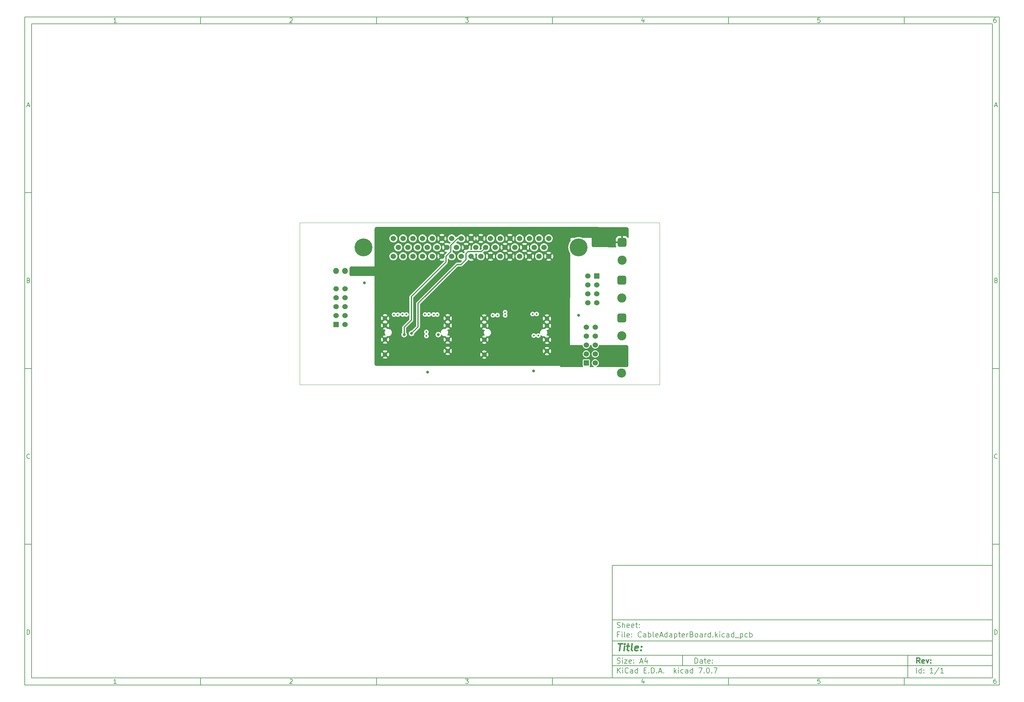
<source format=gbr>
%TF.GenerationSoftware,KiCad,Pcbnew,7.0.7*%
%TF.CreationDate,2023-10-12T14:51:16-07:00*%
%TF.ProjectId,CableAdapterBoard,4361626c-6541-4646-9170-746572426f61,rev?*%
%TF.SameCoordinates,Original*%
%TF.FileFunction,Copper,L6,Bot*%
%TF.FilePolarity,Positive*%
%FSLAX46Y46*%
G04 Gerber Fmt 4.6, Leading zero omitted, Abs format (unit mm)*
G04 Created by KiCad (PCBNEW 7.0.7) date 2023-10-12 14:51:16*
%MOMM*%
%LPD*%
G01*
G04 APERTURE LIST*
G04 Aperture macros list*
%AMRoundRect*
0 Rectangle with rounded corners*
0 $1 Rounding radius*
0 $2 $3 $4 $5 $6 $7 $8 $9 X,Y pos of 4 corners*
0 Add a 4 corners polygon primitive as box body*
4,1,4,$2,$3,$4,$5,$6,$7,$8,$9,$2,$3,0*
0 Add four circle primitives for the rounded corners*
1,1,$1+$1,$2,$3*
1,1,$1+$1,$4,$5*
1,1,$1+$1,$6,$7*
1,1,$1+$1,$8,$9*
0 Add four rect primitives between the rounded corners*
20,1,$1+$1,$2,$3,$4,$5,0*
20,1,$1+$1,$4,$5,$6,$7,0*
20,1,$1+$1,$6,$7,$8,$9,0*
20,1,$1+$1,$8,$9,$2,$3,0*%
G04 Aperture macros list end*
%ADD10C,0.100000*%
%ADD11C,0.150000*%
%ADD12C,0.300000*%
%ADD13C,0.400000*%
%TA.AperFunction,ComponentPad*%
%ADD14R,1.700000X1.700000*%
%TD*%
%TA.AperFunction,ComponentPad*%
%ADD15O,1.700000X1.700000*%
%TD*%
%TA.AperFunction,ComponentPad*%
%ADD16C,1.308000*%
%TD*%
%TA.AperFunction,ComponentPad*%
%ADD17R,1.530000X1.530000*%
%TD*%
%TA.AperFunction,ComponentPad*%
%ADD18C,1.530000*%
%TD*%
%TA.AperFunction,ComponentPad*%
%ADD19RoundRect,0.650000X-0.650000X0.650000X-0.650000X-0.650000X0.650000X-0.650000X0.650000X0.650000X0*%
%TD*%
%TA.AperFunction,ComponentPad*%
%ADD20C,2.600000*%
%TD*%
%TA.AperFunction,ComponentPad*%
%ADD21C,1.524000*%
%TD*%
%TA.AperFunction,ComponentPad*%
%ADD22C,5.080000*%
%TD*%
%TA.AperFunction,ViaPad*%
%ADD23C,0.800000*%
%TD*%
%TA.AperFunction,ViaPad*%
%ADD24C,0.520700*%
%TD*%
%TA.AperFunction,Conductor*%
%ADD25C,0.304800*%
%TD*%
%TA.AperFunction,Profile*%
%ADD26C,0.100000*%
%TD*%
G04 APERTURE END LIST*
D10*
D11*
X177002200Y-166007200D02*
X285002200Y-166007200D01*
X285002200Y-198007200D01*
X177002200Y-198007200D01*
X177002200Y-166007200D01*
D10*
D11*
X10000000Y-10000000D02*
X287002200Y-10000000D01*
X287002200Y-200007200D01*
X10000000Y-200007200D01*
X10000000Y-10000000D01*
D10*
D11*
X12000000Y-12000000D02*
X285002200Y-12000000D01*
X285002200Y-198007200D01*
X12000000Y-198007200D01*
X12000000Y-12000000D01*
D10*
D11*
X60000000Y-12000000D02*
X60000000Y-10000000D01*
D10*
D11*
X110000000Y-12000000D02*
X110000000Y-10000000D01*
D10*
D11*
X160000000Y-12000000D02*
X160000000Y-10000000D01*
D10*
D11*
X210000000Y-12000000D02*
X210000000Y-10000000D01*
D10*
D11*
X260000000Y-12000000D02*
X260000000Y-10000000D01*
D10*
D11*
X36089160Y-11593604D02*
X35346303Y-11593604D01*
X35717731Y-11593604D02*
X35717731Y-10293604D01*
X35717731Y-10293604D02*
X35593922Y-10479319D01*
X35593922Y-10479319D02*
X35470112Y-10603128D01*
X35470112Y-10603128D02*
X35346303Y-10665033D01*
D10*
D11*
X85346303Y-10417414D02*
X85408207Y-10355509D01*
X85408207Y-10355509D02*
X85532017Y-10293604D01*
X85532017Y-10293604D02*
X85841541Y-10293604D01*
X85841541Y-10293604D02*
X85965350Y-10355509D01*
X85965350Y-10355509D02*
X86027255Y-10417414D01*
X86027255Y-10417414D02*
X86089160Y-10541223D01*
X86089160Y-10541223D02*
X86089160Y-10665033D01*
X86089160Y-10665033D02*
X86027255Y-10850747D01*
X86027255Y-10850747D02*
X85284398Y-11593604D01*
X85284398Y-11593604D02*
X86089160Y-11593604D01*
D10*
D11*
X135284398Y-10293604D02*
X136089160Y-10293604D01*
X136089160Y-10293604D02*
X135655826Y-10788842D01*
X135655826Y-10788842D02*
X135841541Y-10788842D01*
X135841541Y-10788842D02*
X135965350Y-10850747D01*
X135965350Y-10850747D02*
X136027255Y-10912652D01*
X136027255Y-10912652D02*
X136089160Y-11036461D01*
X136089160Y-11036461D02*
X136089160Y-11345985D01*
X136089160Y-11345985D02*
X136027255Y-11469795D01*
X136027255Y-11469795D02*
X135965350Y-11531700D01*
X135965350Y-11531700D02*
X135841541Y-11593604D01*
X135841541Y-11593604D02*
X135470112Y-11593604D01*
X135470112Y-11593604D02*
X135346303Y-11531700D01*
X135346303Y-11531700D02*
X135284398Y-11469795D01*
D10*
D11*
X185965350Y-10726938D02*
X185965350Y-11593604D01*
X185655826Y-10231700D02*
X185346303Y-11160271D01*
X185346303Y-11160271D02*
X186151064Y-11160271D01*
D10*
D11*
X236027255Y-10293604D02*
X235408207Y-10293604D01*
X235408207Y-10293604D02*
X235346303Y-10912652D01*
X235346303Y-10912652D02*
X235408207Y-10850747D01*
X235408207Y-10850747D02*
X235532017Y-10788842D01*
X235532017Y-10788842D02*
X235841541Y-10788842D01*
X235841541Y-10788842D02*
X235965350Y-10850747D01*
X235965350Y-10850747D02*
X236027255Y-10912652D01*
X236027255Y-10912652D02*
X236089160Y-11036461D01*
X236089160Y-11036461D02*
X236089160Y-11345985D01*
X236089160Y-11345985D02*
X236027255Y-11469795D01*
X236027255Y-11469795D02*
X235965350Y-11531700D01*
X235965350Y-11531700D02*
X235841541Y-11593604D01*
X235841541Y-11593604D02*
X235532017Y-11593604D01*
X235532017Y-11593604D02*
X235408207Y-11531700D01*
X235408207Y-11531700D02*
X235346303Y-11469795D01*
D10*
D11*
X285965350Y-10293604D02*
X285717731Y-10293604D01*
X285717731Y-10293604D02*
X285593922Y-10355509D01*
X285593922Y-10355509D02*
X285532017Y-10417414D01*
X285532017Y-10417414D02*
X285408207Y-10603128D01*
X285408207Y-10603128D02*
X285346303Y-10850747D01*
X285346303Y-10850747D02*
X285346303Y-11345985D01*
X285346303Y-11345985D02*
X285408207Y-11469795D01*
X285408207Y-11469795D02*
X285470112Y-11531700D01*
X285470112Y-11531700D02*
X285593922Y-11593604D01*
X285593922Y-11593604D02*
X285841541Y-11593604D01*
X285841541Y-11593604D02*
X285965350Y-11531700D01*
X285965350Y-11531700D02*
X286027255Y-11469795D01*
X286027255Y-11469795D02*
X286089160Y-11345985D01*
X286089160Y-11345985D02*
X286089160Y-11036461D01*
X286089160Y-11036461D02*
X286027255Y-10912652D01*
X286027255Y-10912652D02*
X285965350Y-10850747D01*
X285965350Y-10850747D02*
X285841541Y-10788842D01*
X285841541Y-10788842D02*
X285593922Y-10788842D01*
X285593922Y-10788842D02*
X285470112Y-10850747D01*
X285470112Y-10850747D02*
X285408207Y-10912652D01*
X285408207Y-10912652D02*
X285346303Y-11036461D01*
D10*
D11*
X60000000Y-198007200D02*
X60000000Y-200007200D01*
D10*
D11*
X110000000Y-198007200D02*
X110000000Y-200007200D01*
D10*
D11*
X160000000Y-198007200D02*
X160000000Y-200007200D01*
D10*
D11*
X210000000Y-198007200D02*
X210000000Y-200007200D01*
D10*
D11*
X260000000Y-198007200D02*
X260000000Y-200007200D01*
D10*
D11*
X36089160Y-199600804D02*
X35346303Y-199600804D01*
X35717731Y-199600804D02*
X35717731Y-198300804D01*
X35717731Y-198300804D02*
X35593922Y-198486519D01*
X35593922Y-198486519D02*
X35470112Y-198610328D01*
X35470112Y-198610328D02*
X35346303Y-198672233D01*
D10*
D11*
X85346303Y-198424614D02*
X85408207Y-198362709D01*
X85408207Y-198362709D02*
X85532017Y-198300804D01*
X85532017Y-198300804D02*
X85841541Y-198300804D01*
X85841541Y-198300804D02*
X85965350Y-198362709D01*
X85965350Y-198362709D02*
X86027255Y-198424614D01*
X86027255Y-198424614D02*
X86089160Y-198548423D01*
X86089160Y-198548423D02*
X86089160Y-198672233D01*
X86089160Y-198672233D02*
X86027255Y-198857947D01*
X86027255Y-198857947D02*
X85284398Y-199600804D01*
X85284398Y-199600804D02*
X86089160Y-199600804D01*
D10*
D11*
X135284398Y-198300804D02*
X136089160Y-198300804D01*
X136089160Y-198300804D02*
X135655826Y-198796042D01*
X135655826Y-198796042D02*
X135841541Y-198796042D01*
X135841541Y-198796042D02*
X135965350Y-198857947D01*
X135965350Y-198857947D02*
X136027255Y-198919852D01*
X136027255Y-198919852D02*
X136089160Y-199043661D01*
X136089160Y-199043661D02*
X136089160Y-199353185D01*
X136089160Y-199353185D02*
X136027255Y-199476995D01*
X136027255Y-199476995D02*
X135965350Y-199538900D01*
X135965350Y-199538900D02*
X135841541Y-199600804D01*
X135841541Y-199600804D02*
X135470112Y-199600804D01*
X135470112Y-199600804D02*
X135346303Y-199538900D01*
X135346303Y-199538900D02*
X135284398Y-199476995D01*
D10*
D11*
X185965350Y-198734138D02*
X185965350Y-199600804D01*
X185655826Y-198238900D02*
X185346303Y-199167471D01*
X185346303Y-199167471D02*
X186151064Y-199167471D01*
D10*
D11*
X236027255Y-198300804D02*
X235408207Y-198300804D01*
X235408207Y-198300804D02*
X235346303Y-198919852D01*
X235346303Y-198919852D02*
X235408207Y-198857947D01*
X235408207Y-198857947D02*
X235532017Y-198796042D01*
X235532017Y-198796042D02*
X235841541Y-198796042D01*
X235841541Y-198796042D02*
X235965350Y-198857947D01*
X235965350Y-198857947D02*
X236027255Y-198919852D01*
X236027255Y-198919852D02*
X236089160Y-199043661D01*
X236089160Y-199043661D02*
X236089160Y-199353185D01*
X236089160Y-199353185D02*
X236027255Y-199476995D01*
X236027255Y-199476995D02*
X235965350Y-199538900D01*
X235965350Y-199538900D02*
X235841541Y-199600804D01*
X235841541Y-199600804D02*
X235532017Y-199600804D01*
X235532017Y-199600804D02*
X235408207Y-199538900D01*
X235408207Y-199538900D02*
X235346303Y-199476995D01*
D10*
D11*
X285965350Y-198300804D02*
X285717731Y-198300804D01*
X285717731Y-198300804D02*
X285593922Y-198362709D01*
X285593922Y-198362709D02*
X285532017Y-198424614D01*
X285532017Y-198424614D02*
X285408207Y-198610328D01*
X285408207Y-198610328D02*
X285346303Y-198857947D01*
X285346303Y-198857947D02*
X285346303Y-199353185D01*
X285346303Y-199353185D02*
X285408207Y-199476995D01*
X285408207Y-199476995D02*
X285470112Y-199538900D01*
X285470112Y-199538900D02*
X285593922Y-199600804D01*
X285593922Y-199600804D02*
X285841541Y-199600804D01*
X285841541Y-199600804D02*
X285965350Y-199538900D01*
X285965350Y-199538900D02*
X286027255Y-199476995D01*
X286027255Y-199476995D02*
X286089160Y-199353185D01*
X286089160Y-199353185D02*
X286089160Y-199043661D01*
X286089160Y-199043661D02*
X286027255Y-198919852D01*
X286027255Y-198919852D02*
X285965350Y-198857947D01*
X285965350Y-198857947D02*
X285841541Y-198796042D01*
X285841541Y-198796042D02*
X285593922Y-198796042D01*
X285593922Y-198796042D02*
X285470112Y-198857947D01*
X285470112Y-198857947D02*
X285408207Y-198919852D01*
X285408207Y-198919852D02*
X285346303Y-199043661D01*
D10*
D11*
X10000000Y-60000000D02*
X12000000Y-60000000D01*
D10*
D11*
X10000000Y-110000000D02*
X12000000Y-110000000D01*
D10*
D11*
X10000000Y-160000000D02*
X12000000Y-160000000D01*
D10*
D11*
X10690476Y-35222176D02*
X11309523Y-35222176D01*
X10566666Y-35593604D02*
X10999999Y-34293604D01*
X10999999Y-34293604D02*
X11433333Y-35593604D01*
D10*
D11*
X11092857Y-84912652D02*
X11278571Y-84974557D01*
X11278571Y-84974557D02*
X11340476Y-85036461D01*
X11340476Y-85036461D02*
X11402380Y-85160271D01*
X11402380Y-85160271D02*
X11402380Y-85345985D01*
X11402380Y-85345985D02*
X11340476Y-85469795D01*
X11340476Y-85469795D02*
X11278571Y-85531700D01*
X11278571Y-85531700D02*
X11154761Y-85593604D01*
X11154761Y-85593604D02*
X10659523Y-85593604D01*
X10659523Y-85593604D02*
X10659523Y-84293604D01*
X10659523Y-84293604D02*
X11092857Y-84293604D01*
X11092857Y-84293604D02*
X11216666Y-84355509D01*
X11216666Y-84355509D02*
X11278571Y-84417414D01*
X11278571Y-84417414D02*
X11340476Y-84541223D01*
X11340476Y-84541223D02*
X11340476Y-84665033D01*
X11340476Y-84665033D02*
X11278571Y-84788842D01*
X11278571Y-84788842D02*
X11216666Y-84850747D01*
X11216666Y-84850747D02*
X11092857Y-84912652D01*
X11092857Y-84912652D02*
X10659523Y-84912652D01*
D10*
D11*
X11402380Y-135469795D02*
X11340476Y-135531700D01*
X11340476Y-135531700D02*
X11154761Y-135593604D01*
X11154761Y-135593604D02*
X11030952Y-135593604D01*
X11030952Y-135593604D02*
X10845238Y-135531700D01*
X10845238Y-135531700D02*
X10721428Y-135407890D01*
X10721428Y-135407890D02*
X10659523Y-135284080D01*
X10659523Y-135284080D02*
X10597619Y-135036461D01*
X10597619Y-135036461D02*
X10597619Y-134850747D01*
X10597619Y-134850747D02*
X10659523Y-134603128D01*
X10659523Y-134603128D02*
X10721428Y-134479319D01*
X10721428Y-134479319D02*
X10845238Y-134355509D01*
X10845238Y-134355509D02*
X11030952Y-134293604D01*
X11030952Y-134293604D02*
X11154761Y-134293604D01*
X11154761Y-134293604D02*
X11340476Y-134355509D01*
X11340476Y-134355509D02*
X11402380Y-134417414D01*
D10*
D11*
X10659523Y-185593604D02*
X10659523Y-184293604D01*
X10659523Y-184293604D02*
X10969047Y-184293604D01*
X10969047Y-184293604D02*
X11154761Y-184355509D01*
X11154761Y-184355509D02*
X11278571Y-184479319D01*
X11278571Y-184479319D02*
X11340476Y-184603128D01*
X11340476Y-184603128D02*
X11402380Y-184850747D01*
X11402380Y-184850747D02*
X11402380Y-185036461D01*
X11402380Y-185036461D02*
X11340476Y-185284080D01*
X11340476Y-185284080D02*
X11278571Y-185407890D01*
X11278571Y-185407890D02*
X11154761Y-185531700D01*
X11154761Y-185531700D02*
X10969047Y-185593604D01*
X10969047Y-185593604D02*
X10659523Y-185593604D01*
D10*
D11*
X287002200Y-60000000D02*
X285002200Y-60000000D01*
D10*
D11*
X287002200Y-110000000D02*
X285002200Y-110000000D01*
D10*
D11*
X287002200Y-160000000D02*
X285002200Y-160000000D01*
D10*
D11*
X285692676Y-35222176D02*
X286311723Y-35222176D01*
X285568866Y-35593604D02*
X286002199Y-34293604D01*
X286002199Y-34293604D02*
X286435533Y-35593604D01*
D10*
D11*
X286095057Y-84912652D02*
X286280771Y-84974557D01*
X286280771Y-84974557D02*
X286342676Y-85036461D01*
X286342676Y-85036461D02*
X286404580Y-85160271D01*
X286404580Y-85160271D02*
X286404580Y-85345985D01*
X286404580Y-85345985D02*
X286342676Y-85469795D01*
X286342676Y-85469795D02*
X286280771Y-85531700D01*
X286280771Y-85531700D02*
X286156961Y-85593604D01*
X286156961Y-85593604D02*
X285661723Y-85593604D01*
X285661723Y-85593604D02*
X285661723Y-84293604D01*
X285661723Y-84293604D02*
X286095057Y-84293604D01*
X286095057Y-84293604D02*
X286218866Y-84355509D01*
X286218866Y-84355509D02*
X286280771Y-84417414D01*
X286280771Y-84417414D02*
X286342676Y-84541223D01*
X286342676Y-84541223D02*
X286342676Y-84665033D01*
X286342676Y-84665033D02*
X286280771Y-84788842D01*
X286280771Y-84788842D02*
X286218866Y-84850747D01*
X286218866Y-84850747D02*
X286095057Y-84912652D01*
X286095057Y-84912652D02*
X285661723Y-84912652D01*
D10*
D11*
X286404580Y-135469795D02*
X286342676Y-135531700D01*
X286342676Y-135531700D02*
X286156961Y-135593604D01*
X286156961Y-135593604D02*
X286033152Y-135593604D01*
X286033152Y-135593604D02*
X285847438Y-135531700D01*
X285847438Y-135531700D02*
X285723628Y-135407890D01*
X285723628Y-135407890D02*
X285661723Y-135284080D01*
X285661723Y-135284080D02*
X285599819Y-135036461D01*
X285599819Y-135036461D02*
X285599819Y-134850747D01*
X285599819Y-134850747D02*
X285661723Y-134603128D01*
X285661723Y-134603128D02*
X285723628Y-134479319D01*
X285723628Y-134479319D02*
X285847438Y-134355509D01*
X285847438Y-134355509D02*
X286033152Y-134293604D01*
X286033152Y-134293604D02*
X286156961Y-134293604D01*
X286156961Y-134293604D02*
X286342676Y-134355509D01*
X286342676Y-134355509D02*
X286404580Y-134417414D01*
D10*
D11*
X285661723Y-185593604D02*
X285661723Y-184293604D01*
X285661723Y-184293604D02*
X285971247Y-184293604D01*
X285971247Y-184293604D02*
X286156961Y-184355509D01*
X286156961Y-184355509D02*
X286280771Y-184479319D01*
X286280771Y-184479319D02*
X286342676Y-184603128D01*
X286342676Y-184603128D02*
X286404580Y-184850747D01*
X286404580Y-184850747D02*
X286404580Y-185036461D01*
X286404580Y-185036461D02*
X286342676Y-185284080D01*
X286342676Y-185284080D02*
X286280771Y-185407890D01*
X286280771Y-185407890D02*
X286156961Y-185531700D01*
X286156961Y-185531700D02*
X285971247Y-185593604D01*
X285971247Y-185593604D02*
X285661723Y-185593604D01*
D10*
D11*
X200458026Y-193793328D02*
X200458026Y-192293328D01*
X200458026Y-192293328D02*
X200815169Y-192293328D01*
X200815169Y-192293328D02*
X201029455Y-192364757D01*
X201029455Y-192364757D02*
X201172312Y-192507614D01*
X201172312Y-192507614D02*
X201243741Y-192650471D01*
X201243741Y-192650471D02*
X201315169Y-192936185D01*
X201315169Y-192936185D02*
X201315169Y-193150471D01*
X201315169Y-193150471D02*
X201243741Y-193436185D01*
X201243741Y-193436185D02*
X201172312Y-193579042D01*
X201172312Y-193579042D02*
X201029455Y-193721900D01*
X201029455Y-193721900D02*
X200815169Y-193793328D01*
X200815169Y-193793328D02*
X200458026Y-193793328D01*
X202600884Y-193793328D02*
X202600884Y-193007614D01*
X202600884Y-193007614D02*
X202529455Y-192864757D01*
X202529455Y-192864757D02*
X202386598Y-192793328D01*
X202386598Y-192793328D02*
X202100884Y-192793328D01*
X202100884Y-192793328D02*
X201958026Y-192864757D01*
X202600884Y-193721900D02*
X202458026Y-193793328D01*
X202458026Y-193793328D02*
X202100884Y-193793328D01*
X202100884Y-193793328D02*
X201958026Y-193721900D01*
X201958026Y-193721900D02*
X201886598Y-193579042D01*
X201886598Y-193579042D02*
X201886598Y-193436185D01*
X201886598Y-193436185D02*
X201958026Y-193293328D01*
X201958026Y-193293328D02*
X202100884Y-193221900D01*
X202100884Y-193221900D02*
X202458026Y-193221900D01*
X202458026Y-193221900D02*
X202600884Y-193150471D01*
X203100884Y-192793328D02*
X203672312Y-192793328D01*
X203315169Y-192293328D02*
X203315169Y-193579042D01*
X203315169Y-193579042D02*
X203386598Y-193721900D01*
X203386598Y-193721900D02*
X203529455Y-193793328D01*
X203529455Y-193793328D02*
X203672312Y-193793328D01*
X204743741Y-193721900D02*
X204600884Y-193793328D01*
X204600884Y-193793328D02*
X204315170Y-193793328D01*
X204315170Y-193793328D02*
X204172312Y-193721900D01*
X204172312Y-193721900D02*
X204100884Y-193579042D01*
X204100884Y-193579042D02*
X204100884Y-193007614D01*
X204100884Y-193007614D02*
X204172312Y-192864757D01*
X204172312Y-192864757D02*
X204315170Y-192793328D01*
X204315170Y-192793328D02*
X204600884Y-192793328D01*
X204600884Y-192793328D02*
X204743741Y-192864757D01*
X204743741Y-192864757D02*
X204815170Y-193007614D01*
X204815170Y-193007614D02*
X204815170Y-193150471D01*
X204815170Y-193150471D02*
X204100884Y-193293328D01*
X205458026Y-193650471D02*
X205529455Y-193721900D01*
X205529455Y-193721900D02*
X205458026Y-193793328D01*
X205458026Y-193793328D02*
X205386598Y-193721900D01*
X205386598Y-193721900D02*
X205458026Y-193650471D01*
X205458026Y-193650471D02*
X205458026Y-193793328D01*
X205458026Y-192864757D02*
X205529455Y-192936185D01*
X205529455Y-192936185D02*
X205458026Y-193007614D01*
X205458026Y-193007614D02*
X205386598Y-192936185D01*
X205386598Y-192936185D02*
X205458026Y-192864757D01*
X205458026Y-192864757D02*
X205458026Y-193007614D01*
D10*
D11*
X177002200Y-194507200D02*
X285002200Y-194507200D01*
D10*
D11*
X178458026Y-196593328D02*
X178458026Y-195093328D01*
X179315169Y-196593328D02*
X178672312Y-195736185D01*
X179315169Y-195093328D02*
X178458026Y-195950471D01*
X179958026Y-196593328D02*
X179958026Y-195593328D01*
X179958026Y-195093328D02*
X179886598Y-195164757D01*
X179886598Y-195164757D02*
X179958026Y-195236185D01*
X179958026Y-195236185D02*
X180029455Y-195164757D01*
X180029455Y-195164757D02*
X179958026Y-195093328D01*
X179958026Y-195093328D02*
X179958026Y-195236185D01*
X181529455Y-196450471D02*
X181458027Y-196521900D01*
X181458027Y-196521900D02*
X181243741Y-196593328D01*
X181243741Y-196593328D02*
X181100884Y-196593328D01*
X181100884Y-196593328D02*
X180886598Y-196521900D01*
X180886598Y-196521900D02*
X180743741Y-196379042D01*
X180743741Y-196379042D02*
X180672312Y-196236185D01*
X180672312Y-196236185D02*
X180600884Y-195950471D01*
X180600884Y-195950471D02*
X180600884Y-195736185D01*
X180600884Y-195736185D02*
X180672312Y-195450471D01*
X180672312Y-195450471D02*
X180743741Y-195307614D01*
X180743741Y-195307614D02*
X180886598Y-195164757D01*
X180886598Y-195164757D02*
X181100884Y-195093328D01*
X181100884Y-195093328D02*
X181243741Y-195093328D01*
X181243741Y-195093328D02*
X181458027Y-195164757D01*
X181458027Y-195164757D02*
X181529455Y-195236185D01*
X182815170Y-196593328D02*
X182815170Y-195807614D01*
X182815170Y-195807614D02*
X182743741Y-195664757D01*
X182743741Y-195664757D02*
X182600884Y-195593328D01*
X182600884Y-195593328D02*
X182315170Y-195593328D01*
X182315170Y-195593328D02*
X182172312Y-195664757D01*
X182815170Y-196521900D02*
X182672312Y-196593328D01*
X182672312Y-196593328D02*
X182315170Y-196593328D01*
X182315170Y-196593328D02*
X182172312Y-196521900D01*
X182172312Y-196521900D02*
X182100884Y-196379042D01*
X182100884Y-196379042D02*
X182100884Y-196236185D01*
X182100884Y-196236185D02*
X182172312Y-196093328D01*
X182172312Y-196093328D02*
X182315170Y-196021900D01*
X182315170Y-196021900D02*
X182672312Y-196021900D01*
X182672312Y-196021900D02*
X182815170Y-195950471D01*
X184172313Y-196593328D02*
X184172313Y-195093328D01*
X184172313Y-196521900D02*
X184029455Y-196593328D01*
X184029455Y-196593328D02*
X183743741Y-196593328D01*
X183743741Y-196593328D02*
X183600884Y-196521900D01*
X183600884Y-196521900D02*
X183529455Y-196450471D01*
X183529455Y-196450471D02*
X183458027Y-196307614D01*
X183458027Y-196307614D02*
X183458027Y-195879042D01*
X183458027Y-195879042D02*
X183529455Y-195736185D01*
X183529455Y-195736185D02*
X183600884Y-195664757D01*
X183600884Y-195664757D02*
X183743741Y-195593328D01*
X183743741Y-195593328D02*
X184029455Y-195593328D01*
X184029455Y-195593328D02*
X184172313Y-195664757D01*
X186029455Y-195807614D02*
X186529455Y-195807614D01*
X186743741Y-196593328D02*
X186029455Y-196593328D01*
X186029455Y-196593328D02*
X186029455Y-195093328D01*
X186029455Y-195093328D02*
X186743741Y-195093328D01*
X187386598Y-196450471D02*
X187458027Y-196521900D01*
X187458027Y-196521900D02*
X187386598Y-196593328D01*
X187386598Y-196593328D02*
X187315170Y-196521900D01*
X187315170Y-196521900D02*
X187386598Y-196450471D01*
X187386598Y-196450471D02*
X187386598Y-196593328D01*
X188100884Y-196593328D02*
X188100884Y-195093328D01*
X188100884Y-195093328D02*
X188458027Y-195093328D01*
X188458027Y-195093328D02*
X188672313Y-195164757D01*
X188672313Y-195164757D02*
X188815170Y-195307614D01*
X188815170Y-195307614D02*
X188886599Y-195450471D01*
X188886599Y-195450471D02*
X188958027Y-195736185D01*
X188958027Y-195736185D02*
X188958027Y-195950471D01*
X188958027Y-195950471D02*
X188886599Y-196236185D01*
X188886599Y-196236185D02*
X188815170Y-196379042D01*
X188815170Y-196379042D02*
X188672313Y-196521900D01*
X188672313Y-196521900D02*
X188458027Y-196593328D01*
X188458027Y-196593328D02*
X188100884Y-196593328D01*
X189600884Y-196450471D02*
X189672313Y-196521900D01*
X189672313Y-196521900D02*
X189600884Y-196593328D01*
X189600884Y-196593328D02*
X189529456Y-196521900D01*
X189529456Y-196521900D02*
X189600884Y-196450471D01*
X189600884Y-196450471D02*
X189600884Y-196593328D01*
X190243742Y-196164757D02*
X190958028Y-196164757D01*
X190100885Y-196593328D02*
X190600885Y-195093328D01*
X190600885Y-195093328D02*
X191100885Y-196593328D01*
X191600884Y-196450471D02*
X191672313Y-196521900D01*
X191672313Y-196521900D02*
X191600884Y-196593328D01*
X191600884Y-196593328D02*
X191529456Y-196521900D01*
X191529456Y-196521900D02*
X191600884Y-196450471D01*
X191600884Y-196450471D02*
X191600884Y-196593328D01*
X194600884Y-196593328D02*
X194600884Y-195093328D01*
X194743742Y-196021900D02*
X195172313Y-196593328D01*
X195172313Y-195593328D02*
X194600884Y-196164757D01*
X195815170Y-196593328D02*
X195815170Y-195593328D01*
X195815170Y-195093328D02*
X195743742Y-195164757D01*
X195743742Y-195164757D02*
X195815170Y-195236185D01*
X195815170Y-195236185D02*
X195886599Y-195164757D01*
X195886599Y-195164757D02*
X195815170Y-195093328D01*
X195815170Y-195093328D02*
X195815170Y-195236185D01*
X197172314Y-196521900D02*
X197029456Y-196593328D01*
X197029456Y-196593328D02*
X196743742Y-196593328D01*
X196743742Y-196593328D02*
X196600885Y-196521900D01*
X196600885Y-196521900D02*
X196529456Y-196450471D01*
X196529456Y-196450471D02*
X196458028Y-196307614D01*
X196458028Y-196307614D02*
X196458028Y-195879042D01*
X196458028Y-195879042D02*
X196529456Y-195736185D01*
X196529456Y-195736185D02*
X196600885Y-195664757D01*
X196600885Y-195664757D02*
X196743742Y-195593328D01*
X196743742Y-195593328D02*
X197029456Y-195593328D01*
X197029456Y-195593328D02*
X197172314Y-195664757D01*
X198458028Y-196593328D02*
X198458028Y-195807614D01*
X198458028Y-195807614D02*
X198386599Y-195664757D01*
X198386599Y-195664757D02*
X198243742Y-195593328D01*
X198243742Y-195593328D02*
X197958028Y-195593328D01*
X197958028Y-195593328D02*
X197815170Y-195664757D01*
X198458028Y-196521900D02*
X198315170Y-196593328D01*
X198315170Y-196593328D02*
X197958028Y-196593328D01*
X197958028Y-196593328D02*
X197815170Y-196521900D01*
X197815170Y-196521900D02*
X197743742Y-196379042D01*
X197743742Y-196379042D02*
X197743742Y-196236185D01*
X197743742Y-196236185D02*
X197815170Y-196093328D01*
X197815170Y-196093328D02*
X197958028Y-196021900D01*
X197958028Y-196021900D02*
X198315170Y-196021900D01*
X198315170Y-196021900D02*
X198458028Y-195950471D01*
X199815171Y-196593328D02*
X199815171Y-195093328D01*
X199815171Y-196521900D02*
X199672313Y-196593328D01*
X199672313Y-196593328D02*
X199386599Y-196593328D01*
X199386599Y-196593328D02*
X199243742Y-196521900D01*
X199243742Y-196521900D02*
X199172313Y-196450471D01*
X199172313Y-196450471D02*
X199100885Y-196307614D01*
X199100885Y-196307614D02*
X199100885Y-195879042D01*
X199100885Y-195879042D02*
X199172313Y-195736185D01*
X199172313Y-195736185D02*
X199243742Y-195664757D01*
X199243742Y-195664757D02*
X199386599Y-195593328D01*
X199386599Y-195593328D02*
X199672313Y-195593328D01*
X199672313Y-195593328D02*
X199815171Y-195664757D01*
X201529456Y-195093328D02*
X202529456Y-195093328D01*
X202529456Y-195093328D02*
X201886599Y-196593328D01*
X203100884Y-196450471D02*
X203172313Y-196521900D01*
X203172313Y-196521900D02*
X203100884Y-196593328D01*
X203100884Y-196593328D02*
X203029456Y-196521900D01*
X203029456Y-196521900D02*
X203100884Y-196450471D01*
X203100884Y-196450471D02*
X203100884Y-196593328D01*
X204100885Y-195093328D02*
X204243742Y-195093328D01*
X204243742Y-195093328D02*
X204386599Y-195164757D01*
X204386599Y-195164757D02*
X204458028Y-195236185D01*
X204458028Y-195236185D02*
X204529456Y-195379042D01*
X204529456Y-195379042D02*
X204600885Y-195664757D01*
X204600885Y-195664757D02*
X204600885Y-196021900D01*
X204600885Y-196021900D02*
X204529456Y-196307614D01*
X204529456Y-196307614D02*
X204458028Y-196450471D01*
X204458028Y-196450471D02*
X204386599Y-196521900D01*
X204386599Y-196521900D02*
X204243742Y-196593328D01*
X204243742Y-196593328D02*
X204100885Y-196593328D01*
X204100885Y-196593328D02*
X203958028Y-196521900D01*
X203958028Y-196521900D02*
X203886599Y-196450471D01*
X203886599Y-196450471D02*
X203815170Y-196307614D01*
X203815170Y-196307614D02*
X203743742Y-196021900D01*
X203743742Y-196021900D02*
X203743742Y-195664757D01*
X203743742Y-195664757D02*
X203815170Y-195379042D01*
X203815170Y-195379042D02*
X203886599Y-195236185D01*
X203886599Y-195236185D02*
X203958028Y-195164757D01*
X203958028Y-195164757D02*
X204100885Y-195093328D01*
X205243741Y-196450471D02*
X205315170Y-196521900D01*
X205315170Y-196521900D02*
X205243741Y-196593328D01*
X205243741Y-196593328D02*
X205172313Y-196521900D01*
X205172313Y-196521900D02*
X205243741Y-196450471D01*
X205243741Y-196450471D02*
X205243741Y-196593328D01*
X205815170Y-195093328D02*
X206815170Y-195093328D01*
X206815170Y-195093328D02*
X206172313Y-196593328D01*
D10*
D11*
X177002200Y-191507200D02*
X285002200Y-191507200D01*
D10*
D12*
X264413853Y-193785528D02*
X263913853Y-193071242D01*
X263556710Y-193785528D02*
X263556710Y-192285528D01*
X263556710Y-192285528D02*
X264128139Y-192285528D01*
X264128139Y-192285528D02*
X264270996Y-192356957D01*
X264270996Y-192356957D02*
X264342425Y-192428385D01*
X264342425Y-192428385D02*
X264413853Y-192571242D01*
X264413853Y-192571242D02*
X264413853Y-192785528D01*
X264413853Y-192785528D02*
X264342425Y-192928385D01*
X264342425Y-192928385D02*
X264270996Y-192999814D01*
X264270996Y-192999814D02*
X264128139Y-193071242D01*
X264128139Y-193071242D02*
X263556710Y-193071242D01*
X265628139Y-193714100D02*
X265485282Y-193785528D01*
X265485282Y-193785528D02*
X265199568Y-193785528D01*
X265199568Y-193785528D02*
X265056710Y-193714100D01*
X265056710Y-193714100D02*
X264985282Y-193571242D01*
X264985282Y-193571242D02*
X264985282Y-192999814D01*
X264985282Y-192999814D02*
X265056710Y-192856957D01*
X265056710Y-192856957D02*
X265199568Y-192785528D01*
X265199568Y-192785528D02*
X265485282Y-192785528D01*
X265485282Y-192785528D02*
X265628139Y-192856957D01*
X265628139Y-192856957D02*
X265699568Y-192999814D01*
X265699568Y-192999814D02*
X265699568Y-193142671D01*
X265699568Y-193142671D02*
X264985282Y-193285528D01*
X266199567Y-192785528D02*
X266556710Y-193785528D01*
X266556710Y-193785528D02*
X266913853Y-192785528D01*
X267485281Y-193642671D02*
X267556710Y-193714100D01*
X267556710Y-193714100D02*
X267485281Y-193785528D01*
X267485281Y-193785528D02*
X267413853Y-193714100D01*
X267413853Y-193714100D02*
X267485281Y-193642671D01*
X267485281Y-193642671D02*
X267485281Y-193785528D01*
X267485281Y-192856957D02*
X267556710Y-192928385D01*
X267556710Y-192928385D02*
X267485281Y-192999814D01*
X267485281Y-192999814D02*
X267413853Y-192928385D01*
X267413853Y-192928385D02*
X267485281Y-192856957D01*
X267485281Y-192856957D02*
X267485281Y-192999814D01*
D10*
D11*
X178386598Y-193721900D02*
X178600884Y-193793328D01*
X178600884Y-193793328D02*
X178958026Y-193793328D01*
X178958026Y-193793328D02*
X179100884Y-193721900D01*
X179100884Y-193721900D02*
X179172312Y-193650471D01*
X179172312Y-193650471D02*
X179243741Y-193507614D01*
X179243741Y-193507614D02*
X179243741Y-193364757D01*
X179243741Y-193364757D02*
X179172312Y-193221900D01*
X179172312Y-193221900D02*
X179100884Y-193150471D01*
X179100884Y-193150471D02*
X178958026Y-193079042D01*
X178958026Y-193079042D02*
X178672312Y-193007614D01*
X178672312Y-193007614D02*
X178529455Y-192936185D01*
X178529455Y-192936185D02*
X178458026Y-192864757D01*
X178458026Y-192864757D02*
X178386598Y-192721900D01*
X178386598Y-192721900D02*
X178386598Y-192579042D01*
X178386598Y-192579042D02*
X178458026Y-192436185D01*
X178458026Y-192436185D02*
X178529455Y-192364757D01*
X178529455Y-192364757D02*
X178672312Y-192293328D01*
X178672312Y-192293328D02*
X179029455Y-192293328D01*
X179029455Y-192293328D02*
X179243741Y-192364757D01*
X179886597Y-193793328D02*
X179886597Y-192793328D01*
X179886597Y-192293328D02*
X179815169Y-192364757D01*
X179815169Y-192364757D02*
X179886597Y-192436185D01*
X179886597Y-192436185D02*
X179958026Y-192364757D01*
X179958026Y-192364757D02*
X179886597Y-192293328D01*
X179886597Y-192293328D02*
X179886597Y-192436185D01*
X180458026Y-192793328D02*
X181243741Y-192793328D01*
X181243741Y-192793328D02*
X180458026Y-193793328D01*
X180458026Y-193793328D02*
X181243741Y-193793328D01*
X182386598Y-193721900D02*
X182243741Y-193793328D01*
X182243741Y-193793328D02*
X181958027Y-193793328D01*
X181958027Y-193793328D02*
X181815169Y-193721900D01*
X181815169Y-193721900D02*
X181743741Y-193579042D01*
X181743741Y-193579042D02*
X181743741Y-193007614D01*
X181743741Y-193007614D02*
X181815169Y-192864757D01*
X181815169Y-192864757D02*
X181958027Y-192793328D01*
X181958027Y-192793328D02*
X182243741Y-192793328D01*
X182243741Y-192793328D02*
X182386598Y-192864757D01*
X182386598Y-192864757D02*
X182458027Y-193007614D01*
X182458027Y-193007614D02*
X182458027Y-193150471D01*
X182458027Y-193150471D02*
X181743741Y-193293328D01*
X183100883Y-193650471D02*
X183172312Y-193721900D01*
X183172312Y-193721900D02*
X183100883Y-193793328D01*
X183100883Y-193793328D02*
X183029455Y-193721900D01*
X183029455Y-193721900D02*
X183100883Y-193650471D01*
X183100883Y-193650471D02*
X183100883Y-193793328D01*
X183100883Y-192864757D02*
X183172312Y-192936185D01*
X183172312Y-192936185D02*
X183100883Y-193007614D01*
X183100883Y-193007614D02*
X183029455Y-192936185D01*
X183029455Y-192936185D02*
X183100883Y-192864757D01*
X183100883Y-192864757D02*
X183100883Y-193007614D01*
X184886598Y-193364757D02*
X185600884Y-193364757D01*
X184743741Y-193793328D02*
X185243741Y-192293328D01*
X185243741Y-192293328D02*
X185743741Y-193793328D01*
X186886598Y-192793328D02*
X186886598Y-193793328D01*
X186529455Y-192221900D02*
X186172312Y-193293328D01*
X186172312Y-193293328D02*
X187100883Y-193293328D01*
D10*
D11*
X263458026Y-196593328D02*
X263458026Y-195093328D01*
X264815170Y-196593328D02*
X264815170Y-195093328D01*
X264815170Y-196521900D02*
X264672312Y-196593328D01*
X264672312Y-196593328D02*
X264386598Y-196593328D01*
X264386598Y-196593328D02*
X264243741Y-196521900D01*
X264243741Y-196521900D02*
X264172312Y-196450471D01*
X264172312Y-196450471D02*
X264100884Y-196307614D01*
X264100884Y-196307614D02*
X264100884Y-195879042D01*
X264100884Y-195879042D02*
X264172312Y-195736185D01*
X264172312Y-195736185D02*
X264243741Y-195664757D01*
X264243741Y-195664757D02*
X264386598Y-195593328D01*
X264386598Y-195593328D02*
X264672312Y-195593328D01*
X264672312Y-195593328D02*
X264815170Y-195664757D01*
X265529455Y-196450471D02*
X265600884Y-196521900D01*
X265600884Y-196521900D02*
X265529455Y-196593328D01*
X265529455Y-196593328D02*
X265458027Y-196521900D01*
X265458027Y-196521900D02*
X265529455Y-196450471D01*
X265529455Y-196450471D02*
X265529455Y-196593328D01*
X265529455Y-195664757D02*
X265600884Y-195736185D01*
X265600884Y-195736185D02*
X265529455Y-195807614D01*
X265529455Y-195807614D02*
X265458027Y-195736185D01*
X265458027Y-195736185D02*
X265529455Y-195664757D01*
X265529455Y-195664757D02*
X265529455Y-195807614D01*
X268172313Y-196593328D02*
X267315170Y-196593328D01*
X267743741Y-196593328D02*
X267743741Y-195093328D01*
X267743741Y-195093328D02*
X267600884Y-195307614D01*
X267600884Y-195307614D02*
X267458027Y-195450471D01*
X267458027Y-195450471D02*
X267315170Y-195521900D01*
X269886598Y-195021900D02*
X268600884Y-196950471D01*
X271172313Y-196593328D02*
X270315170Y-196593328D01*
X270743741Y-196593328D02*
X270743741Y-195093328D01*
X270743741Y-195093328D02*
X270600884Y-195307614D01*
X270600884Y-195307614D02*
X270458027Y-195450471D01*
X270458027Y-195450471D02*
X270315170Y-195521900D01*
D10*
D11*
X177002200Y-187507200D02*
X285002200Y-187507200D01*
D10*
D13*
X178693928Y-188211638D02*
X179836785Y-188211638D01*
X179015357Y-190211638D02*
X179265357Y-188211638D01*
X180253452Y-190211638D02*
X180420119Y-188878304D01*
X180503452Y-188211638D02*
X180396309Y-188306876D01*
X180396309Y-188306876D02*
X180479643Y-188402114D01*
X180479643Y-188402114D02*
X180586786Y-188306876D01*
X180586786Y-188306876D02*
X180503452Y-188211638D01*
X180503452Y-188211638D02*
X180479643Y-188402114D01*
X181086786Y-188878304D02*
X181848690Y-188878304D01*
X181455833Y-188211638D02*
X181241548Y-189925923D01*
X181241548Y-189925923D02*
X181312976Y-190116400D01*
X181312976Y-190116400D02*
X181491548Y-190211638D01*
X181491548Y-190211638D02*
X181682024Y-190211638D01*
X182634405Y-190211638D02*
X182455833Y-190116400D01*
X182455833Y-190116400D02*
X182384405Y-189925923D01*
X182384405Y-189925923D02*
X182598690Y-188211638D01*
X184170119Y-190116400D02*
X183967738Y-190211638D01*
X183967738Y-190211638D02*
X183586785Y-190211638D01*
X183586785Y-190211638D02*
X183408214Y-190116400D01*
X183408214Y-190116400D02*
X183336785Y-189925923D01*
X183336785Y-189925923D02*
X183432024Y-189164019D01*
X183432024Y-189164019D02*
X183551071Y-188973542D01*
X183551071Y-188973542D02*
X183753452Y-188878304D01*
X183753452Y-188878304D02*
X184134404Y-188878304D01*
X184134404Y-188878304D02*
X184312976Y-188973542D01*
X184312976Y-188973542D02*
X184384404Y-189164019D01*
X184384404Y-189164019D02*
X184360595Y-189354495D01*
X184360595Y-189354495D02*
X183384404Y-189544971D01*
X185134405Y-190021161D02*
X185217738Y-190116400D01*
X185217738Y-190116400D02*
X185110595Y-190211638D01*
X185110595Y-190211638D02*
X185027262Y-190116400D01*
X185027262Y-190116400D02*
X185134405Y-190021161D01*
X185134405Y-190021161D02*
X185110595Y-190211638D01*
X185265357Y-188973542D02*
X185348690Y-189068780D01*
X185348690Y-189068780D02*
X185241548Y-189164019D01*
X185241548Y-189164019D02*
X185158214Y-189068780D01*
X185158214Y-189068780D02*
X185265357Y-188973542D01*
X185265357Y-188973542D02*
X185241548Y-189164019D01*
D10*
D11*
X178958026Y-185607614D02*
X178458026Y-185607614D01*
X178458026Y-186393328D02*
X178458026Y-184893328D01*
X178458026Y-184893328D02*
X179172312Y-184893328D01*
X179743740Y-186393328D02*
X179743740Y-185393328D01*
X179743740Y-184893328D02*
X179672312Y-184964757D01*
X179672312Y-184964757D02*
X179743740Y-185036185D01*
X179743740Y-185036185D02*
X179815169Y-184964757D01*
X179815169Y-184964757D02*
X179743740Y-184893328D01*
X179743740Y-184893328D02*
X179743740Y-185036185D01*
X180672312Y-186393328D02*
X180529455Y-186321900D01*
X180529455Y-186321900D02*
X180458026Y-186179042D01*
X180458026Y-186179042D02*
X180458026Y-184893328D01*
X181815169Y-186321900D02*
X181672312Y-186393328D01*
X181672312Y-186393328D02*
X181386598Y-186393328D01*
X181386598Y-186393328D02*
X181243740Y-186321900D01*
X181243740Y-186321900D02*
X181172312Y-186179042D01*
X181172312Y-186179042D02*
X181172312Y-185607614D01*
X181172312Y-185607614D02*
X181243740Y-185464757D01*
X181243740Y-185464757D02*
X181386598Y-185393328D01*
X181386598Y-185393328D02*
X181672312Y-185393328D01*
X181672312Y-185393328D02*
X181815169Y-185464757D01*
X181815169Y-185464757D02*
X181886598Y-185607614D01*
X181886598Y-185607614D02*
X181886598Y-185750471D01*
X181886598Y-185750471D02*
X181172312Y-185893328D01*
X182529454Y-186250471D02*
X182600883Y-186321900D01*
X182600883Y-186321900D02*
X182529454Y-186393328D01*
X182529454Y-186393328D02*
X182458026Y-186321900D01*
X182458026Y-186321900D02*
X182529454Y-186250471D01*
X182529454Y-186250471D02*
X182529454Y-186393328D01*
X182529454Y-185464757D02*
X182600883Y-185536185D01*
X182600883Y-185536185D02*
X182529454Y-185607614D01*
X182529454Y-185607614D02*
X182458026Y-185536185D01*
X182458026Y-185536185D02*
X182529454Y-185464757D01*
X182529454Y-185464757D02*
X182529454Y-185607614D01*
X185243740Y-186250471D02*
X185172312Y-186321900D01*
X185172312Y-186321900D02*
X184958026Y-186393328D01*
X184958026Y-186393328D02*
X184815169Y-186393328D01*
X184815169Y-186393328D02*
X184600883Y-186321900D01*
X184600883Y-186321900D02*
X184458026Y-186179042D01*
X184458026Y-186179042D02*
X184386597Y-186036185D01*
X184386597Y-186036185D02*
X184315169Y-185750471D01*
X184315169Y-185750471D02*
X184315169Y-185536185D01*
X184315169Y-185536185D02*
X184386597Y-185250471D01*
X184386597Y-185250471D02*
X184458026Y-185107614D01*
X184458026Y-185107614D02*
X184600883Y-184964757D01*
X184600883Y-184964757D02*
X184815169Y-184893328D01*
X184815169Y-184893328D02*
X184958026Y-184893328D01*
X184958026Y-184893328D02*
X185172312Y-184964757D01*
X185172312Y-184964757D02*
X185243740Y-185036185D01*
X186529455Y-186393328D02*
X186529455Y-185607614D01*
X186529455Y-185607614D02*
X186458026Y-185464757D01*
X186458026Y-185464757D02*
X186315169Y-185393328D01*
X186315169Y-185393328D02*
X186029455Y-185393328D01*
X186029455Y-185393328D02*
X185886597Y-185464757D01*
X186529455Y-186321900D02*
X186386597Y-186393328D01*
X186386597Y-186393328D02*
X186029455Y-186393328D01*
X186029455Y-186393328D02*
X185886597Y-186321900D01*
X185886597Y-186321900D02*
X185815169Y-186179042D01*
X185815169Y-186179042D02*
X185815169Y-186036185D01*
X185815169Y-186036185D02*
X185886597Y-185893328D01*
X185886597Y-185893328D02*
X186029455Y-185821900D01*
X186029455Y-185821900D02*
X186386597Y-185821900D01*
X186386597Y-185821900D02*
X186529455Y-185750471D01*
X187243740Y-186393328D02*
X187243740Y-184893328D01*
X187243740Y-185464757D02*
X187386598Y-185393328D01*
X187386598Y-185393328D02*
X187672312Y-185393328D01*
X187672312Y-185393328D02*
X187815169Y-185464757D01*
X187815169Y-185464757D02*
X187886598Y-185536185D01*
X187886598Y-185536185D02*
X187958026Y-185679042D01*
X187958026Y-185679042D02*
X187958026Y-186107614D01*
X187958026Y-186107614D02*
X187886598Y-186250471D01*
X187886598Y-186250471D02*
X187815169Y-186321900D01*
X187815169Y-186321900D02*
X187672312Y-186393328D01*
X187672312Y-186393328D02*
X187386598Y-186393328D01*
X187386598Y-186393328D02*
X187243740Y-186321900D01*
X188815169Y-186393328D02*
X188672312Y-186321900D01*
X188672312Y-186321900D02*
X188600883Y-186179042D01*
X188600883Y-186179042D02*
X188600883Y-184893328D01*
X189958026Y-186321900D02*
X189815169Y-186393328D01*
X189815169Y-186393328D02*
X189529455Y-186393328D01*
X189529455Y-186393328D02*
X189386597Y-186321900D01*
X189386597Y-186321900D02*
X189315169Y-186179042D01*
X189315169Y-186179042D02*
X189315169Y-185607614D01*
X189315169Y-185607614D02*
X189386597Y-185464757D01*
X189386597Y-185464757D02*
X189529455Y-185393328D01*
X189529455Y-185393328D02*
X189815169Y-185393328D01*
X189815169Y-185393328D02*
X189958026Y-185464757D01*
X189958026Y-185464757D02*
X190029455Y-185607614D01*
X190029455Y-185607614D02*
X190029455Y-185750471D01*
X190029455Y-185750471D02*
X189315169Y-185893328D01*
X190600883Y-185964757D02*
X191315169Y-185964757D01*
X190458026Y-186393328D02*
X190958026Y-184893328D01*
X190958026Y-184893328D02*
X191458026Y-186393328D01*
X192600883Y-186393328D02*
X192600883Y-184893328D01*
X192600883Y-186321900D02*
X192458025Y-186393328D01*
X192458025Y-186393328D02*
X192172311Y-186393328D01*
X192172311Y-186393328D02*
X192029454Y-186321900D01*
X192029454Y-186321900D02*
X191958025Y-186250471D01*
X191958025Y-186250471D02*
X191886597Y-186107614D01*
X191886597Y-186107614D02*
X191886597Y-185679042D01*
X191886597Y-185679042D02*
X191958025Y-185536185D01*
X191958025Y-185536185D02*
X192029454Y-185464757D01*
X192029454Y-185464757D02*
X192172311Y-185393328D01*
X192172311Y-185393328D02*
X192458025Y-185393328D01*
X192458025Y-185393328D02*
X192600883Y-185464757D01*
X193958026Y-186393328D02*
X193958026Y-185607614D01*
X193958026Y-185607614D02*
X193886597Y-185464757D01*
X193886597Y-185464757D02*
X193743740Y-185393328D01*
X193743740Y-185393328D02*
X193458026Y-185393328D01*
X193458026Y-185393328D02*
X193315168Y-185464757D01*
X193958026Y-186321900D02*
X193815168Y-186393328D01*
X193815168Y-186393328D02*
X193458026Y-186393328D01*
X193458026Y-186393328D02*
X193315168Y-186321900D01*
X193315168Y-186321900D02*
X193243740Y-186179042D01*
X193243740Y-186179042D02*
X193243740Y-186036185D01*
X193243740Y-186036185D02*
X193315168Y-185893328D01*
X193315168Y-185893328D02*
X193458026Y-185821900D01*
X193458026Y-185821900D02*
X193815168Y-185821900D01*
X193815168Y-185821900D02*
X193958026Y-185750471D01*
X194672311Y-185393328D02*
X194672311Y-186893328D01*
X194672311Y-185464757D02*
X194815169Y-185393328D01*
X194815169Y-185393328D02*
X195100883Y-185393328D01*
X195100883Y-185393328D02*
X195243740Y-185464757D01*
X195243740Y-185464757D02*
X195315169Y-185536185D01*
X195315169Y-185536185D02*
X195386597Y-185679042D01*
X195386597Y-185679042D02*
X195386597Y-186107614D01*
X195386597Y-186107614D02*
X195315169Y-186250471D01*
X195315169Y-186250471D02*
X195243740Y-186321900D01*
X195243740Y-186321900D02*
X195100883Y-186393328D01*
X195100883Y-186393328D02*
X194815169Y-186393328D01*
X194815169Y-186393328D02*
X194672311Y-186321900D01*
X195815169Y-185393328D02*
X196386597Y-185393328D01*
X196029454Y-184893328D02*
X196029454Y-186179042D01*
X196029454Y-186179042D02*
X196100883Y-186321900D01*
X196100883Y-186321900D02*
X196243740Y-186393328D01*
X196243740Y-186393328D02*
X196386597Y-186393328D01*
X197458026Y-186321900D02*
X197315169Y-186393328D01*
X197315169Y-186393328D02*
X197029455Y-186393328D01*
X197029455Y-186393328D02*
X196886597Y-186321900D01*
X196886597Y-186321900D02*
X196815169Y-186179042D01*
X196815169Y-186179042D02*
X196815169Y-185607614D01*
X196815169Y-185607614D02*
X196886597Y-185464757D01*
X196886597Y-185464757D02*
X197029455Y-185393328D01*
X197029455Y-185393328D02*
X197315169Y-185393328D01*
X197315169Y-185393328D02*
X197458026Y-185464757D01*
X197458026Y-185464757D02*
X197529455Y-185607614D01*
X197529455Y-185607614D02*
X197529455Y-185750471D01*
X197529455Y-185750471D02*
X196815169Y-185893328D01*
X198172311Y-186393328D02*
X198172311Y-185393328D01*
X198172311Y-185679042D02*
X198243740Y-185536185D01*
X198243740Y-185536185D02*
X198315169Y-185464757D01*
X198315169Y-185464757D02*
X198458026Y-185393328D01*
X198458026Y-185393328D02*
X198600883Y-185393328D01*
X199600882Y-185607614D02*
X199815168Y-185679042D01*
X199815168Y-185679042D02*
X199886597Y-185750471D01*
X199886597Y-185750471D02*
X199958025Y-185893328D01*
X199958025Y-185893328D02*
X199958025Y-186107614D01*
X199958025Y-186107614D02*
X199886597Y-186250471D01*
X199886597Y-186250471D02*
X199815168Y-186321900D01*
X199815168Y-186321900D02*
X199672311Y-186393328D01*
X199672311Y-186393328D02*
X199100882Y-186393328D01*
X199100882Y-186393328D02*
X199100882Y-184893328D01*
X199100882Y-184893328D02*
X199600882Y-184893328D01*
X199600882Y-184893328D02*
X199743740Y-184964757D01*
X199743740Y-184964757D02*
X199815168Y-185036185D01*
X199815168Y-185036185D02*
X199886597Y-185179042D01*
X199886597Y-185179042D02*
X199886597Y-185321900D01*
X199886597Y-185321900D02*
X199815168Y-185464757D01*
X199815168Y-185464757D02*
X199743740Y-185536185D01*
X199743740Y-185536185D02*
X199600882Y-185607614D01*
X199600882Y-185607614D02*
X199100882Y-185607614D01*
X200815168Y-186393328D02*
X200672311Y-186321900D01*
X200672311Y-186321900D02*
X200600882Y-186250471D01*
X200600882Y-186250471D02*
X200529454Y-186107614D01*
X200529454Y-186107614D02*
X200529454Y-185679042D01*
X200529454Y-185679042D02*
X200600882Y-185536185D01*
X200600882Y-185536185D02*
X200672311Y-185464757D01*
X200672311Y-185464757D02*
X200815168Y-185393328D01*
X200815168Y-185393328D02*
X201029454Y-185393328D01*
X201029454Y-185393328D02*
X201172311Y-185464757D01*
X201172311Y-185464757D02*
X201243740Y-185536185D01*
X201243740Y-185536185D02*
X201315168Y-185679042D01*
X201315168Y-185679042D02*
X201315168Y-186107614D01*
X201315168Y-186107614D02*
X201243740Y-186250471D01*
X201243740Y-186250471D02*
X201172311Y-186321900D01*
X201172311Y-186321900D02*
X201029454Y-186393328D01*
X201029454Y-186393328D02*
X200815168Y-186393328D01*
X202600883Y-186393328D02*
X202600883Y-185607614D01*
X202600883Y-185607614D02*
X202529454Y-185464757D01*
X202529454Y-185464757D02*
X202386597Y-185393328D01*
X202386597Y-185393328D02*
X202100883Y-185393328D01*
X202100883Y-185393328D02*
X201958025Y-185464757D01*
X202600883Y-186321900D02*
X202458025Y-186393328D01*
X202458025Y-186393328D02*
X202100883Y-186393328D01*
X202100883Y-186393328D02*
X201958025Y-186321900D01*
X201958025Y-186321900D02*
X201886597Y-186179042D01*
X201886597Y-186179042D02*
X201886597Y-186036185D01*
X201886597Y-186036185D02*
X201958025Y-185893328D01*
X201958025Y-185893328D02*
X202100883Y-185821900D01*
X202100883Y-185821900D02*
X202458025Y-185821900D01*
X202458025Y-185821900D02*
X202600883Y-185750471D01*
X203315168Y-186393328D02*
X203315168Y-185393328D01*
X203315168Y-185679042D02*
X203386597Y-185536185D01*
X203386597Y-185536185D02*
X203458026Y-185464757D01*
X203458026Y-185464757D02*
X203600883Y-185393328D01*
X203600883Y-185393328D02*
X203743740Y-185393328D01*
X204886597Y-186393328D02*
X204886597Y-184893328D01*
X204886597Y-186321900D02*
X204743739Y-186393328D01*
X204743739Y-186393328D02*
X204458025Y-186393328D01*
X204458025Y-186393328D02*
X204315168Y-186321900D01*
X204315168Y-186321900D02*
X204243739Y-186250471D01*
X204243739Y-186250471D02*
X204172311Y-186107614D01*
X204172311Y-186107614D02*
X204172311Y-185679042D01*
X204172311Y-185679042D02*
X204243739Y-185536185D01*
X204243739Y-185536185D02*
X204315168Y-185464757D01*
X204315168Y-185464757D02*
X204458025Y-185393328D01*
X204458025Y-185393328D02*
X204743739Y-185393328D01*
X204743739Y-185393328D02*
X204886597Y-185464757D01*
X205600882Y-186250471D02*
X205672311Y-186321900D01*
X205672311Y-186321900D02*
X205600882Y-186393328D01*
X205600882Y-186393328D02*
X205529454Y-186321900D01*
X205529454Y-186321900D02*
X205600882Y-186250471D01*
X205600882Y-186250471D02*
X205600882Y-186393328D01*
X206315168Y-186393328D02*
X206315168Y-184893328D01*
X206458026Y-185821900D02*
X206886597Y-186393328D01*
X206886597Y-185393328D02*
X206315168Y-185964757D01*
X207529454Y-186393328D02*
X207529454Y-185393328D01*
X207529454Y-184893328D02*
X207458026Y-184964757D01*
X207458026Y-184964757D02*
X207529454Y-185036185D01*
X207529454Y-185036185D02*
X207600883Y-184964757D01*
X207600883Y-184964757D02*
X207529454Y-184893328D01*
X207529454Y-184893328D02*
X207529454Y-185036185D01*
X208886598Y-186321900D02*
X208743740Y-186393328D01*
X208743740Y-186393328D02*
X208458026Y-186393328D01*
X208458026Y-186393328D02*
X208315169Y-186321900D01*
X208315169Y-186321900D02*
X208243740Y-186250471D01*
X208243740Y-186250471D02*
X208172312Y-186107614D01*
X208172312Y-186107614D02*
X208172312Y-185679042D01*
X208172312Y-185679042D02*
X208243740Y-185536185D01*
X208243740Y-185536185D02*
X208315169Y-185464757D01*
X208315169Y-185464757D02*
X208458026Y-185393328D01*
X208458026Y-185393328D02*
X208743740Y-185393328D01*
X208743740Y-185393328D02*
X208886598Y-185464757D01*
X210172312Y-186393328D02*
X210172312Y-185607614D01*
X210172312Y-185607614D02*
X210100883Y-185464757D01*
X210100883Y-185464757D02*
X209958026Y-185393328D01*
X209958026Y-185393328D02*
X209672312Y-185393328D01*
X209672312Y-185393328D02*
X209529454Y-185464757D01*
X210172312Y-186321900D02*
X210029454Y-186393328D01*
X210029454Y-186393328D02*
X209672312Y-186393328D01*
X209672312Y-186393328D02*
X209529454Y-186321900D01*
X209529454Y-186321900D02*
X209458026Y-186179042D01*
X209458026Y-186179042D02*
X209458026Y-186036185D01*
X209458026Y-186036185D02*
X209529454Y-185893328D01*
X209529454Y-185893328D02*
X209672312Y-185821900D01*
X209672312Y-185821900D02*
X210029454Y-185821900D01*
X210029454Y-185821900D02*
X210172312Y-185750471D01*
X211529455Y-186393328D02*
X211529455Y-184893328D01*
X211529455Y-186321900D02*
X211386597Y-186393328D01*
X211386597Y-186393328D02*
X211100883Y-186393328D01*
X211100883Y-186393328D02*
X210958026Y-186321900D01*
X210958026Y-186321900D02*
X210886597Y-186250471D01*
X210886597Y-186250471D02*
X210815169Y-186107614D01*
X210815169Y-186107614D02*
X210815169Y-185679042D01*
X210815169Y-185679042D02*
X210886597Y-185536185D01*
X210886597Y-185536185D02*
X210958026Y-185464757D01*
X210958026Y-185464757D02*
X211100883Y-185393328D01*
X211100883Y-185393328D02*
X211386597Y-185393328D01*
X211386597Y-185393328D02*
X211529455Y-185464757D01*
X211886598Y-186536185D02*
X213029455Y-186536185D01*
X213386597Y-185393328D02*
X213386597Y-186893328D01*
X213386597Y-185464757D02*
X213529455Y-185393328D01*
X213529455Y-185393328D02*
X213815169Y-185393328D01*
X213815169Y-185393328D02*
X213958026Y-185464757D01*
X213958026Y-185464757D02*
X214029455Y-185536185D01*
X214029455Y-185536185D02*
X214100883Y-185679042D01*
X214100883Y-185679042D02*
X214100883Y-186107614D01*
X214100883Y-186107614D02*
X214029455Y-186250471D01*
X214029455Y-186250471D02*
X213958026Y-186321900D01*
X213958026Y-186321900D02*
X213815169Y-186393328D01*
X213815169Y-186393328D02*
X213529455Y-186393328D01*
X213529455Y-186393328D02*
X213386597Y-186321900D01*
X215386598Y-186321900D02*
X215243740Y-186393328D01*
X215243740Y-186393328D02*
X214958026Y-186393328D01*
X214958026Y-186393328D02*
X214815169Y-186321900D01*
X214815169Y-186321900D02*
X214743740Y-186250471D01*
X214743740Y-186250471D02*
X214672312Y-186107614D01*
X214672312Y-186107614D02*
X214672312Y-185679042D01*
X214672312Y-185679042D02*
X214743740Y-185536185D01*
X214743740Y-185536185D02*
X214815169Y-185464757D01*
X214815169Y-185464757D02*
X214958026Y-185393328D01*
X214958026Y-185393328D02*
X215243740Y-185393328D01*
X215243740Y-185393328D02*
X215386598Y-185464757D01*
X216029454Y-186393328D02*
X216029454Y-184893328D01*
X216029454Y-185464757D02*
X216172312Y-185393328D01*
X216172312Y-185393328D02*
X216458026Y-185393328D01*
X216458026Y-185393328D02*
X216600883Y-185464757D01*
X216600883Y-185464757D02*
X216672312Y-185536185D01*
X216672312Y-185536185D02*
X216743740Y-185679042D01*
X216743740Y-185679042D02*
X216743740Y-186107614D01*
X216743740Y-186107614D02*
X216672312Y-186250471D01*
X216672312Y-186250471D02*
X216600883Y-186321900D01*
X216600883Y-186321900D02*
X216458026Y-186393328D01*
X216458026Y-186393328D02*
X216172312Y-186393328D01*
X216172312Y-186393328D02*
X216029454Y-186321900D01*
D10*
D11*
X177002200Y-181507200D02*
X285002200Y-181507200D01*
D10*
D11*
X178386598Y-183621900D02*
X178600884Y-183693328D01*
X178600884Y-183693328D02*
X178958026Y-183693328D01*
X178958026Y-183693328D02*
X179100884Y-183621900D01*
X179100884Y-183621900D02*
X179172312Y-183550471D01*
X179172312Y-183550471D02*
X179243741Y-183407614D01*
X179243741Y-183407614D02*
X179243741Y-183264757D01*
X179243741Y-183264757D02*
X179172312Y-183121900D01*
X179172312Y-183121900D02*
X179100884Y-183050471D01*
X179100884Y-183050471D02*
X178958026Y-182979042D01*
X178958026Y-182979042D02*
X178672312Y-182907614D01*
X178672312Y-182907614D02*
X178529455Y-182836185D01*
X178529455Y-182836185D02*
X178458026Y-182764757D01*
X178458026Y-182764757D02*
X178386598Y-182621900D01*
X178386598Y-182621900D02*
X178386598Y-182479042D01*
X178386598Y-182479042D02*
X178458026Y-182336185D01*
X178458026Y-182336185D02*
X178529455Y-182264757D01*
X178529455Y-182264757D02*
X178672312Y-182193328D01*
X178672312Y-182193328D02*
X179029455Y-182193328D01*
X179029455Y-182193328D02*
X179243741Y-182264757D01*
X179886597Y-183693328D02*
X179886597Y-182193328D01*
X180529455Y-183693328D02*
X180529455Y-182907614D01*
X180529455Y-182907614D02*
X180458026Y-182764757D01*
X180458026Y-182764757D02*
X180315169Y-182693328D01*
X180315169Y-182693328D02*
X180100883Y-182693328D01*
X180100883Y-182693328D02*
X179958026Y-182764757D01*
X179958026Y-182764757D02*
X179886597Y-182836185D01*
X181815169Y-183621900D02*
X181672312Y-183693328D01*
X181672312Y-183693328D02*
X181386598Y-183693328D01*
X181386598Y-183693328D02*
X181243740Y-183621900D01*
X181243740Y-183621900D02*
X181172312Y-183479042D01*
X181172312Y-183479042D02*
X181172312Y-182907614D01*
X181172312Y-182907614D02*
X181243740Y-182764757D01*
X181243740Y-182764757D02*
X181386598Y-182693328D01*
X181386598Y-182693328D02*
X181672312Y-182693328D01*
X181672312Y-182693328D02*
X181815169Y-182764757D01*
X181815169Y-182764757D02*
X181886598Y-182907614D01*
X181886598Y-182907614D02*
X181886598Y-183050471D01*
X181886598Y-183050471D02*
X181172312Y-183193328D01*
X183100883Y-183621900D02*
X182958026Y-183693328D01*
X182958026Y-183693328D02*
X182672312Y-183693328D01*
X182672312Y-183693328D02*
X182529454Y-183621900D01*
X182529454Y-183621900D02*
X182458026Y-183479042D01*
X182458026Y-183479042D02*
X182458026Y-182907614D01*
X182458026Y-182907614D02*
X182529454Y-182764757D01*
X182529454Y-182764757D02*
X182672312Y-182693328D01*
X182672312Y-182693328D02*
X182958026Y-182693328D01*
X182958026Y-182693328D02*
X183100883Y-182764757D01*
X183100883Y-182764757D02*
X183172312Y-182907614D01*
X183172312Y-182907614D02*
X183172312Y-183050471D01*
X183172312Y-183050471D02*
X182458026Y-183193328D01*
X183600883Y-182693328D02*
X184172311Y-182693328D01*
X183815168Y-182193328D02*
X183815168Y-183479042D01*
X183815168Y-183479042D02*
X183886597Y-183621900D01*
X183886597Y-183621900D02*
X184029454Y-183693328D01*
X184029454Y-183693328D02*
X184172311Y-183693328D01*
X184672311Y-183550471D02*
X184743740Y-183621900D01*
X184743740Y-183621900D02*
X184672311Y-183693328D01*
X184672311Y-183693328D02*
X184600883Y-183621900D01*
X184600883Y-183621900D02*
X184672311Y-183550471D01*
X184672311Y-183550471D02*
X184672311Y-183693328D01*
X184672311Y-182764757D02*
X184743740Y-182836185D01*
X184743740Y-182836185D02*
X184672311Y-182907614D01*
X184672311Y-182907614D02*
X184600883Y-182836185D01*
X184600883Y-182836185D02*
X184672311Y-182764757D01*
X184672311Y-182764757D02*
X184672311Y-182907614D01*
D10*
D12*
D10*
D11*
D10*
D11*
D10*
D11*
D10*
D11*
D10*
D11*
X197002200Y-191507200D02*
X197002200Y-194507200D01*
D10*
D11*
X261002200Y-191507200D02*
X261002200Y-198007200D01*
D14*
%TO.P,JP1,1,A*%
%TO.N,DGND*%
X103610000Y-82200000D03*
D15*
%TO.P,JP1,2,C*%
%TO.N,/d-sub-shield*%
X101070000Y-82200000D03*
%TO.P,JP1,3,B*%
%TO.N,AGND*%
X98530000Y-82200000D03*
%TD*%
D16*
%TO.P,J31,S1,SHIELD*%
%TO.N,DGND*%
X158425000Y-105040000D03*
%TO.P,J31,S2,SHIELD*%
X158425000Y-101800000D03*
%TO.P,J31,S3,SHIELD*%
X158425000Y-97800000D03*
%TO.P,J31,S4,SHIELD*%
X158425000Y-95770000D03*
%TO.P,J31,S5,SHIELD*%
X140625000Y-95770000D03*
%TO.P,J31,S6,SHIELD*%
X140625000Y-97800000D03*
%TO.P,J31,S7,SHIELD*%
X140625000Y-101800000D03*
%TO.P,J31,S8,SHIELD*%
X140625000Y-106040000D03*
%TD*%
D17*
%TO.P,J2,01,01*%
%TO.N,AGND*%
X169595000Y-108422500D03*
D18*
%TO.P,J2,02,02*%
%TO.N,unconnected-(J2-Pad02)*%
X169595000Y-105882500D03*
%TO.P,J2,03,03*%
%TO.N,unconnected-(J2-Pad03)*%
X169595000Y-103342500D03*
%TO.P,J2,04,04*%
%TO.N,unconnected-(J2-Pad04)*%
X169595000Y-100802500D03*
%TO.P,J2,05,05*%
%TO.N,AGND*%
X169595000Y-98262500D03*
%TO.P,J2,06,06*%
%TO.N,unconnected-(J2-Pad06)*%
X172135000Y-108422500D03*
%TO.P,J2,07,07*%
%TO.N,unconnected-(J2-Pad07)*%
X172135000Y-105882500D03*
%TO.P,J2,08,08*%
%TO.N,unconnected-(J2-Pad08)*%
X172135000Y-103342500D03*
%TO.P,J2,09,09*%
%TO.N,/VDD2_Sense*%
X172135000Y-100802500D03*
%TO.P,J2,10,10*%
%TO.N,/VDD1_Sense*%
X172135000Y-98262500D03*
%TD*%
D19*
%TO.P,TP4,1,1*%
%TO.N,DGND*%
X179600000Y-106220000D03*
D20*
%TO.P,TP4,2,2*%
%TO.N,/VDD2_Sense*%
X179600000Y-111300000D03*
%TD*%
D17*
%TO.P,J3,01,01*%
%TO.N,AGND*%
X98495000Y-97497500D03*
D18*
%TO.P,J3,02,02*%
X98495000Y-94957500D03*
%TO.P,J3,03,03*%
X98495000Y-92417500D03*
%TO.P,J3,04,04*%
X98495000Y-89877500D03*
%TO.P,J3,05,05*%
X98495000Y-87337500D03*
%TO.P,J3,06,06*%
%TO.N,/HS_Vdiff*%
X101035000Y-97497500D03*
%TO.P,J3,07,07*%
%TO.N,unconnected-(J3-Pad07)*%
X101035000Y-94957500D03*
%TO.P,J3,08,08*%
%TO.N,/ADC_MON_VIN_P*%
X101035000Y-92417500D03*
%TO.P,J3,09,09*%
%TO.N,/ADC_MON_VCOM*%
X101035000Y-89877500D03*
%TO.P,J3,10,10*%
%TO.N,/ADC_MON_VIN_N*%
X101035000Y-87337500D03*
%TD*%
D19*
%TO.P,TP2,1,1*%
%TO.N,AGND*%
X179720000Y-84890000D03*
D20*
%TO.P,TP2,2,2*%
%TO.N,/VDD1*%
X179720000Y-89970000D03*
%TD*%
D19*
%TO.P,TP3,1,1*%
%TO.N,DGND*%
X179770000Y-74100000D03*
D20*
%TO.P,TP3,2,2*%
%TO.N,/VDD2*%
X179770000Y-79180000D03*
%TD*%
D16*
%TO.P,J21,S1,SHIELD*%
%TO.N,DGND*%
X130225000Y-104990000D03*
%TO.P,J21,S2,SHIELD*%
X130225000Y-101750000D03*
%TO.P,J21,S3,SHIELD*%
X130225000Y-97750000D03*
%TO.P,J21,S4,SHIELD*%
X130225000Y-95720000D03*
%TO.P,J21,S5,SHIELD*%
X112425000Y-95720000D03*
%TO.P,J21,S6,SHIELD*%
X112425000Y-97750000D03*
%TO.P,J21,S7,SHIELD*%
X112425000Y-101750000D03*
%TO.P,J21,S8,SHIELD*%
X112425000Y-105990000D03*
%TD*%
D17*
%TO.P,J1,01,01*%
%TO.N,AGND*%
X172595000Y-83665000D03*
D18*
%TO.P,J1,02,02*%
X172595000Y-86205000D03*
%TO.P,J1,03,03*%
X172595000Y-88745000D03*
%TO.P,J1,04,04*%
X172595000Y-91285000D03*
%TO.P,J1,05,05*%
%TO.N,/VDD2*%
X170055000Y-83665000D03*
%TO.P,J1,06,06*%
X170055000Y-86205000D03*
%TO.P,J1,07,07*%
%TO.N,/VDD1*%
X170055000Y-88745000D03*
%TO.P,J1,08,08*%
X170055000Y-91285000D03*
%TD*%
D21*
%TO.P,DSUB1,1,1*%
%TO.N,DGND*%
X158938600Y-78086500D03*
%TO.P,DSUB1,2,2*%
%TO.N,/RD_CLK_P*%
X156195400Y-78086500D03*
%TO.P,DSUB1,3,3*%
%TO.N,DGND*%
X153426800Y-78086500D03*
%TO.P,DSUB1,4,4*%
%TO.N,/DATA_OUT_1_P*%
X150658200Y-78086500D03*
%TO.P,DSUB1,5,5*%
%TO.N,DGND*%
X147915000Y-78086500D03*
%TO.P,DSUB1,6,6*%
%TO.N,/DATA_OUT_0_P*%
X145146400Y-78086500D03*
%TO.P,DSUB1,7,7*%
%TO.N,DGND*%
X142377800Y-78086500D03*
%TO.P,DSUB1,8,8*%
%TO.N,/ASIC_SR0_P*%
X139634600Y-78086500D03*
%TO.P,DSUB1,9,9*%
%TO.N,DGND*%
X136866000Y-78086500D03*
%TO.P,DSUB1,10,10*%
%TO.N,/WORD_CLK_0_N*%
X134097400Y-78086500D03*
%TO.P,DSUB1,11,11*%
%TO.N,/WORD_CLK_0_P*%
X131354200Y-78086500D03*
%TO.P,DSUB1,12,12*%
%TO.N,DGND*%
X128585600Y-78086500D03*
%TO.P,DSUB1,13,13*%
%TO.N,AGND*%
X125817000Y-78086500D03*
%TO.P,DSUB1,14,14*%
%TO.N,/HS_Vdiff*%
X123073800Y-78086500D03*
%TO.P,DSUB1,15,15*%
%TO.N,/VDD1*%
X120305200Y-78086500D03*
%TO.P,DSUB1,16,16*%
X117536600Y-78086500D03*
%TO.P,DSUB1,17,17*%
%TO.N,AGND*%
X114793400Y-78086500D03*
%TO.P,DSUB1,18,18*%
%TO.N,/VDD2*%
X157567000Y-75546500D03*
%TO.P,DSUB1,19,19*%
%TO.N,/RD_CLK_N*%
X154798400Y-75546500D03*
%TO.P,DSUB1,20,20*%
%TO.N,DGND*%
X152055200Y-75546500D03*
%TO.P,DSUB1,21,21*%
%TO.N,/DATA_OUT_1_N*%
X149286600Y-75546500D03*
%TO.P,DSUB1,22,22*%
%TO.N,DGND*%
X146518000Y-75546500D03*
%TO.P,DSUB1,23,23*%
%TO.N,/DATA_OUT_0_N*%
X143749400Y-75546500D03*
%TO.P,DSUB1,24,24*%
%TO.N,/ASIC_GR*%
X141006200Y-75546500D03*
%TO.P,DSUB1,25,25*%
%TO.N,/ASIC_SR0_N*%
X138237600Y-75546500D03*
%TO.P,DSUB1,26,26*%
%TO.N,DGND*%
X135469000Y-75546500D03*
%TO.P,DSUB1,27,27*%
%TO.N,/SACI_CMD_P*%
X132725800Y-75546500D03*
%TO.P,DSUB1,28,28*%
%TO.N,DGND*%
X129957200Y-75546500D03*
%TO.P,DSUB1,29,29*%
%TO.N,/SACI_CLK_P*%
X127188600Y-75546500D03*
%TO.P,DSUB1,30,30*%
%TO.N,/ASIC_SACI_SEL*%
X124445400Y-75546500D03*
%TO.P,DSUB1,31,31*%
%TO.N,AGND*%
X121676800Y-75546500D03*
%TO.P,DSUB1,32,32*%
%TO.N,/ADC_MON_VIN_P*%
X118908200Y-75546500D03*
%TO.P,DSUB1,33,33*%
%TO.N,AGND*%
X116165000Y-75546500D03*
%TO.P,DSUB1,34,34*%
%TO.N,/VDD2*%
X158938600Y-73006500D03*
%TO.P,DSUB1,35,35*%
%TO.N,/ASIC_SampClkEn_P*%
X156195400Y-73006500D03*
%TO.P,DSUB1,36,36*%
%TO.N,/ASIC_SampClkEn_N*%
X153426800Y-73006500D03*
%TO.P,DSUB1,37,37*%
%TO.N,/VDD2_Sense*%
X150658200Y-73006500D03*
%TO.P,DSUB1,38,38*%
%TO.N,DGND*%
X147915000Y-73006500D03*
%TO.P,DSUB1,39,39*%
%TO.N,/SACI_RESP_P*%
X145146400Y-73006500D03*
%TO.P,DSUB1,40,40*%
%TO.N,/SACI_RESP_N*%
X142377800Y-73006500D03*
%TO.P,DSUB1,41,41*%
%TO.N,DGND*%
X139634600Y-73006500D03*
%TO.P,DSUB1,42,42*%
X136866000Y-73006500D03*
%TO.P,DSUB1,43,43*%
%TO.N,/ASIC_PULSE*%
X134097400Y-73006500D03*
%TO.P,DSUB1,44,44*%
%TO.N,/SACI_CMD_N*%
X131354200Y-73006500D03*
%TO.P,DSUB1,45,45*%
%TO.N,DGND*%
X128585600Y-73006500D03*
%TO.P,DSUB1,46,46*%
%TO.N,/SACI_CLK_N*%
X125817000Y-73006500D03*
%TO.P,DSUB1,47,47*%
%TO.N,AGND*%
X123073800Y-73006500D03*
%TO.P,DSUB1,48,48*%
%TO.N,/ADC_MON_VCOM*%
X120305200Y-73006500D03*
%TO.P,DSUB1,49,49*%
%TO.N,/ADC_MON_VIN_N*%
X117536600Y-73006500D03*
%TO.P,DSUB1,50,50*%
%TO.N,/VDD1_Sense*%
X114793400Y-73006500D03*
D22*
%TO.P,DSUB1,M1,M1*%
%TO.N,/d-sub-shield*%
X106309800Y-75546500D03*
%TO.P,DSUB1,M2,M2*%
X167422200Y-75546500D03*
%TD*%
D19*
%TO.P,TP1,1,1*%
%TO.N,AGND*%
X179670000Y-95630000D03*
D20*
%TO.P,TP1,2,2*%
%TO.N,/VDD1_Sense*%
X179670000Y-100710000D03*
%TD*%
D23*
%TO.N,DGND*%
X147920000Y-87730000D03*
X162420000Y-95360000D03*
X145980000Y-99900000D03*
X110800000Y-83560000D03*
X115460000Y-99620000D03*
X114000000Y-90600000D03*
X140580000Y-86820000D03*
X125910000Y-80150000D03*
X162330000Y-84880000D03*
X117200000Y-87460000D03*
X124520000Y-108170000D03*
X147920000Y-82770000D03*
X154610000Y-108190000D03*
X120390000Y-84110000D03*
X153170000Y-99890000D03*
X122320000Y-99900000D03*
X149560000Y-99890000D03*
X119350000Y-98620000D03*
X151260000Y-99890000D03*
X147840000Y-99890000D03*
D24*
%TO.N,/RD_CLK_P*%
X144370000Y-94817500D03*
%TO.N,/DATA_OUT_1_P*%
X155970000Y-100620000D03*
%TO.N,/DATA_OUT_0_P*%
X155510001Y-94499989D03*
%TO.N,/ASIC_SR0_P*%
X116065005Y-94654990D03*
%TO.N,/WORD_CLK_0_N*%
X146540000Y-93970000D03*
%TO.N,/WORD_CLK_0_P*%
X146570000Y-94880000D03*
D23*
%TO.N,AGND*%
X167390000Y-94890000D03*
X154600000Y-110660000D03*
X106540000Y-85610000D03*
X124450000Y-111020000D03*
D24*
%TO.N,/RD_CLK_N*%
X143070000Y-94827500D03*
%TO.N,/DATA_OUT_1_N*%
X154700000Y-100620000D03*
%TO.N,/DATA_OUT_0_N*%
X154359991Y-94499989D03*
D23*
%TO.N,/ASIC_GR*%
X119950000Y-100000000D03*
D24*
%TO.N,/ASIC_SR0_N*%
X114965007Y-94654990D03*
%TO.N,/SACI_CMD_P*%
X124850000Y-94630000D03*
%TO.N,/SACI_CLK_P*%
X118489990Y-94620000D03*
D23*
%TO.N,/ASIC_SACI_SEL*%
X127536378Y-100346378D03*
D24*
%TO.N,/ASIC_SampClkEn_P*%
X124150000Y-99570000D03*
%TO.N,/ASIC_SampClkEn_N*%
X124170000Y-100730000D03*
%TO.N,/SACI_RESP_P*%
X127250011Y-94647504D03*
%TO.N,/SACI_RESP_N*%
X126229998Y-94647504D03*
D23*
%TO.N,/ASIC_PULSE*%
X117850000Y-100320000D03*
D24*
%TO.N,/SACI_CMD_N*%
X123770000Y-94620000D03*
%TO.N,/SACI_CLK_N*%
X117400000Y-94620000D03*
%TD*%
D25*
%TO.N,/ASIC_GR*%
X132880000Y-80430000D02*
X121800000Y-91510000D01*
X135440000Y-77320000D02*
X135440000Y-78990000D01*
X136000000Y-76760000D02*
X135440000Y-77320000D01*
X134000000Y-80430000D02*
X132880000Y-80430000D01*
X135440000Y-78990000D02*
X134000000Y-80430000D01*
X121800000Y-98150000D02*
X119950000Y-100000000D01*
X121800000Y-91510000D02*
X121800000Y-98150000D01*
X139792700Y-76760000D02*
X136000000Y-76760000D01*
X141006200Y-75546500D02*
X139792700Y-76760000D01*
%TO.N,/ASIC_SACI_SEL*%
X124852309Y-75546500D02*
X124445400Y-75546500D01*
%TO.N,/ASIC_PULSE*%
X119900000Y-96210000D02*
X119900000Y-89530000D01*
X133019770Y-73006500D02*
X134097400Y-73006500D01*
X129699511Y-78075489D02*
X131075000Y-76700000D01*
X119900000Y-89530000D02*
X129699511Y-79730489D01*
X117850000Y-98260000D02*
X119900000Y-96210000D01*
X131075000Y-74951270D02*
X133019770Y-73006500D01*
X129699511Y-79730489D02*
X129699511Y-78075489D01*
X131075000Y-76700000D02*
X131075000Y-74951270D01*
X117850000Y-100320000D02*
X117850000Y-98260000D01*
%TD*%
%TA.AperFunction,Conductor*%
%TO.N,DGND*%
G36*
X168523257Y-103350002D02*
G01*
X168569750Y-103403658D01*
X168580529Y-103443650D01*
X168590249Y-103542350D01*
X168590250Y-103542356D01*
X168590251Y-103542357D01*
X168648547Y-103734534D01*
X168743215Y-103911644D01*
X168870616Y-104066884D01*
X169025856Y-104194285D01*
X169202966Y-104288953D01*
X169395143Y-104347249D01*
X169395147Y-104347249D01*
X169395149Y-104347250D01*
X169594997Y-104366933D01*
X169595000Y-104366933D01*
X169595003Y-104366933D01*
X169794850Y-104347250D01*
X169794851Y-104347249D01*
X169794857Y-104347249D01*
X169987034Y-104288953D01*
X170164144Y-104194285D01*
X170319384Y-104066884D01*
X170446785Y-103911644D01*
X170541453Y-103734534D01*
X170599749Y-103542357D01*
X170609471Y-103443650D01*
X170636053Y-103377818D01*
X170694007Y-103336808D01*
X170734864Y-103330000D01*
X170995136Y-103330000D01*
X171063257Y-103350002D01*
X171109750Y-103403658D01*
X171120529Y-103443650D01*
X171130249Y-103542350D01*
X171130250Y-103542356D01*
X171130251Y-103542357D01*
X171188547Y-103734534D01*
X171283215Y-103911644D01*
X171410616Y-104066884D01*
X171565856Y-104194285D01*
X171742966Y-104288953D01*
X171935143Y-104347249D01*
X171935147Y-104347249D01*
X171935149Y-104347250D01*
X172134997Y-104366933D01*
X172135000Y-104366933D01*
X172135003Y-104366933D01*
X172334850Y-104347250D01*
X172334851Y-104347249D01*
X172334857Y-104347249D01*
X172527034Y-104288953D01*
X172704144Y-104194285D01*
X172859384Y-104066884D01*
X172986785Y-103911644D01*
X173081453Y-103734534D01*
X173139749Y-103542357D01*
X173149471Y-103443650D01*
X173176053Y-103377818D01*
X173234007Y-103336808D01*
X173274864Y-103330000D01*
X181037866Y-103330000D01*
X181046097Y-103330540D01*
X181098934Y-103337495D01*
X181157037Y-103345145D01*
X181188799Y-103353655D01*
X181280679Y-103391713D01*
X181309158Y-103408156D01*
X181388053Y-103468694D01*
X181411305Y-103491946D01*
X181449982Y-103542350D01*
X181471841Y-103570837D01*
X181488288Y-103599323D01*
X181526342Y-103691194D01*
X181534855Y-103722965D01*
X181549460Y-103833901D01*
X181550000Y-103842133D01*
X181550000Y-109057866D01*
X181549460Y-109066098D01*
X181534855Y-109177034D01*
X181526342Y-109208805D01*
X181488288Y-109300676D01*
X181471841Y-109329162D01*
X181411308Y-109408050D01*
X181388050Y-109431308D01*
X181309162Y-109491841D01*
X181280676Y-109508288D01*
X181188805Y-109546342D01*
X181157034Y-109554855D01*
X181046098Y-109569460D01*
X181037866Y-109570000D01*
X172653921Y-109570000D01*
X172585800Y-109549998D01*
X172539307Y-109496342D01*
X172529203Y-109426068D01*
X172558697Y-109361488D01*
X172594525Y-109332878D01*
X172654770Y-109300676D01*
X172704144Y-109274285D01*
X172859384Y-109146884D01*
X172986785Y-108991644D01*
X173081453Y-108814534D01*
X173139749Y-108622357D01*
X173159433Y-108422500D01*
X173139749Y-108222643D01*
X173081453Y-108030466D01*
X172986785Y-107853356D01*
X172859384Y-107698116D01*
X172704144Y-107570715D01*
X172704142Y-107570714D01*
X172704141Y-107570713D01*
X172527034Y-107476047D01*
X172334850Y-107417749D01*
X172135003Y-107398067D01*
X172134997Y-107398067D01*
X171935149Y-107417749D01*
X171742965Y-107476047D01*
X171565858Y-107570713D01*
X171410616Y-107698116D01*
X171283213Y-107853358D01*
X171188547Y-108030465D01*
X171130249Y-108222649D01*
X171110566Y-108422496D01*
X171110566Y-108422503D01*
X171130249Y-108622350D01*
X171130250Y-108622356D01*
X171130251Y-108622357D01*
X171188547Y-108814534D01*
X171283215Y-108991644D01*
X171410616Y-109146884D01*
X171565856Y-109274285D01*
X171615230Y-109300676D01*
X171675475Y-109332878D01*
X171726123Y-109382630D01*
X171741833Y-109451867D01*
X171717617Y-109518606D01*
X171661163Y-109561658D01*
X171616079Y-109570000D01*
X170646235Y-109570000D01*
X170578114Y-109549998D01*
X170531621Y-109496342D01*
X170521517Y-109426068D01*
X170541471Y-109373997D01*
X170599733Y-109286802D01*
X170599732Y-109286802D01*
X170599734Y-109286801D01*
X170614500Y-109212567D01*
X170614499Y-107632434D01*
X170614498Y-107632430D01*
X170614498Y-107632426D01*
X170599734Y-107558199D01*
X170543483Y-107474015D01*
X170459302Y-107417766D01*
X170385067Y-107403000D01*
X168804936Y-107403000D01*
X168804926Y-107403001D01*
X168730699Y-107417765D01*
X168646515Y-107474016D01*
X168590266Y-107558197D01*
X168575500Y-107632430D01*
X168575500Y-109212563D01*
X168575501Y-109212573D01*
X168590265Y-109286799D01*
X168590265Y-109286800D01*
X168590266Y-109286801D01*
X168646516Y-109370984D01*
X168646517Y-109370984D01*
X168648530Y-109373997D01*
X168669745Y-109441750D01*
X168650962Y-109510217D01*
X168598145Y-109557661D01*
X168543765Y-109570000D01*
X162301589Y-109570000D01*
X162268976Y-109565706D01*
X162240107Y-109557970D01*
X162183625Y-109525359D01*
X162174640Y-109516374D01*
X162142028Y-109459890D01*
X162137167Y-109441750D01*
X162130000Y-109415000D01*
X162130000Y-105882503D01*
X168570566Y-105882503D01*
X168590249Y-106082350D01*
X168590250Y-106082356D01*
X168590251Y-106082357D01*
X168648547Y-106274534D01*
X168743215Y-106451644D01*
X168870616Y-106606884D01*
X169025856Y-106734285D01*
X169202966Y-106828953D01*
X169395143Y-106887249D01*
X169395147Y-106887249D01*
X169395149Y-106887250D01*
X169594997Y-106906933D01*
X169595000Y-106906933D01*
X169595003Y-106906933D01*
X169794850Y-106887250D01*
X169794851Y-106887249D01*
X169794857Y-106887249D01*
X169987034Y-106828953D01*
X170164144Y-106734285D01*
X170319384Y-106606884D01*
X170446785Y-106451644D01*
X170541453Y-106274534D01*
X170599749Y-106082357D01*
X170619433Y-105882503D01*
X171110566Y-105882503D01*
X171130249Y-106082350D01*
X171130250Y-106082356D01*
X171130251Y-106082357D01*
X171188547Y-106274534D01*
X171283215Y-106451644D01*
X171410616Y-106606884D01*
X171565856Y-106734285D01*
X171742966Y-106828953D01*
X171935143Y-106887249D01*
X171935147Y-106887249D01*
X171935149Y-106887250D01*
X172134997Y-106906933D01*
X172135000Y-106906933D01*
X172135003Y-106906933D01*
X172334850Y-106887250D01*
X172334851Y-106887249D01*
X172334857Y-106887249D01*
X172527034Y-106828953D01*
X172704144Y-106734285D01*
X172859384Y-106606884D01*
X172986785Y-106451644D01*
X173081453Y-106274534D01*
X173139749Y-106082357D01*
X173159433Y-105882500D01*
X173139749Y-105682643D01*
X173081453Y-105490466D01*
X172986785Y-105313356D01*
X172859384Y-105158116D01*
X172704144Y-105030715D01*
X172704142Y-105030714D01*
X172704141Y-105030713D01*
X172527034Y-104936047D01*
X172334850Y-104877749D01*
X172135003Y-104858067D01*
X172134997Y-104858067D01*
X171935149Y-104877749D01*
X171742965Y-104936047D01*
X171565858Y-105030713D01*
X171410616Y-105158116D01*
X171283213Y-105313358D01*
X171188547Y-105490465D01*
X171130249Y-105682649D01*
X171110566Y-105882496D01*
X171110566Y-105882503D01*
X170619433Y-105882503D01*
X170619433Y-105882500D01*
X170599749Y-105682643D01*
X170541453Y-105490466D01*
X170446785Y-105313356D01*
X170319384Y-105158116D01*
X170164144Y-105030715D01*
X170164142Y-105030714D01*
X170164141Y-105030713D01*
X169987034Y-104936047D01*
X169794850Y-104877749D01*
X169595003Y-104858067D01*
X169594997Y-104858067D01*
X169395149Y-104877749D01*
X169202965Y-104936047D01*
X169025858Y-105030713D01*
X168870616Y-105158116D01*
X168743213Y-105313358D01*
X168648547Y-105490465D01*
X168590249Y-105682649D01*
X168570566Y-105882496D01*
X168570566Y-105882503D01*
X162130000Y-105882503D01*
X162130000Y-103330000D01*
X165508398Y-103330000D01*
X165508401Y-103330000D01*
X168455136Y-103330000D01*
X168523257Y-103350002D01*
G37*
%TD.AperFunction*%
%TD*%
%TA.AperFunction,Conductor*%
%TO.N,DGND*%
G36*
X164980000Y-69730002D02*
G01*
X164980291Y-69730003D01*
X164981224Y-69730006D01*
X181130735Y-69817248D01*
X181138910Y-69817827D01*
X181249395Y-69832927D01*
X181281009Y-69841550D01*
X181369907Y-69878790D01*
X181372409Y-69879838D01*
X181400736Y-69896327D01*
X181479162Y-69956889D01*
X181502274Y-69980121D01*
X181562429Y-70058864D01*
X181578769Y-70087277D01*
X181616578Y-70178869D01*
X181625037Y-70210533D01*
X181639561Y-70321077D01*
X181640098Y-70329280D01*
X181640574Y-72775839D01*
X181620585Y-72843964D01*
X181566939Y-72890467D01*
X181496667Y-72900585D01*
X181432080Y-72871104D01*
X181410624Y-72847071D01*
X181314701Y-72707042D01*
X181314698Y-72707038D01*
X181162961Y-72555301D01*
X181162955Y-72555296D01*
X180985902Y-72434011D01*
X180789581Y-72347326D01*
X180580671Y-72298191D01*
X180491479Y-72292000D01*
X180024000Y-72292000D01*
X180023999Y-73331694D01*
X180003997Y-73399815D01*
X179950341Y-73446308D01*
X179880067Y-73456411D01*
X179866665Y-73453736D01*
X179852116Y-73450000D01*
X179852114Y-73450000D01*
X179729106Y-73450000D01*
X179729104Y-73450000D01*
X179657791Y-73459009D01*
X179587701Y-73447702D01*
X179534850Y-73400296D01*
X179516000Y-73334002D01*
X179516000Y-72292000D01*
X179048523Y-72292001D01*
X178959331Y-72298190D01*
X178959327Y-72298191D01*
X178750418Y-72347326D01*
X178554097Y-72434011D01*
X178377044Y-72555296D01*
X178377038Y-72555301D01*
X178225301Y-72707038D01*
X178225296Y-72707044D01*
X178104011Y-72884097D01*
X178017326Y-73080418D01*
X177968191Y-73289326D01*
X177968191Y-73289330D01*
X177962000Y-73378521D01*
X177962000Y-73846000D01*
X179004424Y-73846000D01*
X179072545Y-73866002D01*
X179119038Y-73919658D01*
X179129142Y-73989932D01*
X179128192Y-73995609D01*
X179116127Y-74058853D01*
X179116127Y-74058862D01*
X179126270Y-74220089D01*
X179110585Y-74289331D01*
X179059954Y-74339101D01*
X179000519Y-74354000D01*
X177962001Y-74354000D01*
X177962001Y-74821477D01*
X177968190Y-74910668D01*
X177968191Y-74910672D01*
X178017326Y-75119581D01*
X178104011Y-75315902D01*
X178104012Y-75315903D01*
X178112149Y-75327782D01*
X178134146Y-75395285D01*
X178116157Y-75463964D01*
X178063892Y-75512015D01*
X178007720Y-75524990D01*
X173576544Y-75508077D01*
X171672080Y-75500808D01*
X171663874Y-75500240D01*
X171553149Y-75485254D01*
X171521452Y-75476644D01*
X171429832Y-75438344D01*
X171401439Y-75421835D01*
X171322839Y-75361164D01*
X171299675Y-75337876D01*
X171244830Y-75266030D01*
X171239421Y-75258944D01*
X171223067Y-75230467D01*
X171185261Y-75138643D01*
X171176822Y-75106902D01*
X171162428Y-74996086D01*
X171161905Y-74987884D01*
X171164440Y-73356667D01*
X171165236Y-72844514D01*
X170653095Y-72847888D01*
X170653088Y-72847888D01*
X168609767Y-72861353D01*
X168565842Y-72853757D01*
X168549717Y-72847888D01*
X168512358Y-72834290D01*
X168261521Y-72742992D01*
X167930374Y-72664508D01*
X167930368Y-72664507D01*
X167592361Y-72625000D01*
X167592358Y-72625000D01*
X167252042Y-72625000D01*
X167252039Y-72625000D01*
X166914031Y-72664507D01*
X166914025Y-72664508D01*
X166582875Y-72742993D01*
X166263106Y-72859379D01*
X166263088Y-72859387D01*
X166254205Y-72863848D01*
X166198498Y-72877242D01*
X165598303Y-72881198D01*
X165598294Y-72881198D01*
X165095236Y-72884514D01*
X165093642Y-73387570D01*
X165093642Y-73387571D01*
X165093641Y-73387581D01*
X165092518Y-73742114D01*
X165072300Y-73810171D01*
X165067587Y-73816956D01*
X164977195Y-73938375D01*
X164977179Y-73938400D01*
X164807029Y-74233108D01*
X164807026Y-74233113D01*
X164683924Y-74518498D01*
X164672236Y-74545595D01*
X164574632Y-74871614D01*
X164528780Y-75131658D01*
X164515537Y-75206761D01*
X164515536Y-75206770D01*
X164495749Y-75546500D01*
X164515420Y-75884240D01*
X164515537Y-75886240D01*
X164574632Y-76221386D01*
X164672236Y-76547405D01*
X164672238Y-76547411D01*
X164672239Y-76547412D01*
X164807026Y-76859886D01*
X164807029Y-76859891D01*
X164871452Y-76971474D01*
X164977186Y-77154611D01*
X165056201Y-77260747D01*
X165080835Y-77327332D01*
X165081132Y-77336387D01*
X165000482Y-102794632D01*
X164980000Y-109260000D01*
X109962134Y-109260000D01*
X109953902Y-109259460D01*
X109842965Y-109244855D01*
X109811194Y-109236342D01*
X109719323Y-109198288D01*
X109690839Y-109181842D01*
X109611946Y-109121305D01*
X109588694Y-109098053D01*
X109528156Y-109019158D01*
X109511713Y-108990679D01*
X109473655Y-108898799D01*
X109465145Y-108867037D01*
X109457495Y-108808934D01*
X109450540Y-108756097D01*
X109450000Y-108747866D01*
X109450000Y-105990000D01*
X111258022Y-105990000D01*
X111277892Y-106204433D01*
X111336822Y-106411552D01*
X111336825Y-106411560D01*
X111432814Y-106604332D01*
X111440834Y-106614954D01*
X111883722Y-106172065D01*
X111946035Y-106138040D01*
X112016850Y-106143104D01*
X112073686Y-106185651D01*
X112085084Y-106203955D01*
X112097359Y-106228045D01*
X112097361Y-106228048D01*
X112186951Y-106317638D01*
X112186953Y-106317639D01*
X112186955Y-106317641D01*
X112211042Y-106329913D01*
X112262656Y-106378661D01*
X112279722Y-106447576D01*
X112256821Y-106514778D01*
X112242933Y-106531275D01*
X111802768Y-106971439D01*
X111904827Y-107034632D01*
X111904831Y-107034634D01*
X112105639Y-107112428D01*
X112317328Y-107152000D01*
X112532672Y-107152000D01*
X112744360Y-107112428D01*
X112945166Y-107034636D01*
X113047229Y-106971439D01*
X112607065Y-106531276D01*
X112573040Y-106468963D01*
X112578104Y-106398148D01*
X112620651Y-106341312D01*
X112638951Y-106329917D01*
X112663045Y-106317641D01*
X112752641Y-106228045D01*
X112764914Y-106203957D01*
X112813658Y-106152344D01*
X112882573Y-106135275D01*
X112949775Y-106158175D01*
X112966276Y-106172065D01*
X113409164Y-106614954D01*
X113417185Y-106604332D01*
X113513174Y-106411560D01*
X113513177Y-106411552D01*
X113572107Y-106204433D01*
X113591977Y-105990000D01*
X113572107Y-105775566D01*
X113513177Y-105568447D01*
X113513174Y-105568439D01*
X113417185Y-105375665D01*
X113417185Y-105375664D01*
X113409164Y-105365043D01*
X112966275Y-105807933D01*
X112903963Y-105841959D01*
X112833148Y-105836894D01*
X112776312Y-105794347D01*
X112764913Y-105776041D01*
X112764671Y-105775566D01*
X112752641Y-105751955D01*
X112752639Y-105751953D01*
X112752638Y-105751951D01*
X112663048Y-105662361D01*
X112663045Y-105662359D01*
X112638955Y-105650084D01*
X112587341Y-105601334D01*
X112570276Y-105532419D01*
X112593178Y-105465218D01*
X112607065Y-105448722D01*
X113047229Y-105008559D01*
X113017254Y-104989999D01*
X129058022Y-104989999D01*
X129077892Y-105204433D01*
X129136822Y-105411552D01*
X129136825Y-105411560D01*
X129232814Y-105604332D01*
X129240834Y-105614954D01*
X129683722Y-105172065D01*
X129746035Y-105138040D01*
X129816850Y-105143104D01*
X129873686Y-105185651D01*
X129885084Y-105203955D01*
X129897359Y-105228045D01*
X129897361Y-105228048D01*
X129986951Y-105317638D01*
X129986953Y-105317639D01*
X129986955Y-105317641D01*
X130011042Y-105329913D01*
X130062656Y-105378661D01*
X130079722Y-105447576D01*
X130056821Y-105514778D01*
X130042933Y-105531275D01*
X129602768Y-105971439D01*
X129704827Y-106034632D01*
X129704831Y-106034634D01*
X129905639Y-106112428D01*
X130117328Y-106152000D01*
X130332672Y-106152000D01*
X130544360Y-106112428D01*
X130731322Y-106039999D01*
X139458022Y-106039999D01*
X139477892Y-106254433D01*
X139536822Y-106461552D01*
X139536825Y-106461560D01*
X139632814Y-106654332D01*
X139640834Y-106664954D01*
X140083722Y-106222065D01*
X140146035Y-106188040D01*
X140216850Y-106193104D01*
X140273686Y-106235651D01*
X140285084Y-106253955D01*
X140297359Y-106278045D01*
X140297361Y-106278048D01*
X140386951Y-106367638D01*
X140386953Y-106367639D01*
X140386955Y-106367641D01*
X140411042Y-106379913D01*
X140462656Y-106428661D01*
X140479722Y-106497576D01*
X140456821Y-106564778D01*
X140442933Y-106581275D01*
X140002768Y-107021439D01*
X140104827Y-107084632D01*
X140104831Y-107084634D01*
X140305639Y-107162428D01*
X140517328Y-107202000D01*
X140732672Y-107202000D01*
X140944360Y-107162428D01*
X141145166Y-107084636D01*
X141247229Y-107021439D01*
X140807065Y-106581276D01*
X140773040Y-106518963D01*
X140778104Y-106448148D01*
X140820651Y-106391312D01*
X140838951Y-106379917D01*
X140863045Y-106367641D01*
X140952641Y-106278045D01*
X140964914Y-106253957D01*
X141013658Y-106202344D01*
X141082573Y-106185275D01*
X141149775Y-106208175D01*
X141166276Y-106222065D01*
X141609164Y-106664954D01*
X141617185Y-106654332D01*
X141713174Y-106461560D01*
X141713177Y-106461552D01*
X141772107Y-106254433D01*
X141791977Y-106039999D01*
X141772107Y-105825566D01*
X141713177Y-105618447D01*
X141713174Y-105618439D01*
X141617185Y-105425665D01*
X141617185Y-105425664D01*
X141609164Y-105415043D01*
X141166275Y-105857933D01*
X141103963Y-105891959D01*
X141033148Y-105886894D01*
X140976312Y-105844347D01*
X140964913Y-105826041D01*
X140964671Y-105825566D01*
X140952641Y-105801955D01*
X140952639Y-105801953D01*
X140952638Y-105801951D01*
X140863048Y-105712361D01*
X140863045Y-105712359D01*
X140838955Y-105700084D01*
X140787341Y-105651334D01*
X140770276Y-105582419D01*
X140793178Y-105515218D01*
X140807065Y-105498722D01*
X141247229Y-105058559D01*
X141217254Y-105039999D01*
X157258022Y-105039999D01*
X157277892Y-105254433D01*
X157336822Y-105461552D01*
X157336825Y-105461560D01*
X157432814Y-105654332D01*
X157440834Y-105664954D01*
X157883722Y-105222065D01*
X157946035Y-105188040D01*
X158016850Y-105193104D01*
X158073686Y-105235651D01*
X158085084Y-105253955D01*
X158097359Y-105278045D01*
X158097361Y-105278048D01*
X158186951Y-105367638D01*
X158186953Y-105367639D01*
X158186955Y-105367641D01*
X158211042Y-105379913D01*
X158262656Y-105428661D01*
X158279722Y-105497576D01*
X158256821Y-105564778D01*
X158242933Y-105581275D01*
X157802768Y-106021439D01*
X157904827Y-106084632D01*
X157904831Y-106084634D01*
X158105639Y-106162428D01*
X158317328Y-106202000D01*
X158532672Y-106202000D01*
X158744360Y-106162428D01*
X158945166Y-106084636D01*
X159047229Y-106021439D01*
X158607065Y-105581276D01*
X158573040Y-105518963D01*
X158578104Y-105448148D01*
X158620651Y-105391312D01*
X158638951Y-105379917D01*
X158663045Y-105367641D01*
X158752641Y-105278045D01*
X158764914Y-105253957D01*
X158813658Y-105202344D01*
X158882573Y-105185275D01*
X158949775Y-105208175D01*
X158966276Y-105222065D01*
X159409164Y-105664954D01*
X159417185Y-105654332D01*
X159513174Y-105461560D01*
X159513177Y-105461552D01*
X159572107Y-105254433D01*
X159591977Y-105039999D01*
X159572107Y-104825566D01*
X159513177Y-104618447D01*
X159513174Y-104618439D01*
X159417185Y-104425665D01*
X159417185Y-104425664D01*
X159409164Y-104415043D01*
X158966275Y-104857933D01*
X158903963Y-104891959D01*
X158833148Y-104886894D01*
X158776312Y-104844347D01*
X158764913Y-104826041D01*
X158764671Y-104825566D01*
X158752641Y-104801955D01*
X158752639Y-104801953D01*
X158752638Y-104801951D01*
X158663048Y-104712361D01*
X158663045Y-104712359D01*
X158638955Y-104700084D01*
X158587341Y-104651334D01*
X158570276Y-104582419D01*
X158593178Y-104515218D01*
X158607065Y-104498722D01*
X159047229Y-104058559D01*
X158945172Y-103995367D01*
X158945168Y-103995365D01*
X158744360Y-103917571D01*
X158532672Y-103878000D01*
X158317328Y-103878000D01*
X158105639Y-103917571D01*
X157904834Y-103995364D01*
X157904832Y-103995364D01*
X157802769Y-104058559D01*
X158242934Y-104498723D01*
X158276959Y-104561036D01*
X158271895Y-104631851D01*
X158229348Y-104688687D01*
X158211043Y-104700085D01*
X158186956Y-104712358D01*
X158186951Y-104712361D01*
X158097361Y-104801951D01*
X158097358Y-104801956D01*
X158085085Y-104826043D01*
X158036337Y-104877658D01*
X157967422Y-104894723D01*
X157900220Y-104871822D01*
X157883723Y-104857934D01*
X157440833Y-104415043D01*
X157432817Y-104425660D01*
X157336825Y-104618439D01*
X157336822Y-104618447D01*
X157277892Y-104825566D01*
X157258022Y-105039999D01*
X141217254Y-105039999D01*
X141145172Y-104995367D01*
X141145168Y-104995365D01*
X140944360Y-104917571D01*
X140732672Y-104878000D01*
X140517328Y-104878000D01*
X140305639Y-104917571D01*
X140104834Y-104995364D01*
X140104832Y-104995364D01*
X140002769Y-105058559D01*
X140442934Y-105498723D01*
X140476959Y-105561036D01*
X140471895Y-105631851D01*
X140429348Y-105688687D01*
X140411043Y-105700085D01*
X140386956Y-105712358D01*
X140386951Y-105712361D01*
X140297361Y-105801951D01*
X140297358Y-105801956D01*
X140285085Y-105826043D01*
X140236337Y-105877658D01*
X140167422Y-105894723D01*
X140100220Y-105871822D01*
X140083723Y-105857934D01*
X139640833Y-105415043D01*
X139632817Y-105425660D01*
X139536825Y-105618439D01*
X139536822Y-105618447D01*
X139477892Y-105825566D01*
X139458022Y-106039999D01*
X130731322Y-106039999D01*
X130745166Y-106034636D01*
X130847229Y-105971439D01*
X130407065Y-105531276D01*
X130373040Y-105468963D01*
X130378104Y-105398148D01*
X130420651Y-105341312D01*
X130438951Y-105329917D01*
X130463045Y-105317641D01*
X130552641Y-105228045D01*
X130564914Y-105203957D01*
X130613658Y-105152344D01*
X130682573Y-105135275D01*
X130749775Y-105158175D01*
X130766276Y-105172065D01*
X131209164Y-105614954D01*
X131217185Y-105604332D01*
X131313174Y-105411560D01*
X131313177Y-105411552D01*
X131372107Y-105204433D01*
X131391977Y-104989999D01*
X131372107Y-104775566D01*
X131313177Y-104568447D01*
X131313174Y-104568439D01*
X131217185Y-104375665D01*
X131217185Y-104375664D01*
X131209164Y-104365043D01*
X130766275Y-104807933D01*
X130703963Y-104841959D01*
X130633148Y-104836894D01*
X130576312Y-104794347D01*
X130564913Y-104776041D01*
X130564404Y-104775042D01*
X130552641Y-104751955D01*
X130552639Y-104751953D01*
X130552638Y-104751951D01*
X130463048Y-104662361D01*
X130463045Y-104662359D01*
X130438955Y-104650084D01*
X130387341Y-104601334D01*
X130370276Y-104532419D01*
X130393178Y-104465218D01*
X130407065Y-104448722D01*
X130847229Y-104008559D01*
X130745172Y-103945367D01*
X130745168Y-103945365D01*
X130544360Y-103867571D01*
X130332672Y-103828000D01*
X130117328Y-103828000D01*
X129905639Y-103867571D01*
X129704834Y-103945364D01*
X129704832Y-103945364D01*
X129602769Y-104008559D01*
X130042934Y-104448723D01*
X130076959Y-104511036D01*
X130071895Y-104581851D01*
X130029348Y-104638687D01*
X130011043Y-104650085D01*
X129986956Y-104662358D01*
X129986951Y-104662361D01*
X129897361Y-104751951D01*
X129897358Y-104751956D01*
X129885085Y-104776043D01*
X129836337Y-104827658D01*
X129767422Y-104844723D01*
X129700220Y-104821822D01*
X129683723Y-104807934D01*
X129240833Y-104365043D01*
X129232817Y-104375660D01*
X129136825Y-104568439D01*
X129136822Y-104568447D01*
X129077892Y-104775566D01*
X129058022Y-104989999D01*
X113017254Y-104989999D01*
X112945172Y-104945367D01*
X112945168Y-104945365D01*
X112744360Y-104867571D01*
X112532672Y-104828000D01*
X112317328Y-104828000D01*
X112105639Y-104867571D01*
X111904834Y-104945364D01*
X111904832Y-104945364D01*
X111802769Y-105008559D01*
X112242934Y-105448723D01*
X112276959Y-105511036D01*
X112271895Y-105581851D01*
X112229348Y-105638687D01*
X112211043Y-105650085D01*
X112186956Y-105662358D01*
X112186951Y-105662361D01*
X112097361Y-105751951D01*
X112097358Y-105751956D01*
X112085085Y-105776043D01*
X112036337Y-105827658D01*
X111967422Y-105844723D01*
X111900220Y-105821822D01*
X111883723Y-105807934D01*
X111440833Y-105365043D01*
X111432817Y-105375660D01*
X111336825Y-105568439D01*
X111336822Y-105568447D01*
X111277892Y-105775566D01*
X111258022Y-105990000D01*
X109450000Y-105990000D01*
X109450000Y-101750000D01*
X111258022Y-101750000D01*
X111277892Y-101964433D01*
X111336822Y-102171552D01*
X111336825Y-102171560D01*
X111432814Y-102364332D01*
X111440834Y-102374954D01*
X111883722Y-101932065D01*
X111946035Y-101898040D01*
X112016850Y-101903104D01*
X112073686Y-101945651D01*
X112085084Y-101963955D01*
X112097359Y-101988045D01*
X112097361Y-101988048D01*
X112186951Y-102077638D01*
X112186953Y-102077639D01*
X112186955Y-102077641D01*
X112211042Y-102089913D01*
X112262656Y-102138661D01*
X112279722Y-102207576D01*
X112256821Y-102274778D01*
X112242933Y-102291275D01*
X111802768Y-102731439D01*
X111904827Y-102794632D01*
X111904831Y-102794634D01*
X112105639Y-102872428D01*
X112317328Y-102912000D01*
X112532672Y-102912000D01*
X112744360Y-102872428D01*
X112945166Y-102794636D01*
X113047229Y-102731439D01*
X112607065Y-102291276D01*
X112573040Y-102228963D01*
X112578104Y-102158148D01*
X112620651Y-102101312D01*
X112638951Y-102089917D01*
X112663045Y-102077641D01*
X112752641Y-101988045D01*
X112764914Y-101963957D01*
X112813658Y-101912344D01*
X112882573Y-101895275D01*
X112949775Y-101918175D01*
X112966276Y-101932065D01*
X113409164Y-102374954D01*
X113417185Y-102364332D01*
X113513174Y-102171560D01*
X113513177Y-102171552D01*
X113572107Y-101964433D01*
X113591977Y-101749999D01*
X113572107Y-101535566D01*
X113513177Y-101328447D01*
X113513174Y-101328439D01*
X113417185Y-101135665D01*
X113417185Y-101135664D01*
X113409164Y-101125043D01*
X112966275Y-101567933D01*
X112903963Y-101601959D01*
X112833148Y-101596894D01*
X112776312Y-101554347D01*
X112764913Y-101536041D01*
X112764671Y-101535566D01*
X112752641Y-101511955D01*
X112752639Y-101511953D01*
X112752638Y-101511951D01*
X112663048Y-101422361D01*
X112663045Y-101422359D01*
X112638955Y-101410084D01*
X112587341Y-101361334D01*
X112570276Y-101292419D01*
X112593178Y-101225218D01*
X112607065Y-101208722D01*
X113019160Y-100796628D01*
X113081472Y-100762603D01*
X113120605Y-100760331D01*
X113143674Y-100762603D01*
X113274620Y-100775500D01*
X113274629Y-100775500D01*
X113375371Y-100775500D01*
X113375380Y-100775500D01*
X113464454Y-100766727D01*
X113526025Y-100760663D01*
X113526026Y-100760662D01*
X113526033Y-100760662D01*
X113719341Y-100702023D01*
X113897494Y-100606798D01*
X113897495Y-100606796D01*
X113897497Y-100606796D01*
X113897497Y-100606795D01*
X114053647Y-100478647D01*
X114181798Y-100322494D01*
X114277023Y-100144341D01*
X114335662Y-99951033D01*
X114342299Y-99883653D01*
X114355462Y-99750003D01*
X114355462Y-99749996D01*
X114335663Y-99548973D01*
X114335662Y-99548971D01*
X114335662Y-99548967D01*
X114277023Y-99355659D01*
X114181798Y-99177506D01*
X114181796Y-99177502D01*
X114053647Y-99021352D01*
X113897497Y-98893204D01*
X113897497Y-98893203D01*
X113719341Y-98797977D01*
X113708327Y-98794636D01*
X113526033Y-98739338D01*
X113526030Y-98739337D01*
X113526025Y-98739336D01*
X113375388Y-98724500D01*
X113375380Y-98724500D01*
X113274620Y-98724500D01*
X113274611Y-98724500D01*
X113120605Y-98739668D01*
X113050852Y-98726439D01*
X113019161Y-98703371D01*
X112607065Y-98291276D01*
X112573040Y-98228963D01*
X112578104Y-98158148D01*
X112620651Y-98101312D01*
X112638951Y-98089917D01*
X112663045Y-98077641D01*
X112752641Y-97988045D01*
X112764914Y-97963957D01*
X112813658Y-97912344D01*
X112882573Y-97895275D01*
X112949775Y-97918175D01*
X112966276Y-97932065D01*
X113409164Y-98374954D01*
X113417185Y-98364332D01*
X113513174Y-98171560D01*
X113513177Y-98171552D01*
X113572107Y-97964433D01*
X113591977Y-97750000D01*
X113572107Y-97535566D01*
X113513177Y-97328447D01*
X113513174Y-97328439D01*
X113417185Y-97135665D01*
X113417185Y-97135664D01*
X113409164Y-97125043D01*
X112966275Y-97567933D01*
X112903963Y-97601959D01*
X112833148Y-97596894D01*
X112776312Y-97554347D01*
X112764913Y-97536041D01*
X112764671Y-97535566D01*
X112752641Y-97511955D01*
X112752639Y-97511953D01*
X112752638Y-97511951D01*
X112663048Y-97422361D01*
X112663045Y-97422359D01*
X112638955Y-97410084D01*
X112587341Y-97361334D01*
X112570276Y-97292419D01*
X112593178Y-97225218D01*
X112607065Y-97208722D01*
X113047229Y-96768559D01*
X113045021Y-96749521D01*
X113045021Y-96720480D01*
X113047229Y-96701439D01*
X112607065Y-96261276D01*
X112573040Y-96198963D01*
X112578104Y-96128148D01*
X112620651Y-96071312D01*
X112638951Y-96059917D01*
X112663045Y-96047641D01*
X112752641Y-95958045D01*
X112764914Y-95933957D01*
X112813658Y-95882344D01*
X112882573Y-95865275D01*
X112949775Y-95888175D01*
X112966276Y-95902065D01*
X113409164Y-96344954D01*
X113417185Y-96334332D01*
X113513174Y-96141560D01*
X113513177Y-96141552D01*
X113572107Y-95934433D01*
X113591977Y-95719999D01*
X113572107Y-95505566D01*
X113513177Y-95298447D01*
X113513174Y-95298439D01*
X113417185Y-95105665D01*
X113417185Y-95105664D01*
X113409164Y-95095043D01*
X112966275Y-95537933D01*
X112903963Y-95571959D01*
X112833148Y-95566894D01*
X112776312Y-95524347D01*
X112764913Y-95506041D01*
X112764315Y-95504867D01*
X112752641Y-95481955D01*
X112752639Y-95481953D01*
X112752638Y-95481951D01*
X112663048Y-95392361D01*
X112663045Y-95392359D01*
X112638955Y-95380084D01*
X112587341Y-95331334D01*
X112570276Y-95262419D01*
X112593178Y-95195218D01*
X112607065Y-95178722D01*
X113047229Y-94738559D01*
X112945172Y-94675367D01*
X112945168Y-94675365D01*
X112892582Y-94654993D01*
X114318443Y-94654993D01*
X114337229Y-94809720D01*
X114392502Y-94955460D01*
X114392505Y-94955466D01*
X114404306Y-94972563D01*
X114481047Y-95083741D01*
X114597717Y-95187102D01*
X114597718Y-95187102D01*
X114597720Y-95187104D01*
X114669059Y-95224545D01*
X114735732Y-95259538D01*
X114887072Y-95296840D01*
X114887073Y-95296840D01*
X115042941Y-95296840D01*
X115042942Y-95296840D01*
X115194282Y-95259538D01*
X115332297Y-95187102D01*
X115431454Y-95099255D01*
X115495705Y-95069056D01*
X115566085Y-95078387D01*
X115598555Y-95099254D01*
X115697715Y-95187102D01*
X115697716Y-95187102D01*
X115697718Y-95187104D01*
X115769057Y-95224545D01*
X115835730Y-95259538D01*
X115987070Y-95296840D01*
X115987071Y-95296840D01*
X116142939Y-95296840D01*
X116142940Y-95296840D01*
X116294280Y-95259538D01*
X116432295Y-95187102D01*
X116548965Y-95083741D01*
X116637509Y-94955463D01*
X116637510Y-94955459D01*
X116640882Y-94950575D01*
X116696040Y-94905875D01*
X116766609Y-94898092D01*
X116830183Y-94929697D01*
X116848274Y-94950575D01*
X116916038Y-95048749D01*
X116916039Y-95048750D01*
X116916040Y-95048751D01*
X117032710Y-95152112D01*
X117032711Y-95152112D01*
X117032713Y-95152114D01*
X117105995Y-95190575D01*
X117170725Y-95224548D01*
X117322065Y-95261850D01*
X117322066Y-95261850D01*
X117477934Y-95261850D01*
X117477935Y-95261850D01*
X117629275Y-95224548D01*
X117767290Y-95152112D01*
X117861443Y-95068698D01*
X117925694Y-95038499D01*
X117996074Y-95047830D01*
X118028544Y-95068696D01*
X118122700Y-95152112D01*
X118122701Y-95152112D01*
X118122703Y-95152114D01*
X118195985Y-95190575D01*
X118260715Y-95224548D01*
X118412055Y-95261850D01*
X118412056Y-95261850D01*
X118567924Y-95261850D01*
X118567925Y-95261850D01*
X118719265Y-95224548D01*
X118857280Y-95152112D01*
X118973950Y-95048751D01*
X119062494Y-94920473D01*
X119117766Y-94774733D01*
X119117765Y-94774733D01*
X119120469Y-94767606D01*
X119121662Y-94768058D01*
X119153472Y-94713410D01*
X119216691Y-94681101D01*
X119287341Y-94688099D01*
X119342993Y-94732183D01*
X119365977Y-94799356D01*
X119366099Y-94804907D01*
X119366100Y-95936659D01*
X119346098Y-96004780D01*
X119329195Y-96025754D01*
X117478924Y-97876026D01*
X117431953Y-97919894D01*
X117431950Y-97919898D01*
X117409723Y-97956448D01*
X117406093Y-97961781D01*
X117380243Y-97995871D01*
X117374040Y-98011602D01*
X117364487Y-98030835D01*
X117355696Y-98045291D01*
X117355694Y-98045296D01*
X117344152Y-98086492D01*
X117342095Y-98092608D01*
X117326403Y-98132402D01*
X117326401Y-98132410D01*
X117324671Y-98149234D01*
X117320663Y-98170326D01*
X117316100Y-98186615D01*
X117316100Y-98229394D01*
X117315769Y-98235842D01*
X117311393Y-98278397D01*
X117314268Y-98295068D01*
X117316100Y-98316476D01*
X117316100Y-99696502D01*
X117296098Y-99764623D01*
X117279195Y-99785597D01*
X117235136Y-99829655D01*
X117235136Y-99829656D01*
X117235134Y-99829658D01*
X117235133Y-99829660D01*
X117204465Y-99878467D01*
X117141437Y-99978774D01*
X117103258Y-100087885D01*
X117083273Y-100145000D01*
X117063555Y-100320000D01*
X117083273Y-100495000D01*
X117093687Y-100524761D01*
X117141437Y-100661225D01*
X117141438Y-100661226D01*
X117235133Y-100810340D01*
X117235136Y-100810343D01*
X117235136Y-100810344D01*
X117359655Y-100934863D01*
X117359657Y-100934864D01*
X117359660Y-100934867D01*
X117508774Y-101028562D01*
X117675000Y-101086727D01*
X117850000Y-101106445D01*
X118025000Y-101086727D01*
X118191226Y-101028562D01*
X118340340Y-100934867D01*
X118464867Y-100810340D01*
X118558562Y-100661226D01*
X118616727Y-100495000D01*
X118636445Y-100320000D01*
X118616727Y-100145000D01*
X118565989Y-100000000D01*
X119163555Y-100000000D01*
X119183273Y-100175000D01*
X119201646Y-100227509D01*
X119241437Y-100341225D01*
X119241438Y-100341226D01*
X119335133Y-100490340D01*
X119335136Y-100490343D01*
X119335136Y-100490344D01*
X119459655Y-100614863D01*
X119459657Y-100614864D01*
X119459660Y-100614867D01*
X119608774Y-100708562D01*
X119775000Y-100766727D01*
X119950000Y-100786445D01*
X120125000Y-100766727D01*
X120291226Y-100708562D01*
X120440340Y-100614867D01*
X120564867Y-100490340D01*
X120658562Y-100341226D01*
X120716727Y-100175000D01*
X120735495Y-100008424D01*
X120762999Y-99942973D01*
X120771589Y-99933458D01*
X121135044Y-99570003D01*
X123503436Y-99570003D01*
X123522222Y-99724730D01*
X123577495Y-99870470D01*
X123577498Y-99870476D01*
X123591380Y-99890588D01*
X123666040Y-99998751D01*
X123737784Y-100062311D01*
X123740308Y-100064547D01*
X123778033Y-100124692D01*
X123777253Y-100195684D01*
X123740309Y-100253170D01*
X123686039Y-100301249D01*
X123597498Y-100429523D01*
X123597495Y-100429529D01*
X123542222Y-100575269D01*
X123523436Y-100729996D01*
X123523436Y-100730003D01*
X123542222Y-100884730D01*
X123578415Y-100980161D01*
X123597496Y-101030473D01*
X123686040Y-101158751D01*
X123802710Y-101262112D01*
X123802711Y-101262112D01*
X123802713Y-101262114D01*
X123819713Y-101271036D01*
X123940725Y-101334548D01*
X124092065Y-101371850D01*
X124092066Y-101371850D01*
X124247934Y-101371850D01*
X124247935Y-101371850D01*
X124399275Y-101334548D01*
X124537290Y-101262112D01*
X124653960Y-101158751D01*
X124742504Y-101030473D01*
X124797776Y-100884733D01*
X124797776Y-100884732D01*
X124797777Y-100884730D01*
X124816564Y-100730003D01*
X124816564Y-100729996D01*
X124797777Y-100575269D01*
X124778945Y-100525614D01*
X124742504Y-100429527D01*
X124685110Y-100346378D01*
X126749933Y-100346378D01*
X126769651Y-100521378D01*
X126772195Y-100528647D01*
X126827815Y-100687603D01*
X126827816Y-100687604D01*
X126921511Y-100836718D01*
X126921514Y-100836721D01*
X126921514Y-100836722D01*
X127046033Y-100961241D01*
X127046035Y-100961242D01*
X127046038Y-100961245D01*
X127195152Y-101054940D01*
X127361378Y-101113105D01*
X127536378Y-101132823D01*
X127711378Y-101113105D01*
X127877604Y-101054940D01*
X128026718Y-100961245D01*
X128151245Y-100836718D01*
X128244940Y-100687604D01*
X128303105Y-100521378D01*
X128309345Y-100465996D01*
X128336848Y-100400546D01*
X128395371Y-100360353D01*
X128466335Y-100358180D01*
X128527207Y-100394719D01*
X128531939Y-100400158D01*
X128556043Y-100429529D01*
X128596355Y-100478650D01*
X128752502Y-100606795D01*
X128752502Y-100606796D01*
X128767602Y-100614867D01*
X128930659Y-100702023D01*
X129123967Y-100760662D01*
X129123972Y-100760662D01*
X129123974Y-100760663D01*
X129234272Y-100771526D01*
X129274620Y-100775500D01*
X129274629Y-100775500D01*
X129375371Y-100775500D01*
X129375380Y-100775500D01*
X129526033Y-100760662D01*
X129526033Y-100760661D01*
X129529393Y-100760331D01*
X129599146Y-100773560D01*
X129630838Y-100796628D01*
X130042934Y-101208723D01*
X130076959Y-101271036D01*
X130071895Y-101341851D01*
X130029348Y-101398687D01*
X130011043Y-101410085D01*
X129986956Y-101422358D01*
X129986951Y-101422361D01*
X129897361Y-101511951D01*
X129897358Y-101511956D01*
X129885085Y-101536043D01*
X129836337Y-101587658D01*
X129767422Y-101604723D01*
X129700220Y-101581822D01*
X129683723Y-101567934D01*
X129240833Y-101125043D01*
X129232817Y-101135660D01*
X129136825Y-101328439D01*
X129136822Y-101328447D01*
X129077892Y-101535566D01*
X129058022Y-101749999D01*
X129077892Y-101964433D01*
X129136822Y-102171552D01*
X129136825Y-102171560D01*
X129232814Y-102364332D01*
X129240834Y-102374954D01*
X129683722Y-101932065D01*
X129746035Y-101898040D01*
X129816850Y-101903104D01*
X129873686Y-101945651D01*
X129885084Y-101963955D01*
X129897359Y-101988045D01*
X129897361Y-101988048D01*
X129986951Y-102077638D01*
X129986953Y-102077639D01*
X129986955Y-102077641D01*
X130011042Y-102089913D01*
X130062656Y-102138661D01*
X130079722Y-102207576D01*
X130056821Y-102274778D01*
X130042933Y-102291275D01*
X129602768Y-102731439D01*
X129704827Y-102794632D01*
X129704831Y-102794634D01*
X129905639Y-102872428D01*
X130117328Y-102912000D01*
X130332672Y-102912000D01*
X130544360Y-102872428D01*
X130745166Y-102794636D01*
X130847229Y-102731439D01*
X130407065Y-102291276D01*
X130373040Y-102228963D01*
X130378104Y-102158148D01*
X130420651Y-102101312D01*
X130438951Y-102089917D01*
X130463045Y-102077641D01*
X130552641Y-101988045D01*
X130564914Y-101963957D01*
X130613658Y-101912344D01*
X130682573Y-101895275D01*
X130749775Y-101918175D01*
X130766276Y-101932065D01*
X131209164Y-102374954D01*
X131217185Y-102364332D01*
X131313174Y-102171560D01*
X131313177Y-102171552D01*
X131372107Y-101964433D01*
X131387344Y-101799999D01*
X139458022Y-101799999D01*
X139477892Y-102014433D01*
X139536822Y-102221552D01*
X139536825Y-102221560D01*
X139632814Y-102414332D01*
X139640834Y-102424954D01*
X140083722Y-101982065D01*
X140146035Y-101948040D01*
X140216850Y-101953104D01*
X140273686Y-101995651D01*
X140285084Y-102013955D01*
X140297359Y-102038045D01*
X140297361Y-102038048D01*
X140386951Y-102127638D01*
X140386953Y-102127639D01*
X140386955Y-102127641D01*
X140411042Y-102139913D01*
X140462656Y-102188661D01*
X140479722Y-102257576D01*
X140456821Y-102324778D01*
X140442933Y-102341275D01*
X140002768Y-102781439D01*
X140104827Y-102844632D01*
X140104831Y-102844634D01*
X140305639Y-102922428D01*
X140517328Y-102962000D01*
X140732672Y-102962000D01*
X140944360Y-102922428D01*
X141145166Y-102844636D01*
X141247229Y-102781439D01*
X140807065Y-102341276D01*
X140773040Y-102278963D01*
X140778104Y-102208148D01*
X140820651Y-102151312D01*
X140838951Y-102139917D01*
X140863045Y-102127641D01*
X140952641Y-102038045D01*
X140964914Y-102013957D01*
X141013658Y-101962344D01*
X141082573Y-101945275D01*
X141149775Y-101968175D01*
X141166276Y-101982065D01*
X141609164Y-102424954D01*
X141617185Y-102414332D01*
X141713174Y-102221560D01*
X141713177Y-102221552D01*
X141772107Y-102014433D01*
X141791977Y-101799999D01*
X141772107Y-101585566D01*
X141713177Y-101378447D01*
X141713174Y-101378439D01*
X141617185Y-101185665D01*
X141617185Y-101185664D01*
X141609164Y-101175043D01*
X141166275Y-101617933D01*
X141103963Y-101651959D01*
X141033148Y-101646894D01*
X140976312Y-101604347D01*
X140964913Y-101586041D01*
X140964671Y-101585566D01*
X140952641Y-101561955D01*
X140952639Y-101561953D01*
X140952638Y-101561951D01*
X140863048Y-101472361D01*
X140863045Y-101472359D01*
X140838955Y-101460084D01*
X140787341Y-101411334D01*
X140770276Y-101342419D01*
X140793178Y-101275218D01*
X140807065Y-101258722D01*
X141219160Y-100846628D01*
X141281472Y-100812603D01*
X141320605Y-100810331D01*
X141343674Y-100812603D01*
X141474620Y-100825500D01*
X141474629Y-100825500D01*
X141575371Y-100825500D01*
X141575380Y-100825500D01*
X141650706Y-100818081D01*
X141726025Y-100810663D01*
X141726026Y-100810662D01*
X141726033Y-100810662D01*
X141919341Y-100752023D01*
X142097494Y-100656798D01*
X142097495Y-100656796D01*
X142097497Y-100656796D01*
X142097497Y-100656795D01*
X142142329Y-100620003D01*
X154053436Y-100620003D01*
X154072222Y-100774730D01*
X154119881Y-100900393D01*
X154127496Y-100920473D01*
X154216040Y-101048751D01*
X154332710Y-101152112D01*
X154332711Y-101152112D01*
X154332713Y-101152114D01*
X154376401Y-101175043D01*
X154470725Y-101224548D01*
X154622065Y-101261850D01*
X154622066Y-101261850D01*
X154777934Y-101261850D01*
X154777935Y-101261850D01*
X154929275Y-101224548D01*
X155067290Y-101152112D01*
X155183960Y-101048751D01*
X155231304Y-100980160D01*
X155286462Y-100935461D01*
X155357031Y-100927678D01*
X155420605Y-100959283D01*
X155438694Y-100980159D01*
X155486040Y-101048751D01*
X155602710Y-101152112D01*
X155602711Y-101152112D01*
X155602713Y-101152114D01*
X155646401Y-101175043D01*
X155740725Y-101224548D01*
X155892065Y-101261850D01*
X155892066Y-101261850D01*
X156047934Y-101261850D01*
X156047935Y-101261850D01*
X156199275Y-101224548D01*
X156337290Y-101152112D01*
X156453960Y-101048751D01*
X156542504Y-100920473D01*
X156597776Y-100774733D01*
X156597776Y-100774732D01*
X156597777Y-100774730D01*
X156615287Y-100630514D01*
X156643353Y-100565301D01*
X156702222Y-100525614D01*
X156773201Y-100524054D01*
X156820301Y-100548301D01*
X156846479Y-100569784D01*
X156952506Y-100656798D01*
X157130659Y-100752023D01*
X157323967Y-100810662D01*
X157323972Y-100810662D01*
X157323974Y-100810663D01*
X157434272Y-100821526D01*
X157474620Y-100825500D01*
X157474629Y-100825500D01*
X157575371Y-100825500D01*
X157575380Y-100825500D01*
X157726033Y-100810662D01*
X157726033Y-100810661D01*
X157729393Y-100810331D01*
X157799146Y-100823560D01*
X157830838Y-100846628D01*
X158242934Y-101258723D01*
X158276959Y-101321036D01*
X158271895Y-101391851D01*
X158229348Y-101448687D01*
X158211043Y-101460085D01*
X158186956Y-101472358D01*
X158186951Y-101472361D01*
X158097361Y-101561951D01*
X158097358Y-101561956D01*
X158085085Y-101586043D01*
X158036337Y-101637658D01*
X157967422Y-101654723D01*
X157900220Y-101631822D01*
X157883723Y-101617934D01*
X157440833Y-101175043D01*
X157432817Y-101185660D01*
X157336825Y-101378439D01*
X157336822Y-101378447D01*
X157277892Y-101585566D01*
X157258022Y-101799999D01*
X157277892Y-102014433D01*
X157336822Y-102221552D01*
X157336825Y-102221560D01*
X157432814Y-102414332D01*
X157440834Y-102424954D01*
X157883722Y-101982065D01*
X157946035Y-101948040D01*
X158016850Y-101953104D01*
X158073686Y-101995651D01*
X158085084Y-102013955D01*
X158097359Y-102038045D01*
X158097361Y-102038048D01*
X158186951Y-102127638D01*
X158186953Y-102127639D01*
X158186955Y-102127641D01*
X158211042Y-102139913D01*
X158262656Y-102188661D01*
X158279722Y-102257576D01*
X158256821Y-102324778D01*
X158242933Y-102341275D01*
X157802768Y-102781439D01*
X157904827Y-102844632D01*
X157904831Y-102844634D01*
X158105639Y-102922428D01*
X158317328Y-102962000D01*
X158532672Y-102962000D01*
X158744360Y-102922428D01*
X158945166Y-102844636D01*
X159047229Y-102781439D01*
X158607065Y-102341276D01*
X158573040Y-102278963D01*
X158578104Y-102208148D01*
X158620651Y-102151312D01*
X158638951Y-102139917D01*
X158663045Y-102127641D01*
X158752641Y-102038045D01*
X158764914Y-102013957D01*
X158813658Y-101962344D01*
X158882573Y-101945275D01*
X158949775Y-101968175D01*
X158966276Y-101982065D01*
X159409164Y-102424954D01*
X159417185Y-102414332D01*
X159513174Y-102221560D01*
X159513177Y-102221552D01*
X159572107Y-102014433D01*
X159591977Y-101799999D01*
X159572107Y-101585566D01*
X159513177Y-101378447D01*
X159513174Y-101378439D01*
X159417185Y-101185665D01*
X159417185Y-101185664D01*
X159409164Y-101175043D01*
X158966275Y-101617933D01*
X158903963Y-101651959D01*
X158833148Y-101646894D01*
X158776312Y-101604347D01*
X158764913Y-101586041D01*
X158764671Y-101585566D01*
X158752641Y-101561955D01*
X158752639Y-101561953D01*
X158752638Y-101561951D01*
X158663048Y-101472361D01*
X158663045Y-101472359D01*
X158638955Y-101460084D01*
X158587341Y-101411334D01*
X158570276Y-101342419D01*
X158593178Y-101275218D01*
X158607065Y-101258722D01*
X159047229Y-100818559D01*
X158945172Y-100755367D01*
X158945168Y-100755365D01*
X158744360Y-100677571D01*
X158532672Y-100638000D01*
X158430308Y-100638000D01*
X158362187Y-100617998D01*
X158315694Y-100564342D01*
X158305590Y-100494068D01*
X158332908Y-100432067D01*
X158336023Y-100428270D01*
X158381798Y-100372494D01*
X158477023Y-100194341D01*
X158535662Y-100001033D01*
X158537855Y-99978774D01*
X158555462Y-99800003D01*
X158555462Y-99799996D01*
X158535663Y-99598973D01*
X158535662Y-99598971D01*
X158535662Y-99598967D01*
X158477023Y-99405659D01*
X158381798Y-99227506D01*
X158332908Y-99167933D01*
X158305155Y-99102586D01*
X158317137Y-99032608D01*
X158365050Y-98980216D01*
X158430308Y-98962000D01*
X158532672Y-98962000D01*
X158744360Y-98922428D01*
X158945166Y-98844636D01*
X159047229Y-98781439D01*
X158607065Y-98341276D01*
X158573040Y-98278963D01*
X158578104Y-98208148D01*
X158620651Y-98151312D01*
X158638951Y-98139917D01*
X158663045Y-98127641D01*
X158752641Y-98038045D01*
X158764914Y-98013957D01*
X158813658Y-97962344D01*
X158882573Y-97945275D01*
X158949775Y-97968175D01*
X158966276Y-97982065D01*
X159409164Y-98424954D01*
X159417185Y-98414332D01*
X159513174Y-98221560D01*
X159513177Y-98221552D01*
X159572107Y-98014433D01*
X159591977Y-97800000D01*
X159572107Y-97585566D01*
X159513177Y-97378447D01*
X159513174Y-97378439D01*
X159417185Y-97185665D01*
X159417185Y-97185664D01*
X159409164Y-97175043D01*
X158966275Y-97617933D01*
X158903963Y-97651959D01*
X158833148Y-97646894D01*
X158776312Y-97604347D01*
X158764913Y-97586041D01*
X158764671Y-97585566D01*
X158752641Y-97561955D01*
X158752639Y-97561953D01*
X158752638Y-97561951D01*
X158663048Y-97472361D01*
X158663045Y-97472359D01*
X158638955Y-97460084D01*
X158587341Y-97411334D01*
X158570276Y-97342419D01*
X158593178Y-97275218D01*
X158607065Y-97258722D01*
X159047229Y-96818559D01*
X159045021Y-96799521D01*
X159045021Y-96770480D01*
X159047229Y-96751439D01*
X158607065Y-96311276D01*
X158573040Y-96248963D01*
X158578104Y-96178148D01*
X158620651Y-96121312D01*
X158638951Y-96109917D01*
X158663045Y-96097641D01*
X158752641Y-96008045D01*
X158764914Y-95983957D01*
X158813658Y-95932344D01*
X158882573Y-95915275D01*
X158949775Y-95938175D01*
X158966276Y-95952065D01*
X159409164Y-96394954D01*
X159417185Y-96384332D01*
X159513174Y-96191560D01*
X159513177Y-96191552D01*
X159572107Y-95984433D01*
X159591977Y-95770000D01*
X159572107Y-95555566D01*
X159513177Y-95348447D01*
X159513174Y-95348439D01*
X159417185Y-95155665D01*
X159417185Y-95155664D01*
X159409164Y-95145043D01*
X158966275Y-95587933D01*
X158903963Y-95621959D01*
X158833148Y-95616894D01*
X158776312Y-95574347D01*
X158764913Y-95556041D01*
X158764671Y-95555566D01*
X158752641Y-95531955D01*
X158752639Y-95531953D01*
X158752638Y-95531951D01*
X158663048Y-95442361D01*
X158663045Y-95442359D01*
X158638955Y-95430084D01*
X158587341Y-95381334D01*
X158570276Y-95312419D01*
X158593178Y-95245218D01*
X158607065Y-95228722D01*
X159047229Y-94788559D01*
X158945172Y-94725367D01*
X158945168Y-94725365D01*
X158744360Y-94647571D01*
X158532672Y-94608000D01*
X158317328Y-94608000D01*
X158105639Y-94647571D01*
X157904834Y-94725364D01*
X157904832Y-94725364D01*
X157802769Y-94788559D01*
X158242934Y-95228723D01*
X158276959Y-95291036D01*
X158271895Y-95361851D01*
X158229348Y-95418687D01*
X158211043Y-95430085D01*
X158186956Y-95442358D01*
X158186951Y-95442361D01*
X158097361Y-95531951D01*
X158097358Y-95531956D01*
X158085085Y-95556043D01*
X158036337Y-95607658D01*
X157967422Y-95624723D01*
X157900220Y-95601822D01*
X157883723Y-95587934D01*
X157440833Y-95145043D01*
X157432817Y-95155660D01*
X157336825Y-95348439D01*
X157336822Y-95348447D01*
X157277892Y-95555566D01*
X157258022Y-95770000D01*
X157277892Y-95984433D01*
X157336822Y-96191552D01*
X157336825Y-96191560D01*
X157432814Y-96384332D01*
X157440834Y-96394954D01*
X157883722Y-95952065D01*
X157946035Y-95918040D01*
X158016850Y-95923104D01*
X158073686Y-95965651D01*
X158085084Y-95983955D01*
X158097359Y-96008045D01*
X158097361Y-96008048D01*
X158186951Y-96097638D01*
X158186953Y-96097639D01*
X158186955Y-96097641D01*
X158211042Y-96109913D01*
X158262656Y-96158661D01*
X158279722Y-96227576D01*
X158256821Y-96294778D01*
X158242933Y-96311275D01*
X157802768Y-96751439D01*
X157804978Y-96770480D01*
X157804978Y-96799521D01*
X157802769Y-96818559D01*
X158242934Y-97258723D01*
X158276959Y-97321036D01*
X158271895Y-97391851D01*
X158229348Y-97448687D01*
X158211043Y-97460085D01*
X158186956Y-97472358D01*
X158186951Y-97472361D01*
X158097361Y-97561951D01*
X158097358Y-97561956D01*
X158085085Y-97586043D01*
X158036337Y-97637658D01*
X157967422Y-97654723D01*
X157900220Y-97631822D01*
X157883723Y-97617934D01*
X157440833Y-97175043D01*
X157432817Y-97185660D01*
X157336825Y-97378439D01*
X157336822Y-97378447D01*
X157277892Y-97585566D01*
X157258022Y-97800000D01*
X157277892Y-98014433D01*
X157336822Y-98221552D01*
X157336825Y-98221560D01*
X157432814Y-98414332D01*
X157440834Y-98424954D01*
X157883722Y-97982065D01*
X157946035Y-97948040D01*
X158016850Y-97953104D01*
X158073686Y-97995651D01*
X158085084Y-98013955D01*
X158097359Y-98038045D01*
X158097361Y-98038048D01*
X158186951Y-98127638D01*
X158186953Y-98127639D01*
X158186955Y-98127641D01*
X158211042Y-98139913D01*
X158262656Y-98188661D01*
X158279722Y-98257576D01*
X158256821Y-98324778D01*
X158242933Y-98341276D01*
X157830837Y-98753371D01*
X157768525Y-98787396D01*
X157729393Y-98789668D01*
X157575388Y-98774500D01*
X157575380Y-98774500D01*
X157474620Y-98774500D01*
X157474611Y-98774500D01*
X157323974Y-98789336D01*
X157323967Y-98789337D01*
X157323967Y-98789338D01*
X157306502Y-98794636D01*
X157130658Y-98847977D01*
X156952502Y-98943203D01*
X156952502Y-98943204D01*
X156796352Y-99071352D01*
X156668204Y-99227502D01*
X156668203Y-99227502D01*
X156572977Y-99405658D01*
X156514336Y-99598973D01*
X156494538Y-99799996D01*
X156494538Y-99800004D01*
X156510111Y-99958132D01*
X156496882Y-100027885D01*
X156448042Y-100079413D01*
X156379096Y-100096356D01*
X156326163Y-100082048D01*
X156199279Y-100015454D01*
X156199277Y-100015453D01*
X156199275Y-100015452D01*
X156199273Y-100015451D01*
X156199272Y-100015451D01*
X156047936Y-99978150D01*
X156047935Y-99978150D01*
X155892065Y-99978150D01*
X155892063Y-99978150D01*
X155740727Y-100015451D01*
X155740720Y-100015454D01*
X155602713Y-100087885D01*
X155602708Y-100087889D01*
X155486040Y-100191249D01*
X155438696Y-100259839D01*
X155383537Y-100304538D01*
X155312968Y-100312321D01*
X155249394Y-100280716D01*
X155231304Y-100259839D01*
X155214471Y-100235452D01*
X155183960Y-100191249D01*
X155067290Y-100087888D01*
X155067289Y-100087887D01*
X155067286Y-100087885D01*
X154929279Y-100015454D01*
X154929277Y-100015453D01*
X154929275Y-100015452D01*
X154929273Y-100015451D01*
X154929272Y-100015451D01*
X154777936Y-99978150D01*
X154777935Y-99978150D01*
X154622065Y-99978150D01*
X154622063Y-99978150D01*
X154470727Y-100015451D01*
X154470720Y-100015454D01*
X154332713Y-100087885D01*
X154332708Y-100087889D01*
X154216039Y-100191250D01*
X154127498Y-100319523D01*
X154127495Y-100319529D01*
X154072222Y-100465269D01*
X154053436Y-100619996D01*
X154053436Y-100620003D01*
X142142329Y-100620003D01*
X142253647Y-100528647D01*
X142381798Y-100372494D01*
X142477023Y-100194341D01*
X142535662Y-100001033D01*
X142537855Y-99978774D01*
X142555462Y-99800003D01*
X142555462Y-99799996D01*
X142535663Y-99598973D01*
X142535662Y-99598971D01*
X142535662Y-99598967D01*
X142477023Y-99405659D01*
X142381798Y-99227506D01*
X142381796Y-99227502D01*
X142253647Y-99071352D01*
X142097497Y-98943204D01*
X142097497Y-98943203D01*
X141919341Y-98847977D01*
X141908327Y-98844636D01*
X141726033Y-98789338D01*
X141726030Y-98789337D01*
X141726025Y-98789336D01*
X141575388Y-98774500D01*
X141575380Y-98774500D01*
X141474620Y-98774500D01*
X141474611Y-98774500D01*
X141320605Y-98789668D01*
X141250852Y-98776439D01*
X141219161Y-98753371D01*
X140807065Y-98341276D01*
X140773040Y-98278963D01*
X140778104Y-98208148D01*
X140820651Y-98151312D01*
X140838951Y-98139917D01*
X140863045Y-98127641D01*
X140952641Y-98038045D01*
X140964914Y-98013957D01*
X141013658Y-97962344D01*
X141082573Y-97945275D01*
X141149775Y-97968175D01*
X141166276Y-97982065D01*
X141609164Y-98424954D01*
X141617185Y-98414332D01*
X141713174Y-98221560D01*
X141713177Y-98221552D01*
X141772107Y-98014433D01*
X141791977Y-97800000D01*
X141772107Y-97585566D01*
X141713177Y-97378447D01*
X141713174Y-97378439D01*
X141617185Y-97185665D01*
X141617185Y-97185664D01*
X141609164Y-97175043D01*
X141166275Y-97617933D01*
X141103963Y-97651959D01*
X141033148Y-97646894D01*
X140976312Y-97604347D01*
X140964913Y-97586041D01*
X140964671Y-97585566D01*
X140952641Y-97561955D01*
X140952639Y-97561953D01*
X140952638Y-97561951D01*
X140863048Y-97472361D01*
X140863045Y-97472359D01*
X140838955Y-97460084D01*
X140787341Y-97411334D01*
X140770276Y-97342419D01*
X140793178Y-97275218D01*
X140807065Y-97258722D01*
X141247229Y-96818559D01*
X141245021Y-96799521D01*
X141245021Y-96770480D01*
X141247229Y-96751439D01*
X140807065Y-96311276D01*
X140773040Y-96248963D01*
X140778104Y-96178148D01*
X140820651Y-96121312D01*
X140838951Y-96109917D01*
X140863045Y-96097641D01*
X140952641Y-96008045D01*
X140964914Y-95983957D01*
X141013658Y-95932344D01*
X141082573Y-95915275D01*
X141149775Y-95938175D01*
X141166276Y-95952065D01*
X141609164Y-96394954D01*
X141617185Y-96384332D01*
X141713174Y-96191560D01*
X141713177Y-96191552D01*
X141772107Y-95984433D01*
X141791977Y-95770000D01*
X141772107Y-95555566D01*
X141713177Y-95348447D01*
X141713174Y-95348439D01*
X141617185Y-95155665D01*
X141617185Y-95155664D01*
X141609164Y-95145043D01*
X141166275Y-95587933D01*
X141103963Y-95621959D01*
X141033148Y-95616894D01*
X140976312Y-95574347D01*
X140964913Y-95556041D01*
X140964671Y-95555566D01*
X140952641Y-95531955D01*
X140952639Y-95531953D01*
X140952638Y-95531951D01*
X140863048Y-95442361D01*
X140863045Y-95442359D01*
X140838955Y-95430084D01*
X140787341Y-95381334D01*
X140770276Y-95312419D01*
X140793178Y-95245218D01*
X140807065Y-95228722D01*
X141208285Y-94827503D01*
X142423436Y-94827503D01*
X142442222Y-94982230D01*
X142477881Y-95076253D01*
X142497496Y-95127973D01*
X142586040Y-95256251D01*
X142702710Y-95359612D01*
X142702711Y-95359612D01*
X142702713Y-95359614D01*
X142750768Y-95384835D01*
X142840725Y-95432048D01*
X142992065Y-95469350D01*
X142992066Y-95469350D01*
X143147934Y-95469350D01*
X143147935Y-95469350D01*
X143299275Y-95432048D01*
X143437290Y-95359612D01*
X143553960Y-95256251D01*
X143619755Y-95160929D01*
X143674913Y-95116229D01*
X143745481Y-95108446D01*
X143809055Y-95140050D01*
X143827144Y-95160925D01*
X143886040Y-95246251D01*
X144002710Y-95349612D01*
X144002711Y-95349612D01*
X144002713Y-95349614D01*
X144021763Y-95359612D01*
X144140725Y-95422048D01*
X144292065Y-95459350D01*
X144292066Y-95459350D01*
X144447934Y-95459350D01*
X144447935Y-95459350D01*
X144599275Y-95422048D01*
X144737290Y-95349612D01*
X144853960Y-95246251D01*
X144942504Y-95117973D01*
X144997776Y-94972233D01*
X144997776Y-94972232D01*
X144997777Y-94972230D01*
X145016564Y-94817503D01*
X145016564Y-94817496D01*
X144997777Y-94662769D01*
X144981555Y-94619996D01*
X144942504Y-94517027D01*
X144853960Y-94388749D01*
X144737290Y-94285388D01*
X144737289Y-94285387D01*
X144737286Y-94285385D01*
X144599279Y-94212954D01*
X144599277Y-94212953D01*
X144599275Y-94212952D01*
X144599273Y-94212951D01*
X144599272Y-94212951D01*
X144447936Y-94175650D01*
X144447935Y-94175650D01*
X144292065Y-94175650D01*
X144292063Y-94175650D01*
X144140727Y-94212951D01*
X144140720Y-94212954D01*
X144002713Y-94285385D01*
X144002708Y-94285389D01*
X143908203Y-94369114D01*
X143886040Y-94388749D01*
X143879138Y-94398749D01*
X143820244Y-94484071D01*
X143765085Y-94528770D01*
X143694516Y-94536553D01*
X143630942Y-94504948D01*
X143612856Y-94484075D01*
X143553960Y-94398749D01*
X143437290Y-94295388D01*
X143437289Y-94295387D01*
X143437286Y-94295385D01*
X143299279Y-94222954D01*
X143299277Y-94222953D01*
X143299275Y-94222952D01*
X143299273Y-94222951D01*
X143299272Y-94222951D01*
X143147936Y-94185650D01*
X143147935Y-94185650D01*
X142992065Y-94185650D01*
X142992063Y-94185650D01*
X142840727Y-94222951D01*
X142840720Y-94222954D01*
X142702713Y-94295385D01*
X142702708Y-94295389D01*
X142639122Y-94351722D01*
X142597327Y-94388750D01*
X142586039Y-94398750D01*
X142497498Y-94527023D01*
X142497495Y-94527029D01*
X142442222Y-94672769D01*
X142423436Y-94827496D01*
X142423436Y-94827503D01*
X141208285Y-94827503D01*
X141247229Y-94788559D01*
X141145172Y-94725367D01*
X141145168Y-94725365D01*
X140944360Y-94647571D01*
X140732672Y-94608000D01*
X140517328Y-94608000D01*
X140305639Y-94647571D01*
X140104834Y-94725364D01*
X140104832Y-94725364D01*
X140002769Y-94788559D01*
X140442934Y-95228723D01*
X140476959Y-95291036D01*
X140471895Y-95361851D01*
X140429348Y-95418687D01*
X140411043Y-95430085D01*
X140386956Y-95442358D01*
X140386951Y-95442361D01*
X140297361Y-95531951D01*
X140297358Y-95531956D01*
X140285085Y-95556043D01*
X140236337Y-95607658D01*
X140167422Y-95624723D01*
X140100220Y-95601822D01*
X140083723Y-95587934D01*
X139640833Y-95145043D01*
X139632817Y-95155660D01*
X139536825Y-95348439D01*
X139536822Y-95348447D01*
X139477892Y-95555566D01*
X139458022Y-95770000D01*
X139477892Y-95984433D01*
X139536822Y-96191552D01*
X139536825Y-96191560D01*
X139632814Y-96384332D01*
X139640834Y-96394954D01*
X140083722Y-95952065D01*
X140146035Y-95918040D01*
X140216850Y-95923104D01*
X140273686Y-95965651D01*
X140285084Y-95983955D01*
X140297359Y-96008045D01*
X140297361Y-96008048D01*
X140386951Y-96097638D01*
X140386953Y-96097639D01*
X140386955Y-96097641D01*
X140411042Y-96109913D01*
X140462656Y-96158661D01*
X140479722Y-96227576D01*
X140456821Y-96294778D01*
X140442933Y-96311275D01*
X140002768Y-96751439D01*
X140004978Y-96770480D01*
X140004978Y-96799521D01*
X140002769Y-96818559D01*
X140442934Y-97258723D01*
X140476959Y-97321036D01*
X140471895Y-97391851D01*
X140429348Y-97448687D01*
X140411043Y-97460085D01*
X140386956Y-97472358D01*
X140386951Y-97472361D01*
X140297361Y-97561951D01*
X140297358Y-97561956D01*
X140285085Y-97586043D01*
X140236337Y-97637658D01*
X140167422Y-97654723D01*
X140100220Y-97631822D01*
X140083723Y-97617934D01*
X139640833Y-97175043D01*
X139632817Y-97185660D01*
X139536825Y-97378439D01*
X139536822Y-97378447D01*
X139477892Y-97585566D01*
X139458022Y-97799999D01*
X139477892Y-98014433D01*
X139536822Y-98221552D01*
X139536825Y-98221560D01*
X139632814Y-98414332D01*
X139640834Y-98424954D01*
X140083722Y-97982065D01*
X140146035Y-97948040D01*
X140216850Y-97953104D01*
X140273686Y-97995651D01*
X140285084Y-98013955D01*
X140297359Y-98038045D01*
X140297361Y-98038048D01*
X140386951Y-98127638D01*
X140386953Y-98127639D01*
X140386955Y-98127641D01*
X140411042Y-98139913D01*
X140462656Y-98188661D01*
X140479722Y-98257576D01*
X140456821Y-98324778D01*
X140442933Y-98341275D01*
X140002768Y-98781439D01*
X140104827Y-98844632D01*
X140104831Y-98844634D01*
X140305639Y-98922428D01*
X140517328Y-98962000D01*
X140619692Y-98962000D01*
X140687813Y-98982002D01*
X140734306Y-99035658D01*
X140744410Y-99105932D01*
X140717092Y-99167933D01*
X140668202Y-99227506D01*
X140572977Y-99405658D01*
X140514336Y-99598973D01*
X140494538Y-99799996D01*
X140494538Y-99800003D01*
X140514336Y-100001026D01*
X140514337Y-100001032D01*
X140514338Y-100001033D01*
X140572977Y-100194341D01*
X140668202Y-100372494D01*
X140691224Y-100400546D01*
X140717092Y-100432067D01*
X140744845Y-100497414D01*
X140732863Y-100567392D01*
X140684950Y-100619784D01*
X140619692Y-100638000D01*
X140517328Y-100638000D01*
X140305639Y-100677571D01*
X140104834Y-100755364D01*
X140104832Y-100755364D01*
X140002769Y-100818559D01*
X140442934Y-101258723D01*
X140476959Y-101321036D01*
X140471895Y-101391851D01*
X140429348Y-101448687D01*
X140411043Y-101460085D01*
X140386956Y-101472358D01*
X140386951Y-101472361D01*
X140297361Y-101561951D01*
X140297358Y-101561956D01*
X140285085Y-101586043D01*
X140236337Y-101637658D01*
X140167422Y-101654723D01*
X140100220Y-101631822D01*
X140083723Y-101617934D01*
X139640833Y-101175043D01*
X139632817Y-101185660D01*
X139536825Y-101378439D01*
X139536822Y-101378447D01*
X139477892Y-101585566D01*
X139458022Y-101799999D01*
X131387344Y-101799999D01*
X131391977Y-101749999D01*
X131372107Y-101535566D01*
X131313177Y-101328447D01*
X131313174Y-101328439D01*
X131217185Y-101135665D01*
X131217185Y-101135664D01*
X131209164Y-101125043D01*
X130766275Y-101567933D01*
X130703963Y-101601959D01*
X130633148Y-101596894D01*
X130576312Y-101554347D01*
X130564913Y-101536041D01*
X130564671Y-101535566D01*
X130552641Y-101511955D01*
X130552639Y-101511953D01*
X130552638Y-101511951D01*
X130463048Y-101422361D01*
X130463045Y-101422359D01*
X130438955Y-101410084D01*
X130387341Y-101361334D01*
X130370276Y-101292419D01*
X130393178Y-101225218D01*
X130407065Y-101208722D01*
X130847229Y-100768559D01*
X130745172Y-100705367D01*
X130745168Y-100705365D01*
X130544360Y-100627571D01*
X130332672Y-100588000D01*
X130230308Y-100588000D01*
X130162187Y-100567998D01*
X130115694Y-100514342D01*
X130105590Y-100444068D01*
X130132908Y-100382067D01*
X130140765Y-100372493D01*
X130181798Y-100322494D01*
X130277023Y-100144341D01*
X130335662Y-99951033D01*
X130342299Y-99883653D01*
X130355462Y-99750003D01*
X130355462Y-99749996D01*
X130335663Y-99548973D01*
X130335662Y-99548971D01*
X130335662Y-99548967D01*
X130277023Y-99355659D01*
X130181798Y-99177506D01*
X130132908Y-99117933D01*
X130105155Y-99052586D01*
X130117137Y-98982608D01*
X130165050Y-98930216D01*
X130230308Y-98912000D01*
X130332672Y-98912000D01*
X130544360Y-98872428D01*
X130745166Y-98794636D01*
X130847229Y-98731439D01*
X130407065Y-98291276D01*
X130373040Y-98228963D01*
X130378104Y-98158148D01*
X130420651Y-98101312D01*
X130438951Y-98089917D01*
X130463045Y-98077641D01*
X130552641Y-97988045D01*
X130564914Y-97963957D01*
X130613658Y-97912344D01*
X130682573Y-97895275D01*
X130749775Y-97918175D01*
X130766276Y-97932065D01*
X131209164Y-98374954D01*
X131217185Y-98364332D01*
X131313174Y-98171560D01*
X131313177Y-98171552D01*
X131372107Y-97964433D01*
X131391977Y-97750000D01*
X131372107Y-97535566D01*
X131313177Y-97328447D01*
X131313174Y-97328439D01*
X131217185Y-97135665D01*
X131217185Y-97135664D01*
X131209164Y-97125043D01*
X130766275Y-97567933D01*
X130703963Y-97601959D01*
X130633148Y-97596894D01*
X130576312Y-97554347D01*
X130564913Y-97536041D01*
X130564671Y-97535566D01*
X130552641Y-97511955D01*
X130552639Y-97511953D01*
X130552638Y-97511951D01*
X130463048Y-97422361D01*
X130463045Y-97422359D01*
X130438955Y-97410084D01*
X130387341Y-97361334D01*
X130370276Y-97292419D01*
X130393178Y-97225218D01*
X130407065Y-97208722D01*
X130847229Y-96768559D01*
X130845021Y-96749521D01*
X130845021Y-96720480D01*
X130847229Y-96701439D01*
X130407065Y-96261276D01*
X130373040Y-96198963D01*
X130378104Y-96128148D01*
X130420651Y-96071312D01*
X130438951Y-96059917D01*
X130463045Y-96047641D01*
X130552641Y-95958045D01*
X130564914Y-95933957D01*
X130613658Y-95882344D01*
X130682573Y-95865275D01*
X130749775Y-95888175D01*
X130766276Y-95902065D01*
X131209164Y-96344954D01*
X131217185Y-96334332D01*
X131313174Y-96141560D01*
X131313177Y-96141552D01*
X131372107Y-95934433D01*
X131391977Y-95720000D01*
X131372107Y-95505566D01*
X131313177Y-95298447D01*
X131313174Y-95298439D01*
X131217185Y-95105665D01*
X131217185Y-95105664D01*
X131209164Y-95095043D01*
X130766275Y-95537933D01*
X130703963Y-95571959D01*
X130633148Y-95566894D01*
X130576312Y-95524347D01*
X130564913Y-95506041D01*
X130564315Y-95504867D01*
X130552641Y-95481955D01*
X130552639Y-95481953D01*
X130552638Y-95481951D01*
X130463048Y-95392361D01*
X130463045Y-95392359D01*
X130438955Y-95380084D01*
X130387341Y-95331334D01*
X130370276Y-95262419D01*
X130393178Y-95195218D01*
X130407065Y-95178722D01*
X130847229Y-94738559D01*
X130745172Y-94675367D01*
X130745168Y-94675365D01*
X130544360Y-94597571D01*
X130332672Y-94558000D01*
X130117328Y-94558000D01*
X129905639Y-94597571D01*
X129704834Y-94675364D01*
X129704832Y-94675364D01*
X129602769Y-94738559D01*
X130042934Y-95178723D01*
X130076959Y-95241036D01*
X130071895Y-95311851D01*
X130029348Y-95368687D01*
X130011043Y-95380085D01*
X129986956Y-95392358D01*
X129986951Y-95392361D01*
X129897361Y-95481951D01*
X129897358Y-95481956D01*
X129885085Y-95506043D01*
X129836337Y-95557658D01*
X129767422Y-95574723D01*
X129700220Y-95551822D01*
X129683723Y-95537934D01*
X129240833Y-95095043D01*
X129232817Y-95105660D01*
X129136825Y-95298439D01*
X129136822Y-95298447D01*
X129077892Y-95505566D01*
X129058022Y-95719999D01*
X129077892Y-95934433D01*
X129136822Y-96141552D01*
X129136825Y-96141560D01*
X129232814Y-96334332D01*
X129240834Y-96344954D01*
X129683722Y-95902065D01*
X129746035Y-95868040D01*
X129816850Y-95873104D01*
X129873686Y-95915651D01*
X129885084Y-95933955D01*
X129897359Y-95958045D01*
X129897361Y-95958048D01*
X129986951Y-96047638D01*
X129986953Y-96047639D01*
X129986955Y-96047641D01*
X130011042Y-96059913D01*
X130062656Y-96108661D01*
X130079722Y-96177576D01*
X130056821Y-96244778D01*
X130042933Y-96261275D01*
X129602768Y-96701439D01*
X129604978Y-96720480D01*
X129604978Y-96749521D01*
X129602769Y-96768559D01*
X130042934Y-97208723D01*
X130076959Y-97271036D01*
X130071895Y-97341851D01*
X130029348Y-97398687D01*
X130011043Y-97410085D01*
X129986956Y-97422358D01*
X129986951Y-97422361D01*
X129897361Y-97511951D01*
X129897358Y-97511956D01*
X129885085Y-97536043D01*
X129836337Y-97587658D01*
X129767422Y-97604723D01*
X129700220Y-97581822D01*
X129683723Y-97567934D01*
X129240833Y-97125043D01*
X129232817Y-97135660D01*
X129136825Y-97328439D01*
X129136822Y-97328447D01*
X129077892Y-97535566D01*
X129058022Y-97750000D01*
X129077892Y-97964433D01*
X129136822Y-98171552D01*
X129136825Y-98171560D01*
X129232814Y-98364332D01*
X129240834Y-98374954D01*
X129683722Y-97932065D01*
X129746035Y-97898040D01*
X129816850Y-97903104D01*
X129873686Y-97945651D01*
X129885084Y-97963955D01*
X129897359Y-97988045D01*
X129897361Y-97988048D01*
X129986951Y-98077638D01*
X129986953Y-98077639D01*
X129986955Y-98077641D01*
X130011042Y-98089913D01*
X130062656Y-98138661D01*
X130079722Y-98207576D01*
X130056821Y-98274778D01*
X130042933Y-98291276D01*
X129630837Y-98703371D01*
X129568525Y-98737396D01*
X129529393Y-98739668D01*
X129375388Y-98724500D01*
X129375380Y-98724500D01*
X129274620Y-98724500D01*
X129274611Y-98724500D01*
X129123974Y-98739336D01*
X129123967Y-98739337D01*
X129123967Y-98739338D01*
X129077706Y-98753371D01*
X128930658Y-98797977D01*
X128752502Y-98893203D01*
X128752502Y-98893204D01*
X128596352Y-99021352D01*
X128468204Y-99177502D01*
X128468203Y-99177502D01*
X128372977Y-99355658D01*
X128314336Y-99548973D01*
X128298294Y-99711853D01*
X128271711Y-99777686D01*
X128213757Y-99818695D01*
X128142831Y-99821862D01*
X128083806Y-99788598D01*
X128026722Y-99731514D01*
X128026719Y-99731512D01*
X128026718Y-99731511D01*
X127942175Y-99678389D01*
X127877603Y-99637815D01*
X127763887Y-99598024D01*
X127711378Y-99579651D01*
X127536378Y-99559933D01*
X127361378Y-99579651D01*
X127361375Y-99579651D01*
X127361375Y-99579652D01*
X127195152Y-99637815D01*
X127104078Y-99695042D01*
X127046038Y-99731511D01*
X127046036Y-99731512D01*
X127046034Y-99731514D01*
X127046033Y-99731514D01*
X126921514Y-99856033D01*
X126921514Y-99856034D01*
X126827815Y-100005152D01*
X126778968Y-100144751D01*
X126769651Y-100171378D01*
X126749933Y-100346378D01*
X124685110Y-100346378D01*
X124653960Y-100301249D01*
X124579691Y-100235452D01*
X124541966Y-100175307D01*
X124542746Y-100104315D01*
X124579689Y-100046830D01*
X124633960Y-99998751D01*
X124722504Y-99870473D01*
X124777776Y-99724733D01*
X124777776Y-99724732D01*
X124777777Y-99724730D01*
X124796564Y-99570003D01*
X124796564Y-99569996D01*
X124777777Y-99415269D01*
X124764428Y-99380072D01*
X124722504Y-99269527D01*
X124633960Y-99141249D01*
X124517290Y-99037888D01*
X124517289Y-99037887D01*
X124517286Y-99037885D01*
X124379279Y-98965454D01*
X124379277Y-98965453D01*
X124379275Y-98965452D01*
X124379273Y-98965451D01*
X124379272Y-98965451D01*
X124227936Y-98928150D01*
X124227935Y-98928150D01*
X124072065Y-98928150D01*
X124072063Y-98928150D01*
X123920727Y-98965451D01*
X123920720Y-98965454D01*
X123782713Y-99037885D01*
X123782708Y-99037889D01*
X123666039Y-99141250D01*
X123577498Y-99269523D01*
X123577495Y-99269529D01*
X123522222Y-99415269D01*
X123503436Y-99569996D01*
X123503436Y-99570003D01*
X121135044Y-99570003D01*
X122171075Y-98533973D01*
X122218046Y-98490106D01*
X122240285Y-98453534D01*
X122243888Y-98448239D01*
X122269755Y-98414130D01*
X122275958Y-98398398D01*
X122285518Y-98379153D01*
X122294301Y-98364711D01*
X122294301Y-98364710D01*
X122294304Y-98364706D01*
X122300868Y-98341276D01*
X122305846Y-98323509D01*
X122307904Y-98317388D01*
X122312516Y-98305693D01*
X122323597Y-98277597D01*
X122325327Y-98260763D01*
X122329338Y-98239663D01*
X122333900Y-98223383D01*
X122333900Y-98180604D01*
X122334231Y-98174157D01*
X122338606Y-98131602D01*
X122335732Y-98114931D01*
X122333900Y-98093524D01*
X122333900Y-94620003D01*
X123123436Y-94620003D01*
X123142222Y-94774730D01*
X123197495Y-94920470D01*
X123197498Y-94920476D01*
X123209848Y-94938368D01*
X123286040Y-95048751D01*
X123402710Y-95152112D01*
X123402711Y-95152112D01*
X123402713Y-95152114D01*
X123475995Y-95190575D01*
X123540725Y-95224548D01*
X123692065Y-95261850D01*
X123692066Y-95261850D01*
X123847934Y-95261850D01*
X123847935Y-95261850D01*
X123999275Y-95224548D01*
X124137290Y-95152112D01*
X124220803Y-95078125D01*
X124285055Y-95047925D01*
X124355436Y-95057256D01*
X124387909Y-95078125D01*
X124482710Y-95162112D01*
X124482711Y-95162112D01*
X124482713Y-95162114D01*
X124530324Y-95187102D01*
X124620725Y-95234548D01*
X124772065Y-95271850D01*
X124772066Y-95271850D01*
X124927934Y-95271850D01*
X124927935Y-95271850D01*
X125079275Y-95234548D01*
X125217290Y-95162112D01*
X125333960Y-95058751D01*
X125422504Y-94930473D01*
X125422506Y-94930465D01*
X125424960Y-94925793D01*
X125474326Y-94874769D01*
X125543441Y-94858534D01*
X125610362Y-94882243D01*
X125653842Y-94938368D01*
X125654340Y-94939661D01*
X125657494Y-94947977D01*
X125746038Y-95076255D01*
X125862708Y-95179616D01*
X125862709Y-95179616D01*
X125862711Y-95179618D01*
X125876971Y-95187102D01*
X126000723Y-95252052D01*
X126152063Y-95289354D01*
X126152064Y-95289354D01*
X126307932Y-95289354D01*
X126307933Y-95289354D01*
X126459273Y-95252052D01*
X126597288Y-95179616D01*
X126656452Y-95127201D01*
X126720703Y-95097001D01*
X126791083Y-95106332D01*
X126823557Y-95127202D01*
X126882715Y-95179611D01*
X126882724Y-95179618D01*
X126896984Y-95187102D01*
X127020736Y-95252052D01*
X127172076Y-95289354D01*
X127172077Y-95289354D01*
X127327945Y-95289354D01*
X127327946Y-95289354D01*
X127479286Y-95252052D01*
X127617301Y-95179616D01*
X127733971Y-95076255D01*
X127822515Y-94947977D01*
X127877787Y-94802237D01*
X127877787Y-94802236D01*
X127877788Y-94802234D01*
X127888379Y-94715000D01*
X127896575Y-94647504D01*
X127882346Y-94530316D01*
X127877788Y-94492773D01*
X127855912Y-94435092D01*
X127822515Y-94347031D01*
X127733971Y-94218753D01*
X127617301Y-94115392D01*
X127617300Y-94115391D01*
X127617297Y-94115389D01*
X127479290Y-94042958D01*
X127479288Y-94042957D01*
X127479286Y-94042956D01*
X127479284Y-94042955D01*
X127479283Y-94042955D01*
X127327947Y-94005654D01*
X127327946Y-94005654D01*
X127172076Y-94005654D01*
X127172074Y-94005654D01*
X127020738Y-94042955D01*
X127020731Y-94042958D01*
X126882724Y-94115389D01*
X126882719Y-94115393D01*
X126823557Y-94167806D01*
X126759303Y-94198006D01*
X126688923Y-94188674D01*
X126656451Y-94167805D01*
X126597294Y-94115396D01*
X126597284Y-94115389D01*
X126459277Y-94042958D01*
X126459275Y-94042957D01*
X126459273Y-94042956D01*
X126459271Y-94042955D01*
X126459270Y-94042955D01*
X126307934Y-94005654D01*
X126307933Y-94005654D01*
X126152063Y-94005654D01*
X126152061Y-94005654D01*
X126000725Y-94042955D01*
X126000718Y-94042958D01*
X125862711Y-94115389D01*
X125862706Y-94115393D01*
X125746037Y-94218754D01*
X125657490Y-94347035D01*
X125655031Y-94351722D01*
X125605660Y-94402741D01*
X125536542Y-94418969D01*
X125469624Y-94395252D01*
X125426151Y-94339122D01*
X125425707Y-94337973D01*
X125422504Y-94329527D01*
X125333960Y-94201249D01*
X125217290Y-94097888D01*
X125217289Y-94097887D01*
X125217286Y-94097885D01*
X125079279Y-94025454D01*
X125079277Y-94025453D01*
X125079275Y-94025452D01*
X125079273Y-94025451D01*
X125079272Y-94025451D01*
X124927936Y-93988150D01*
X124927935Y-93988150D01*
X124772065Y-93988150D01*
X124772063Y-93988150D01*
X124620727Y-94025451D01*
X124620720Y-94025454D01*
X124482713Y-94097885D01*
X124482703Y-94097892D01*
X124399196Y-94171874D01*
X124334943Y-94202075D01*
X124264563Y-94192744D01*
X124232093Y-94171876D01*
X124137290Y-94087888D01*
X124137289Y-94087887D01*
X124137286Y-94087885D01*
X123999279Y-94015454D01*
X123999277Y-94015453D01*
X123999275Y-94015452D01*
X123999273Y-94015451D01*
X123999272Y-94015451D01*
X123847936Y-93978150D01*
X123847935Y-93978150D01*
X123692065Y-93978150D01*
X123692063Y-93978150D01*
X123540727Y-94015451D01*
X123540720Y-94015454D01*
X123402713Y-94087885D01*
X123402708Y-94087889D01*
X123286039Y-94191250D01*
X123197498Y-94319523D01*
X123197495Y-94319529D01*
X123142222Y-94465269D01*
X123123436Y-94619996D01*
X123123436Y-94620003D01*
X122333900Y-94620003D01*
X122333900Y-93970003D01*
X145893436Y-93970003D01*
X145912222Y-94124730D01*
X145967495Y-94270470D01*
X145967498Y-94270476D01*
X146039752Y-94375155D01*
X146061988Y-94442580D01*
X146044240Y-94511323D01*
X146039753Y-94518306D01*
X145997497Y-94579524D01*
X145997495Y-94579529D01*
X145942222Y-94725269D01*
X145923436Y-94879996D01*
X145923436Y-94880003D01*
X145942222Y-95034730D01*
X145982844Y-95141838D01*
X145997496Y-95180473D01*
X146086040Y-95308751D01*
X146202710Y-95412112D01*
X146202711Y-95412112D01*
X146202713Y-95412114D01*
X146275995Y-95450575D01*
X146340725Y-95484548D01*
X146492065Y-95521850D01*
X146492066Y-95521850D01*
X146647934Y-95521850D01*
X146647935Y-95521850D01*
X146799275Y-95484548D01*
X146937290Y-95412112D01*
X147053960Y-95308751D01*
X147142504Y-95180473D01*
X147197776Y-95034733D01*
X147197776Y-95034732D01*
X147197777Y-95034730D01*
X147216564Y-94880003D01*
X147216564Y-94879996D01*
X147197777Y-94725269D01*
X147177865Y-94672767D01*
X147142504Y-94579527D01*
X147087605Y-94499992D01*
X153713427Y-94499992D01*
X153732213Y-94654719D01*
X153742219Y-94681101D01*
X153787487Y-94800462D01*
X153876031Y-94928740D01*
X153992701Y-95032101D01*
X153992702Y-95032101D01*
X153992704Y-95032103D01*
X154043474Y-95058749D01*
X154130716Y-95104537D01*
X154282056Y-95141839D01*
X154282057Y-95141839D01*
X154437925Y-95141839D01*
X154437926Y-95141839D01*
X154589266Y-95104537D01*
X154727281Y-95032101D01*
X154843951Y-94928740D01*
X154843952Y-94928738D01*
X154849655Y-94923686D01*
X154851431Y-94925690D01*
X154900801Y-94894709D01*
X154971794Y-94895473D01*
X155018652Y-94925587D01*
X155020337Y-94923686D01*
X155026039Y-94928738D01*
X155026041Y-94928740D01*
X155142711Y-95032101D01*
X155142712Y-95032101D01*
X155142714Y-95032103D01*
X155193484Y-95058749D01*
X155280726Y-95104537D01*
X155432066Y-95141839D01*
X155432067Y-95141839D01*
X155587935Y-95141839D01*
X155587936Y-95141839D01*
X155739276Y-95104537D01*
X155877291Y-95032101D01*
X155993961Y-94928740D01*
X156082505Y-94800462D01*
X156137777Y-94654722D01*
X156137777Y-94654721D01*
X156137778Y-94654719D01*
X156156565Y-94499992D01*
X156156565Y-94499985D01*
X156137778Y-94345258D01*
X156118865Y-94295389D01*
X156082505Y-94199516D01*
X155993961Y-94071238D01*
X155877291Y-93967877D01*
X155877290Y-93967876D01*
X155877287Y-93967874D01*
X155739280Y-93895443D01*
X155739278Y-93895442D01*
X155739276Y-93895441D01*
X155739274Y-93895440D01*
X155739273Y-93895440D01*
X155587937Y-93858139D01*
X155587936Y-93858139D01*
X155432066Y-93858139D01*
X155432064Y-93858139D01*
X155280728Y-93895440D01*
X155280721Y-93895443D01*
X155142714Y-93967874D01*
X155142709Y-93967878D01*
X155091620Y-94013140D01*
X155026041Y-94071238D01*
X155026039Y-94071239D01*
X155020337Y-94076292D01*
X155018563Y-94074290D01*
X154969161Y-94105277D01*
X154898169Y-94104495D01*
X154851334Y-94074396D01*
X154849655Y-94076292D01*
X154843952Y-94071239D01*
X154843951Y-94071238D01*
X154727281Y-93967877D01*
X154727280Y-93967876D01*
X154727277Y-93967874D01*
X154589270Y-93895443D01*
X154589268Y-93895442D01*
X154589266Y-93895441D01*
X154589264Y-93895440D01*
X154589263Y-93895440D01*
X154437927Y-93858139D01*
X154437926Y-93858139D01*
X154282056Y-93858139D01*
X154282054Y-93858139D01*
X154130718Y-93895440D01*
X154130711Y-93895443D01*
X153992704Y-93967874D01*
X153992699Y-93967878D01*
X153876030Y-94071239D01*
X153787489Y-94199512D01*
X153787486Y-94199518D01*
X153732213Y-94345258D01*
X153713427Y-94499985D01*
X153713427Y-94499992D01*
X147087605Y-94499992D01*
X147070245Y-94474842D01*
X147048010Y-94407420D01*
X147065757Y-94338677D01*
X147070221Y-94331730D01*
X147112504Y-94270473D01*
X147167776Y-94124733D01*
X147167776Y-94124732D01*
X147167777Y-94124730D01*
X147186564Y-93970003D01*
X147186564Y-93969996D01*
X147167777Y-93815269D01*
X147154428Y-93780072D01*
X147112504Y-93669527D01*
X147023960Y-93541249D01*
X146907290Y-93437888D01*
X146907289Y-93437887D01*
X146907286Y-93437885D01*
X146769279Y-93365454D01*
X146769277Y-93365453D01*
X146769275Y-93365452D01*
X146769273Y-93365451D01*
X146769272Y-93365451D01*
X146617936Y-93328150D01*
X146617935Y-93328150D01*
X146462065Y-93328150D01*
X146462063Y-93328150D01*
X146310727Y-93365451D01*
X146310720Y-93365454D01*
X146172713Y-93437885D01*
X146172708Y-93437889D01*
X146056039Y-93541250D01*
X145967498Y-93669523D01*
X145967495Y-93669529D01*
X145912222Y-93815269D01*
X145893436Y-93969996D01*
X145893436Y-93970003D01*
X122333900Y-93970003D01*
X122333900Y-91783338D01*
X122353902Y-91715217D01*
X122370805Y-91694243D01*
X133064244Y-81000805D01*
X133126556Y-80966779D01*
X133153339Y-80963900D01*
X133990878Y-80963900D01*
X134055112Y-80966094D01*
X134096666Y-80955967D01*
X134103010Y-80954761D01*
X134145393Y-80948936D01*
X134145393Y-80948935D01*
X134145399Y-80948935D01*
X134160903Y-80942200D01*
X134181279Y-80935348D01*
X134197706Y-80931346D01*
X134235005Y-80910372D01*
X134240777Y-80907506D01*
X134280014Y-80890464D01*
X134293125Y-80879796D01*
X134310891Y-80867703D01*
X134325635Y-80859414D01*
X134355892Y-80829155D01*
X134360665Y-80824848D01*
X134393862Y-80797842D01*
X134403617Y-80784020D01*
X134417454Y-80767593D01*
X135811060Y-79373987D01*
X135858046Y-79330106D01*
X135880281Y-79293540D01*
X135883911Y-79288209D01*
X135886748Y-79284468D01*
X135909755Y-79254130D01*
X135915958Y-79238398D01*
X135925518Y-79219153D01*
X135934301Y-79204711D01*
X135934301Y-79204710D01*
X135934304Y-79204706D01*
X135937915Y-79191815D01*
X135975551Y-79131616D01*
X136039760Y-79101321D01*
X136110154Y-79110548D01*
X136131514Y-79122592D01*
X136228570Y-79190551D01*
X136429972Y-79284466D01*
X136429976Y-79284468D01*
X136644625Y-79341982D01*
X136865999Y-79361350D01*
X137087374Y-79341982D01*
X137302023Y-79284468D01*
X137302027Y-79284466D01*
X137503425Y-79190553D01*
X137503426Y-79190552D01*
X137566603Y-79146314D01*
X137566603Y-79146312D01*
X137129277Y-78708986D01*
X137095251Y-78646674D01*
X137100316Y-78575859D01*
X137137926Y-78525617D01*
X137136659Y-78524154D01*
X137201463Y-78468000D01*
X137253869Y-78422590D01*
X137289614Y-78366968D01*
X137343268Y-78320478D01*
X137413542Y-78310373D01*
X137478123Y-78339866D01*
X137484707Y-78345996D01*
X137925813Y-78787103D01*
X137925814Y-78787103D01*
X137970052Y-78723926D01*
X137970053Y-78723925D01*
X138063966Y-78522527D01*
X138063968Y-78522523D01*
X138121482Y-78307874D01*
X138140850Y-78086499D01*
X138121482Y-77865125D01*
X138063968Y-77650476D01*
X138063966Y-77650472D01*
X137981279Y-77473150D01*
X137970618Y-77402959D01*
X137999598Y-77338146D01*
X138059017Y-77299289D01*
X138095474Y-77293900D01*
X138548431Y-77293900D01*
X138616552Y-77313902D01*
X138663045Y-77367558D01*
X138673149Y-77437832D01*
X138659278Y-77475969D01*
X138660808Y-77476731D01*
X138658211Y-77481945D01*
X138658211Y-77481946D01*
X138575105Y-77648846D01*
X138563750Y-77671650D01*
X138563747Y-77671658D01*
X138505754Y-77875483D01*
X138486201Y-78086495D01*
X138486201Y-78086504D01*
X138505754Y-78297516D01*
X138548678Y-78448379D01*
X138563750Y-78501350D01*
X138658211Y-78691054D01*
X138671753Y-78708986D01*
X138785924Y-78860173D01*
X138942533Y-79002941D01*
X139122708Y-79114501D01*
X139122710Y-79114501D01*
X139122715Y-79114505D01*
X139320326Y-79191060D01*
X139528639Y-79230000D01*
X139528641Y-79230000D01*
X139740559Y-79230000D01*
X139740561Y-79230000D01*
X139948874Y-79191060D01*
X140146485Y-79114505D01*
X140326665Y-79002942D01*
X140378868Y-78955351D01*
X140483275Y-78860173D01*
X140483277Y-78860171D01*
X140610989Y-78691054D01*
X140705450Y-78501350D01*
X140763445Y-78297518D01*
X140779785Y-78121182D01*
X140782999Y-78086504D01*
X140782999Y-78086500D01*
X141102949Y-78086500D01*
X141122317Y-78307874D01*
X141179831Y-78522523D01*
X141179833Y-78522527D01*
X141273746Y-78723925D01*
X141317984Y-78787103D01*
X141317985Y-78787103D01*
X141759092Y-78345996D01*
X141821405Y-78311971D01*
X141892220Y-78317035D01*
X141949056Y-78359582D01*
X141954186Y-78366970D01*
X141989930Y-78422589D01*
X142107141Y-78524154D01*
X142104784Y-78526873D01*
X142140018Y-78567499D01*
X142150152Y-78637769D01*
X142120687Y-78702362D01*
X142114522Y-78708986D01*
X141677195Y-79146312D01*
X141677195Y-79146314D01*
X141740375Y-79190553D01*
X141740374Y-79190553D01*
X141941772Y-79284466D01*
X141941776Y-79284468D01*
X142156425Y-79341982D01*
X142377799Y-79361350D01*
X142599174Y-79341982D01*
X142813823Y-79284468D01*
X142813827Y-79284466D01*
X143015225Y-79190553D01*
X143015226Y-79190552D01*
X143078403Y-79146314D01*
X143078403Y-79146312D01*
X142641077Y-78708986D01*
X142607051Y-78646674D01*
X142612116Y-78575859D01*
X142649726Y-78525617D01*
X142648459Y-78524154D01*
X142713263Y-78468000D01*
X142765669Y-78422590D01*
X142801414Y-78366968D01*
X142855068Y-78320478D01*
X142925342Y-78310373D01*
X142989923Y-78339866D01*
X142996507Y-78345996D01*
X143437613Y-78787103D01*
X143437614Y-78787103D01*
X143481852Y-78723926D01*
X143481853Y-78723925D01*
X143575766Y-78522527D01*
X143575768Y-78522523D01*
X143633282Y-78307874D01*
X143652650Y-78086504D01*
X143998001Y-78086504D01*
X144017554Y-78297516D01*
X144060478Y-78448379D01*
X144075550Y-78501350D01*
X144170011Y-78691054D01*
X144183553Y-78708986D01*
X144297724Y-78860173D01*
X144454333Y-79002941D01*
X144634508Y-79114501D01*
X144634510Y-79114501D01*
X144634515Y-79114505D01*
X144832126Y-79191060D01*
X145040439Y-79230000D01*
X145040441Y-79230000D01*
X145252359Y-79230000D01*
X145252361Y-79230000D01*
X145460674Y-79191060D01*
X145658285Y-79114505D01*
X145838465Y-79002942D01*
X145890668Y-78955351D01*
X145995075Y-78860173D01*
X145995077Y-78860171D01*
X146122789Y-78691054D01*
X146217250Y-78501350D01*
X146275245Y-78297518D01*
X146291585Y-78121182D01*
X146294799Y-78086504D01*
X146294799Y-78086500D01*
X146640149Y-78086500D01*
X146659517Y-78307874D01*
X146717031Y-78522523D01*
X146717033Y-78522527D01*
X146810946Y-78723925D01*
X146855184Y-78787103D01*
X146855185Y-78787103D01*
X147296292Y-78345996D01*
X147358605Y-78311971D01*
X147429420Y-78317035D01*
X147486256Y-78359582D01*
X147491386Y-78366970D01*
X147527130Y-78422589D01*
X147644341Y-78524154D01*
X147641984Y-78526873D01*
X147677218Y-78567499D01*
X147687352Y-78637769D01*
X147657887Y-78702362D01*
X147651722Y-78708986D01*
X147214395Y-79146312D01*
X147214395Y-79146314D01*
X147277575Y-79190553D01*
X147277574Y-79190553D01*
X147478972Y-79284466D01*
X147478976Y-79284468D01*
X147693625Y-79341982D01*
X147915000Y-79361350D01*
X148136374Y-79341982D01*
X148351023Y-79284468D01*
X148351027Y-79284466D01*
X148552425Y-79190553D01*
X148552426Y-79190552D01*
X148615603Y-79146314D01*
X148615603Y-79146312D01*
X148178277Y-78708986D01*
X148144251Y-78646674D01*
X148149316Y-78575859D01*
X148186926Y-78525617D01*
X148185659Y-78524154D01*
X148250463Y-78468000D01*
X148302869Y-78422590D01*
X148338614Y-78366968D01*
X148392268Y-78320478D01*
X148462542Y-78310373D01*
X148527123Y-78339866D01*
X148533707Y-78345996D01*
X148974813Y-78787103D01*
X148974814Y-78787103D01*
X149019052Y-78723926D01*
X149019053Y-78723925D01*
X149112966Y-78522527D01*
X149112968Y-78522523D01*
X149170482Y-78307874D01*
X149189850Y-78086504D01*
X149509801Y-78086504D01*
X149529354Y-78297516D01*
X149572278Y-78448379D01*
X149587350Y-78501350D01*
X149681811Y-78691054D01*
X149695353Y-78708986D01*
X149809524Y-78860173D01*
X149966133Y-79002941D01*
X150146308Y-79114501D01*
X150146310Y-79114501D01*
X150146315Y-79114505D01*
X150343926Y-79191060D01*
X150552239Y-79230000D01*
X150552241Y-79230000D01*
X150764159Y-79230000D01*
X150764161Y-79230000D01*
X150972474Y-79191060D01*
X151170085Y-79114505D01*
X151350265Y-79002942D01*
X151402468Y-78955351D01*
X151506875Y-78860173D01*
X151506877Y-78860171D01*
X151634589Y-78691054D01*
X151729050Y-78501350D01*
X151787045Y-78297518D01*
X151803385Y-78121182D01*
X151806599Y-78086504D01*
X151806599Y-78086499D01*
X152151949Y-78086499D01*
X152171317Y-78307874D01*
X152228831Y-78522523D01*
X152228833Y-78522527D01*
X152322746Y-78723925D01*
X152366984Y-78787103D01*
X152366985Y-78787103D01*
X152808092Y-78345996D01*
X152870405Y-78311971D01*
X152941220Y-78317035D01*
X152998056Y-78359582D01*
X153003186Y-78366970D01*
X153038930Y-78422589D01*
X153156141Y-78524154D01*
X153153784Y-78526873D01*
X153189018Y-78567499D01*
X153199152Y-78637769D01*
X153169687Y-78702362D01*
X153163522Y-78708986D01*
X152726195Y-79146312D01*
X152726195Y-79146314D01*
X152789375Y-79190553D01*
X152789374Y-79190553D01*
X152990772Y-79284466D01*
X152990776Y-79284468D01*
X153205425Y-79341982D01*
X153426800Y-79361350D01*
X153648174Y-79341982D01*
X153862823Y-79284468D01*
X153862827Y-79284466D01*
X154064225Y-79190553D01*
X154064226Y-79190552D01*
X154127403Y-79146314D01*
X154127403Y-79146312D01*
X153690077Y-78708986D01*
X153656051Y-78646674D01*
X153661116Y-78575859D01*
X153698726Y-78525617D01*
X153697459Y-78524154D01*
X153762263Y-78468000D01*
X153814669Y-78422590D01*
X153850414Y-78366968D01*
X153904068Y-78320478D01*
X153974342Y-78310373D01*
X154038923Y-78339866D01*
X154045507Y-78345996D01*
X154486613Y-78787103D01*
X154486614Y-78787103D01*
X154530852Y-78723926D01*
X154530853Y-78723925D01*
X154624766Y-78522527D01*
X154624768Y-78522523D01*
X154682282Y-78307874D01*
X154701650Y-78086504D01*
X155047001Y-78086504D01*
X155066554Y-78297516D01*
X155109478Y-78448379D01*
X155124550Y-78501350D01*
X155219011Y-78691054D01*
X155232553Y-78708986D01*
X155346724Y-78860173D01*
X155503333Y-79002941D01*
X155683508Y-79114501D01*
X155683510Y-79114501D01*
X155683515Y-79114505D01*
X155881126Y-79191060D01*
X156089439Y-79230000D01*
X156089441Y-79230000D01*
X156301359Y-79230000D01*
X156301361Y-79230000D01*
X156509674Y-79191060D01*
X156707285Y-79114505D01*
X156887465Y-79002942D01*
X156939669Y-78955351D01*
X157044075Y-78860173D01*
X157044077Y-78860171D01*
X157171789Y-78691054D01*
X157266250Y-78501350D01*
X157324245Y-78297518D01*
X157340585Y-78121182D01*
X157343799Y-78086504D01*
X157343799Y-78086500D01*
X157663749Y-78086500D01*
X157683117Y-78307874D01*
X157740631Y-78522523D01*
X157740633Y-78522527D01*
X157834546Y-78723925D01*
X157878784Y-78787103D01*
X157878785Y-78787103D01*
X158319892Y-78345996D01*
X158382205Y-78311971D01*
X158453020Y-78317035D01*
X158509856Y-78359582D01*
X158514986Y-78366970D01*
X158550730Y-78422589D01*
X158667941Y-78524154D01*
X158665584Y-78526873D01*
X158700818Y-78567499D01*
X158710952Y-78637769D01*
X158681487Y-78702362D01*
X158675322Y-78708986D01*
X158237995Y-79146312D01*
X158237995Y-79146314D01*
X158301175Y-79190553D01*
X158301174Y-79190553D01*
X158502572Y-79284466D01*
X158502576Y-79284468D01*
X158717225Y-79341982D01*
X158938599Y-79361350D01*
X159159974Y-79341982D01*
X159374623Y-79284468D01*
X159374627Y-79284466D01*
X159576025Y-79190553D01*
X159576026Y-79190552D01*
X159639203Y-79146314D01*
X159639203Y-79146312D01*
X159201877Y-78708986D01*
X159167851Y-78646674D01*
X159172916Y-78575859D01*
X159210526Y-78525617D01*
X159209259Y-78524154D01*
X159274063Y-78468000D01*
X159326469Y-78422590D01*
X159362214Y-78366968D01*
X159415868Y-78320478D01*
X159486142Y-78310373D01*
X159550723Y-78339866D01*
X159557307Y-78345996D01*
X159998413Y-78787103D01*
X159998414Y-78787103D01*
X160042652Y-78723926D01*
X160042653Y-78723925D01*
X160136566Y-78522527D01*
X160136568Y-78522523D01*
X160194082Y-78307874D01*
X160213450Y-78086499D01*
X160194082Y-77865125D01*
X160136568Y-77650476D01*
X160136566Y-77650472D01*
X160042651Y-77449071D01*
X159998415Y-77385895D01*
X159998412Y-77385895D01*
X159557306Y-77827002D01*
X159494994Y-77861028D01*
X159424179Y-77855963D01*
X159367343Y-77813416D01*
X159362213Y-77806028D01*
X159326469Y-77750410D01*
X159209259Y-77648846D01*
X159211607Y-77646135D01*
X159176347Y-77605426D01*
X159166257Y-77535150D01*
X159195763Y-77470575D01*
X159201876Y-77464011D01*
X159639203Y-77026685D01*
X159639203Y-77026684D01*
X159576025Y-76982446D01*
X159374627Y-76888533D01*
X159374623Y-76888531D01*
X159159974Y-76831017D01*
X158938600Y-76811649D01*
X158717225Y-76831017D01*
X158502576Y-76888531D01*
X158502572Y-76888533D01*
X158301175Y-76982446D01*
X158237994Y-77026685D01*
X158675322Y-77464013D01*
X158709348Y-77526325D01*
X158704283Y-77597140D01*
X158666672Y-77647381D01*
X158667941Y-77648846D01*
X158550730Y-77750410D01*
X158550729Y-77750411D01*
X158514985Y-77806030D01*
X158461329Y-77852522D01*
X158391055Y-77862625D01*
X158326475Y-77833132D01*
X158319892Y-77827003D01*
X157878784Y-77385895D01*
X157834546Y-77449075D01*
X157740633Y-77650472D01*
X157740631Y-77650476D01*
X157683117Y-77865125D01*
X157663749Y-78086500D01*
X157343799Y-78086500D01*
X157343799Y-78086495D01*
X157324245Y-77875483D01*
X157310451Y-77827003D01*
X157266250Y-77671650D01*
X157171789Y-77481946D01*
X157055029Y-77327332D01*
X157044075Y-77312826D01*
X156887466Y-77170058D01*
X156707291Y-77058498D01*
X156707286Y-77058496D01*
X156707285Y-77058495D01*
X156652288Y-77037189D01*
X156509677Y-76981941D01*
X156509678Y-76981941D01*
X156509675Y-76981940D01*
X156509674Y-76981940D01*
X156301361Y-76943000D01*
X156089439Y-76943000D01*
X155892050Y-76979898D01*
X155881121Y-76981941D01*
X155683519Y-77058493D01*
X155683508Y-77058498D01*
X155503333Y-77170058D01*
X155346724Y-77312826D01*
X155219012Y-77481944D01*
X155124550Y-77671650D01*
X155124547Y-77671658D01*
X155066554Y-77875483D01*
X155047001Y-78086495D01*
X155047001Y-78086504D01*
X154701650Y-78086504D01*
X154701650Y-78086500D01*
X154682282Y-77865125D01*
X154624768Y-77650476D01*
X154624766Y-77650472D01*
X154530851Y-77449071D01*
X154486615Y-77385895D01*
X154486612Y-77385895D01*
X154045506Y-77827002D01*
X153983194Y-77861028D01*
X153912379Y-77855963D01*
X153855543Y-77813416D01*
X153850413Y-77806028D01*
X153814669Y-77750410D01*
X153697459Y-77648846D01*
X153699807Y-77646135D01*
X153664547Y-77605426D01*
X153654457Y-77535150D01*
X153683963Y-77470575D01*
X153690076Y-77464011D01*
X154127403Y-77026685D01*
X154127403Y-77026684D01*
X154064225Y-76982446D01*
X153862827Y-76888533D01*
X153862823Y-76888531D01*
X153648174Y-76831017D01*
X153426800Y-76811649D01*
X153205425Y-76831017D01*
X152990776Y-76888531D01*
X152990772Y-76888533D01*
X152789375Y-76982446D01*
X152726194Y-77026685D01*
X153163522Y-77464013D01*
X153197548Y-77526325D01*
X153192483Y-77597140D01*
X153154872Y-77647381D01*
X153156141Y-77648846D01*
X153038930Y-77750410D01*
X153038929Y-77750411D01*
X153003185Y-77806030D01*
X152949529Y-77852522D01*
X152879255Y-77862625D01*
X152814675Y-77833132D01*
X152808092Y-77827003D01*
X152366984Y-77385895D01*
X152322746Y-77449075D01*
X152228833Y-77650472D01*
X152228831Y-77650476D01*
X152171317Y-77865125D01*
X152151949Y-78086499D01*
X151806599Y-78086499D01*
X151806599Y-78086495D01*
X151787045Y-77875483D01*
X151773251Y-77827003D01*
X151729050Y-77671650D01*
X151634589Y-77481946D01*
X151517829Y-77327332D01*
X151506875Y-77312826D01*
X151350266Y-77170058D01*
X151170091Y-77058498D01*
X151170086Y-77058496D01*
X151170085Y-77058495D01*
X151115088Y-77037189D01*
X150972477Y-76981941D01*
X150972478Y-76981941D01*
X150972475Y-76981940D01*
X150972474Y-76981940D01*
X150764161Y-76943000D01*
X150552239Y-76943000D01*
X150354850Y-76979898D01*
X150343921Y-76981941D01*
X150146319Y-77058493D01*
X150146308Y-77058498D01*
X149966133Y-77170058D01*
X149809524Y-77312826D01*
X149681812Y-77481944D01*
X149587350Y-77671650D01*
X149587347Y-77671658D01*
X149529354Y-77875483D01*
X149509801Y-78086495D01*
X149509801Y-78086504D01*
X149189850Y-78086504D01*
X149189850Y-78086500D01*
X149170482Y-77865125D01*
X149112968Y-77650476D01*
X149112966Y-77650472D01*
X149019051Y-77449071D01*
X148974815Y-77385895D01*
X148974812Y-77385895D01*
X148533706Y-77827002D01*
X148471394Y-77861028D01*
X148400579Y-77855963D01*
X148343743Y-77813416D01*
X148338613Y-77806028D01*
X148302869Y-77750410D01*
X148185659Y-77648846D01*
X148188007Y-77646135D01*
X148152747Y-77605426D01*
X148142657Y-77535150D01*
X148172163Y-77470575D01*
X148178276Y-77464011D01*
X148615603Y-77026685D01*
X148615603Y-77026684D01*
X148552425Y-76982446D01*
X148351027Y-76888533D01*
X148351023Y-76888531D01*
X148136374Y-76831017D01*
X147914999Y-76811649D01*
X147693625Y-76831017D01*
X147478976Y-76888531D01*
X147478972Y-76888533D01*
X147277575Y-76982446D01*
X147214394Y-77026685D01*
X147651722Y-77464013D01*
X147685748Y-77526325D01*
X147680683Y-77597140D01*
X147643072Y-77647381D01*
X147644341Y-77648846D01*
X147527130Y-77750410D01*
X147527129Y-77750411D01*
X147491385Y-77806030D01*
X147437729Y-77852522D01*
X147367455Y-77862625D01*
X147302875Y-77833132D01*
X147296292Y-77827003D01*
X146855184Y-77385895D01*
X146810946Y-77449075D01*
X146717033Y-77650472D01*
X146717031Y-77650476D01*
X146659517Y-77865125D01*
X146640149Y-78086500D01*
X146294799Y-78086500D01*
X146294799Y-78086495D01*
X146275245Y-77875483D01*
X146261451Y-77827003D01*
X146217250Y-77671650D01*
X146122789Y-77481946D01*
X146006029Y-77327332D01*
X145995075Y-77312826D01*
X145838466Y-77170058D01*
X145658291Y-77058498D01*
X145658286Y-77058496D01*
X145658285Y-77058495D01*
X145603288Y-77037189D01*
X145460677Y-76981941D01*
X145460678Y-76981941D01*
X145460675Y-76981940D01*
X145460674Y-76981940D01*
X145252361Y-76943000D01*
X145040439Y-76943000D01*
X144843050Y-76979898D01*
X144832121Y-76981941D01*
X144634519Y-77058493D01*
X144634508Y-77058498D01*
X144454333Y-77170058D01*
X144297724Y-77312826D01*
X144170012Y-77481944D01*
X144075550Y-77671650D01*
X144075547Y-77671658D01*
X144017554Y-77875483D01*
X143998001Y-78086495D01*
X143998001Y-78086504D01*
X143652650Y-78086504D01*
X143652650Y-78086500D01*
X143633282Y-77865125D01*
X143575768Y-77650476D01*
X143575766Y-77650472D01*
X143481851Y-77449071D01*
X143437615Y-77385895D01*
X143437612Y-77385895D01*
X142996506Y-77827002D01*
X142934194Y-77861028D01*
X142863379Y-77855963D01*
X142806543Y-77813416D01*
X142801413Y-77806028D01*
X142765669Y-77750410D01*
X142648459Y-77648846D01*
X142650807Y-77646135D01*
X142615547Y-77605426D01*
X142605457Y-77535150D01*
X142634963Y-77470575D01*
X142641076Y-77464011D01*
X143078403Y-77026685D01*
X143078403Y-77026684D01*
X143015225Y-76982446D01*
X142813827Y-76888533D01*
X142813823Y-76888531D01*
X142599174Y-76831017D01*
X142377800Y-76811649D01*
X142156425Y-76831017D01*
X141941776Y-76888531D01*
X141941772Y-76888533D01*
X141740375Y-76982446D01*
X141677194Y-77026685D01*
X142114522Y-77464013D01*
X142148548Y-77526325D01*
X142143483Y-77597140D01*
X142105872Y-77647381D01*
X142107141Y-77648846D01*
X141989930Y-77750410D01*
X141989929Y-77750411D01*
X141954185Y-77806030D01*
X141900529Y-77852522D01*
X141830255Y-77862625D01*
X141765675Y-77833132D01*
X141759092Y-77827003D01*
X141317984Y-77385895D01*
X141273746Y-77449075D01*
X141179833Y-77650472D01*
X141179831Y-77650476D01*
X141122317Y-77865125D01*
X141102949Y-78086500D01*
X140782999Y-78086500D01*
X140782999Y-78086495D01*
X140763445Y-77875483D01*
X140749651Y-77827003D01*
X140705450Y-77671650D01*
X140610989Y-77481946D01*
X140494229Y-77327332D01*
X140483275Y-77312826D01*
X140325328Y-77168838D01*
X140288462Y-77108163D01*
X140290251Y-77037189D01*
X140321117Y-76986630D01*
X140615276Y-76692471D01*
X140677586Y-76658447D01*
X140727517Y-76657713D01*
X140900239Y-76690000D01*
X140900241Y-76690000D01*
X141112159Y-76690000D01*
X141112161Y-76690000D01*
X141320474Y-76651060D01*
X141518085Y-76574505D01*
X141698265Y-76462942D01*
X141854877Y-76320171D01*
X141982589Y-76151054D01*
X142077050Y-75961350D01*
X142135045Y-75757518D01*
X142154599Y-75546504D01*
X142601001Y-75546504D01*
X142620554Y-75757516D01*
X142657178Y-75886238D01*
X142678550Y-75961350D01*
X142773011Y-76151054D01*
X142786553Y-76168986D01*
X142900724Y-76320173D01*
X143057333Y-76462941D01*
X143237508Y-76574501D01*
X143237510Y-76574501D01*
X143237515Y-76574505D01*
X143435126Y-76651060D01*
X143643439Y-76690000D01*
X143643441Y-76690000D01*
X143855359Y-76690000D01*
X143855361Y-76690000D01*
X144063674Y-76651060D01*
X144261285Y-76574505D01*
X144441465Y-76462942D01*
X144598077Y-76320171D01*
X144725789Y-76151054D01*
X144820250Y-75961350D01*
X144878245Y-75757518D01*
X144897799Y-75546500D01*
X145243149Y-75546500D01*
X145262517Y-75767874D01*
X145320031Y-75982523D01*
X145320033Y-75982527D01*
X145413946Y-76183925D01*
X145458184Y-76247103D01*
X145458185Y-76247103D01*
X145899292Y-75805996D01*
X145961605Y-75771971D01*
X146032420Y-75777035D01*
X146089256Y-75819582D01*
X146094386Y-75826970D01*
X146130130Y-75882589D01*
X146247341Y-75984154D01*
X146244984Y-75986873D01*
X146280218Y-76027499D01*
X146290352Y-76097769D01*
X146260887Y-76162362D01*
X146254722Y-76168986D01*
X145817395Y-76606312D01*
X145817395Y-76606314D01*
X145880575Y-76650553D01*
X145880574Y-76650553D01*
X146081972Y-76744466D01*
X146081976Y-76744468D01*
X146296625Y-76801982D01*
X146518000Y-76821350D01*
X146739374Y-76801982D01*
X146954023Y-76744468D01*
X146954027Y-76744466D01*
X147155425Y-76650553D01*
X147155426Y-76650552D01*
X147218603Y-76606314D01*
X147218603Y-76606312D01*
X146781277Y-76168986D01*
X146747251Y-76106674D01*
X146752316Y-76035859D01*
X146789926Y-75985617D01*
X146788659Y-75984154D01*
X146843542Y-75936597D01*
X146905869Y-75882590D01*
X146941614Y-75826968D01*
X146995268Y-75780478D01*
X147065542Y-75770373D01*
X147130123Y-75799866D01*
X147136707Y-75805996D01*
X147577813Y-76247103D01*
X147577814Y-76247103D01*
X147622052Y-76183926D01*
X147622053Y-76183925D01*
X147715966Y-75982527D01*
X147715968Y-75982523D01*
X147773482Y-75767874D01*
X147792850Y-75546504D01*
X148138201Y-75546504D01*
X148157754Y-75757516D01*
X148194378Y-75886238D01*
X148215750Y-75961350D01*
X148310211Y-76151054D01*
X148323753Y-76168986D01*
X148437924Y-76320173D01*
X148594533Y-76462941D01*
X148774708Y-76574501D01*
X148774710Y-76574501D01*
X148774715Y-76574505D01*
X148972326Y-76651060D01*
X149180639Y-76690000D01*
X149180641Y-76690000D01*
X149392559Y-76690000D01*
X149392561Y-76690000D01*
X149600874Y-76651060D01*
X149798485Y-76574505D01*
X149978665Y-76462942D01*
X150135277Y-76320171D01*
X150262989Y-76151054D01*
X150357450Y-75961350D01*
X150415445Y-75757518D01*
X150434999Y-75546500D01*
X150780349Y-75546500D01*
X150799717Y-75767874D01*
X150857231Y-75982523D01*
X150857233Y-75982527D01*
X150951146Y-76183925D01*
X150995384Y-76247103D01*
X150995385Y-76247103D01*
X151436492Y-75805996D01*
X151498805Y-75771971D01*
X151569620Y-75777035D01*
X151626456Y-75819582D01*
X151631586Y-75826970D01*
X151667330Y-75882589D01*
X151784541Y-75984154D01*
X151782184Y-75986873D01*
X151817418Y-76027499D01*
X151827552Y-76097769D01*
X151798087Y-76162362D01*
X151791922Y-76168986D01*
X151354595Y-76606312D01*
X151354595Y-76606314D01*
X151417775Y-76650553D01*
X151417774Y-76650553D01*
X151619172Y-76744466D01*
X151619176Y-76744468D01*
X151833825Y-76801982D01*
X152055200Y-76821350D01*
X152276574Y-76801982D01*
X152491223Y-76744468D01*
X152491227Y-76744466D01*
X152692625Y-76650553D01*
X152692626Y-76650552D01*
X152755803Y-76606314D01*
X152755803Y-76606312D01*
X152318477Y-76168986D01*
X152284451Y-76106674D01*
X152289516Y-76035859D01*
X152327126Y-75985617D01*
X152325859Y-75984154D01*
X152380742Y-75936597D01*
X152443069Y-75882590D01*
X152478814Y-75826968D01*
X152532468Y-75780478D01*
X152602742Y-75770373D01*
X152667323Y-75799866D01*
X152673907Y-75805996D01*
X153115013Y-76247103D01*
X153115014Y-76247103D01*
X153159252Y-76183926D01*
X153159253Y-76183925D01*
X153253166Y-75982527D01*
X153253168Y-75982523D01*
X153310682Y-75767874D01*
X153330050Y-75546504D01*
X153650001Y-75546504D01*
X153669554Y-75757516D01*
X153706178Y-75886238D01*
X153727550Y-75961350D01*
X153822011Y-76151054D01*
X153835553Y-76168986D01*
X153949724Y-76320173D01*
X154106333Y-76462941D01*
X154286508Y-76574501D01*
X154286510Y-76574501D01*
X154286515Y-76574505D01*
X154484126Y-76651060D01*
X154692439Y-76690000D01*
X154692441Y-76690000D01*
X154904359Y-76690000D01*
X154904361Y-76690000D01*
X155112674Y-76651060D01*
X155310285Y-76574505D01*
X155490465Y-76462942D01*
X155647077Y-76320171D01*
X155774789Y-76151054D01*
X155869250Y-75961350D01*
X155927245Y-75757518D01*
X155946799Y-75546504D01*
X156418601Y-75546504D01*
X156438154Y-75757516D01*
X156474778Y-75886238D01*
X156496150Y-75961350D01*
X156590611Y-76151054D01*
X156604153Y-76168986D01*
X156718324Y-76320173D01*
X156874933Y-76462941D01*
X157055108Y-76574501D01*
X157055110Y-76574501D01*
X157055115Y-76574505D01*
X157252726Y-76651060D01*
X157461039Y-76690000D01*
X157461041Y-76690000D01*
X157672959Y-76690000D01*
X157672961Y-76690000D01*
X157881274Y-76651060D01*
X158078885Y-76574505D01*
X158259065Y-76462942D01*
X158415677Y-76320171D01*
X158543389Y-76151054D01*
X158637850Y-75961350D01*
X158695845Y-75757518D01*
X158715399Y-75546500D01*
X158712203Y-75512015D01*
X158695845Y-75335483D01*
X158682051Y-75287003D01*
X158637850Y-75131650D01*
X158543389Y-74941946D01*
X158454073Y-74823673D01*
X158415675Y-74772826D01*
X158259066Y-74630058D01*
X158078891Y-74518498D01*
X158078886Y-74518496D01*
X158078885Y-74518495D01*
X157996774Y-74486685D01*
X157881277Y-74441941D01*
X157881278Y-74441941D01*
X157881275Y-74441940D01*
X157881274Y-74441940D01*
X157672961Y-74403000D01*
X157461039Y-74403000D01*
X157252726Y-74441940D01*
X157252721Y-74441941D01*
X157055119Y-74518493D01*
X157055108Y-74518498D01*
X156874933Y-74630058D01*
X156718324Y-74772826D01*
X156590612Y-74941944D01*
X156496150Y-75131650D01*
X156496147Y-75131658D01*
X156438154Y-75335483D01*
X156418601Y-75546495D01*
X156418601Y-75546504D01*
X155946799Y-75546504D01*
X155946799Y-75546500D01*
X155943603Y-75512015D01*
X155927245Y-75335483D01*
X155913451Y-75287003D01*
X155869250Y-75131650D01*
X155774789Y-74941946D01*
X155685473Y-74823673D01*
X155647075Y-74772826D01*
X155490466Y-74630058D01*
X155310291Y-74518498D01*
X155310286Y-74518496D01*
X155310285Y-74518495D01*
X155228174Y-74486685D01*
X155112677Y-74441941D01*
X155112678Y-74441941D01*
X155112675Y-74441940D01*
X155112674Y-74441940D01*
X154904361Y-74403000D01*
X154692439Y-74403000D01*
X154484126Y-74441940D01*
X154484121Y-74441941D01*
X154286519Y-74518493D01*
X154286508Y-74518498D01*
X154106333Y-74630058D01*
X153949724Y-74772826D01*
X153822012Y-74941944D01*
X153727550Y-75131650D01*
X153727547Y-75131658D01*
X153669554Y-75335483D01*
X153650001Y-75546495D01*
X153650001Y-75546504D01*
X153330050Y-75546504D01*
X153330050Y-75546500D01*
X153310682Y-75325125D01*
X153253168Y-75110476D01*
X153253166Y-75110472D01*
X153159251Y-74909071D01*
X153115015Y-74845895D01*
X153115012Y-74845895D01*
X152673906Y-75287002D01*
X152611594Y-75321028D01*
X152540779Y-75315963D01*
X152483943Y-75273416D01*
X152478813Y-75266028D01*
X152443069Y-75210410D01*
X152325859Y-75108846D01*
X152328207Y-75106135D01*
X152292947Y-75065426D01*
X152282857Y-74995150D01*
X152312363Y-74930575D01*
X152318476Y-74924011D01*
X152755803Y-74486685D01*
X152755803Y-74486684D01*
X152692625Y-74442446D01*
X152491227Y-74348533D01*
X152491223Y-74348531D01*
X152276574Y-74291017D01*
X152055199Y-74271649D01*
X151833825Y-74291017D01*
X151619176Y-74348531D01*
X151619172Y-74348533D01*
X151417775Y-74442446D01*
X151354594Y-74486685D01*
X151791922Y-74924013D01*
X151825948Y-74986325D01*
X151820883Y-75057140D01*
X151783272Y-75107381D01*
X151784541Y-75108846D01*
X151667330Y-75210410D01*
X151667329Y-75210411D01*
X151631585Y-75266030D01*
X151577929Y-75312522D01*
X151507655Y-75322625D01*
X151443075Y-75293132D01*
X151436492Y-75287003D01*
X150995384Y-74845895D01*
X150951146Y-74909075D01*
X150857233Y-75110472D01*
X150857231Y-75110476D01*
X150799717Y-75325125D01*
X150780349Y-75546500D01*
X150434999Y-75546500D01*
X150431803Y-75512015D01*
X150415445Y-75335483D01*
X150401651Y-75287003D01*
X150357450Y-75131650D01*
X150262989Y-74941946D01*
X150173673Y-74823673D01*
X150135275Y-74772826D01*
X149978666Y-74630058D01*
X149798491Y-74518498D01*
X149798486Y-74518496D01*
X149798485Y-74518495D01*
X149716374Y-74486685D01*
X149600877Y-74441941D01*
X149600878Y-74441941D01*
X149600875Y-74441940D01*
X149600874Y-74441940D01*
X149392561Y-74403000D01*
X149180639Y-74403000D01*
X148972326Y-74441940D01*
X148972321Y-74441941D01*
X148774719Y-74518493D01*
X148774708Y-74518498D01*
X148594533Y-74630058D01*
X148437924Y-74772826D01*
X148310212Y-74941944D01*
X148215750Y-75131650D01*
X148215747Y-75131658D01*
X148157754Y-75335483D01*
X148138201Y-75546495D01*
X148138201Y-75546504D01*
X147792850Y-75546504D01*
X147792850Y-75546500D01*
X147773482Y-75325125D01*
X147715968Y-75110476D01*
X147715966Y-75110472D01*
X147622051Y-74909071D01*
X147577815Y-74845895D01*
X147577812Y-74845895D01*
X147136706Y-75287002D01*
X147074394Y-75321028D01*
X147003579Y-75315963D01*
X146946743Y-75273416D01*
X146941613Y-75266028D01*
X146905869Y-75210410D01*
X146788659Y-75108846D01*
X146791007Y-75106135D01*
X146755747Y-75065426D01*
X146745657Y-74995150D01*
X146775163Y-74930575D01*
X146781276Y-74924011D01*
X147218603Y-74486685D01*
X147218603Y-74486684D01*
X147155425Y-74442446D01*
X146954027Y-74348533D01*
X146954023Y-74348531D01*
X146739374Y-74291017D01*
X146517999Y-74271649D01*
X146296625Y-74291017D01*
X146081976Y-74348531D01*
X146081972Y-74348533D01*
X145880575Y-74442446D01*
X145817394Y-74486685D01*
X146254722Y-74924013D01*
X146288748Y-74986325D01*
X146283683Y-75057140D01*
X146246072Y-75107381D01*
X146247341Y-75108846D01*
X146130130Y-75210410D01*
X146130129Y-75210411D01*
X146094385Y-75266030D01*
X146040729Y-75312522D01*
X145970455Y-75322625D01*
X145905875Y-75293132D01*
X145899292Y-75287003D01*
X145458184Y-74845895D01*
X145413946Y-74909075D01*
X145320033Y-75110472D01*
X145320031Y-75110476D01*
X145262517Y-75325125D01*
X145243149Y-75546500D01*
X144897799Y-75546500D01*
X144894603Y-75512015D01*
X144878245Y-75335483D01*
X144864451Y-75287003D01*
X144820250Y-75131650D01*
X144725789Y-74941946D01*
X144636473Y-74823673D01*
X144598075Y-74772826D01*
X144441466Y-74630058D01*
X144261291Y-74518498D01*
X144261286Y-74518496D01*
X144261285Y-74518495D01*
X144179174Y-74486685D01*
X144063677Y-74441941D01*
X144063678Y-74441941D01*
X144063675Y-74441940D01*
X144063674Y-74441940D01*
X143855361Y-74403000D01*
X143643439Y-74403000D01*
X143435126Y-74441940D01*
X143435121Y-74441941D01*
X143237519Y-74518493D01*
X143237508Y-74518498D01*
X143057333Y-74630058D01*
X142900724Y-74772826D01*
X142773012Y-74941944D01*
X142678550Y-75131650D01*
X142678547Y-75131658D01*
X142620554Y-75335483D01*
X142601001Y-75546495D01*
X142601001Y-75546504D01*
X142154599Y-75546504D01*
X142154599Y-75546500D01*
X142151403Y-75512015D01*
X142135045Y-75335483D01*
X142121251Y-75287003D01*
X142077050Y-75131650D01*
X141982589Y-74941946D01*
X141893273Y-74823673D01*
X141854875Y-74772826D01*
X141698266Y-74630058D01*
X141518091Y-74518498D01*
X141518086Y-74518496D01*
X141518085Y-74518495D01*
X141435974Y-74486685D01*
X141320477Y-74441941D01*
X141320478Y-74441941D01*
X141320475Y-74441940D01*
X141320474Y-74441940D01*
X141112161Y-74403000D01*
X140900239Y-74403000D01*
X140691926Y-74441940D01*
X140691921Y-74441941D01*
X140494319Y-74518493D01*
X140494308Y-74518498D01*
X140314133Y-74630058D01*
X140157524Y-74772826D01*
X140029812Y-74941944D01*
X139935350Y-75131650D01*
X139935347Y-75131658D01*
X139877354Y-75335483D01*
X139857801Y-75546495D01*
X139857801Y-75546504D01*
X139877354Y-75757512D01*
X139877354Y-75757513D01*
X139877354Y-75757515D01*
X139877355Y-75757518D01*
X139881013Y-75770373D01*
X139893147Y-75813023D01*
X139892549Y-75884017D01*
X139861052Y-75936597D01*
X139608456Y-76189195D01*
X139546144Y-76223220D01*
X139519360Y-76226100D01*
X139380117Y-76226100D01*
X139311996Y-76206098D01*
X139265503Y-76152442D01*
X139255399Y-76082168D01*
X139267324Y-76043940D01*
X139308450Y-75961350D01*
X139366445Y-75757518D01*
X139385999Y-75546500D01*
X139382803Y-75512015D01*
X139366445Y-75335483D01*
X139352651Y-75287003D01*
X139308450Y-75131650D01*
X139213989Y-74941946D01*
X139124673Y-74823673D01*
X139086275Y-74772826D01*
X138929666Y-74630058D01*
X138749491Y-74518498D01*
X138749486Y-74518496D01*
X138749485Y-74518495D01*
X138667374Y-74486685D01*
X138551877Y-74441941D01*
X138551878Y-74441941D01*
X138551875Y-74441940D01*
X138551874Y-74441940D01*
X138343561Y-74403000D01*
X138131639Y-74403000D01*
X137923326Y-74441940D01*
X137923321Y-74441941D01*
X137725719Y-74518493D01*
X137725708Y-74518498D01*
X137545533Y-74630058D01*
X137388924Y-74772826D01*
X137261212Y-74941944D01*
X137166750Y-75131650D01*
X137166747Y-75131658D01*
X137108754Y-75335483D01*
X137089201Y-75546495D01*
X137089201Y-75546504D01*
X137108754Y-75757516D01*
X137145378Y-75886238D01*
X137166750Y-75961350D01*
X137207874Y-76043939D01*
X137220332Y-76113832D01*
X137193025Y-76179367D01*
X137134622Y-76219735D01*
X137095083Y-76226100D01*
X136751168Y-76226100D01*
X136683047Y-76206098D01*
X136636554Y-76152442D01*
X136626450Y-76082168D01*
X136636973Y-76046850D01*
X136666966Y-75982528D01*
X136666968Y-75982523D01*
X136724482Y-75767874D01*
X136743850Y-75546500D01*
X136724482Y-75325125D01*
X136666968Y-75110476D01*
X136666966Y-75110472D01*
X136573051Y-74909071D01*
X136528815Y-74845895D01*
X136528812Y-74845895D01*
X136087706Y-75287002D01*
X136025394Y-75321028D01*
X135954579Y-75315963D01*
X135897743Y-75273416D01*
X135892613Y-75266028D01*
X135856869Y-75210410D01*
X135739659Y-75108846D01*
X135742007Y-75106135D01*
X135706747Y-75065426D01*
X135696657Y-74995150D01*
X135726163Y-74930575D01*
X135732276Y-74924011D01*
X136169603Y-74486685D01*
X136169603Y-74486684D01*
X136106425Y-74442446D01*
X135905027Y-74348533D01*
X135905023Y-74348531D01*
X135690374Y-74291017D01*
X135469000Y-74271649D01*
X135247625Y-74291017D01*
X135032976Y-74348531D01*
X135032972Y-74348533D01*
X134831575Y-74442446D01*
X134768394Y-74486685D01*
X135205722Y-74924013D01*
X135239748Y-74986325D01*
X135234683Y-75057140D01*
X135197072Y-75107381D01*
X135198341Y-75108846D01*
X135081130Y-75210410D01*
X135081129Y-75210411D01*
X135045385Y-75266030D01*
X134991729Y-75312522D01*
X134921455Y-75322625D01*
X134856875Y-75293132D01*
X134850292Y-75287003D01*
X134409184Y-74845895D01*
X134364946Y-74909075D01*
X134271033Y-75110472D01*
X134271031Y-75110476D01*
X134213517Y-75325125D01*
X134194149Y-75546500D01*
X134213517Y-75767874D01*
X134271031Y-75982523D01*
X134271033Y-75982527D01*
X134364946Y-76183925D01*
X134409184Y-76247103D01*
X134409185Y-76247103D01*
X134850292Y-75805996D01*
X134912605Y-75771971D01*
X134983420Y-75777035D01*
X135040256Y-75819582D01*
X135045386Y-75826970D01*
X135081130Y-75882589D01*
X135198341Y-75984154D01*
X135195984Y-75986873D01*
X135231218Y-76027499D01*
X135241352Y-76097769D01*
X135211887Y-76162362D01*
X135205722Y-76168986D01*
X134768395Y-76606312D01*
X134768395Y-76606314D01*
X134831575Y-76650553D01*
X134831574Y-76650553D01*
X135024593Y-76740559D01*
X135077878Y-76787476D01*
X135097339Y-76855753D01*
X135076797Y-76923713D01*
X135057347Y-76946837D01*
X135021953Y-76979893D01*
X135021950Y-76979898D01*
X134999723Y-77016448D01*
X134996093Y-77021781D01*
X134970243Y-77055871D01*
X134964040Y-77071602D01*
X134954487Y-77090835D01*
X134941220Y-77112654D01*
X134938433Y-77110959D01*
X134902943Y-77153472D01*
X134835202Y-77174724D01*
X134766725Y-77155978D01*
X134766554Y-77155872D01*
X134609291Y-77058498D01*
X134609286Y-77058496D01*
X134609285Y-77058495D01*
X134554288Y-77037189D01*
X134411677Y-76981941D01*
X134411678Y-76981941D01*
X134411675Y-76981940D01*
X134411674Y-76981940D01*
X134203361Y-76943000D01*
X133991439Y-76943000D01*
X133794050Y-76979898D01*
X133783121Y-76981941D01*
X133585519Y-77058493D01*
X133585508Y-77058498D01*
X133405333Y-77170058D01*
X133248724Y-77312826D01*
X133121012Y-77481944D01*
X133026550Y-77671650D01*
X133026547Y-77671658D01*
X132968554Y-77875483D01*
X132949000Y-78086495D01*
X132949000Y-78086504D01*
X132968554Y-78297516D01*
X133011478Y-78448379D01*
X133026550Y-78501350D01*
X133121011Y-78691054D01*
X133134553Y-78708986D01*
X133248724Y-78860173D01*
X133405333Y-79002941D01*
X133585508Y-79114501D01*
X133585510Y-79114501D01*
X133585515Y-79114505D01*
X133783126Y-79191060D01*
X133991439Y-79230000D01*
X133991441Y-79230000D01*
X134140761Y-79230000D01*
X134208882Y-79250002D01*
X134255375Y-79303658D01*
X134265479Y-79373932D01*
X134235985Y-79438512D01*
X134229856Y-79445095D01*
X133815756Y-79859195D01*
X133753444Y-79893221D01*
X133726661Y-79896100D01*
X132889122Y-79896100D01*
X132824889Y-79893906D01*
X132824888Y-79893906D01*
X132815884Y-79896100D01*
X132783320Y-79904034D01*
X132776982Y-79905239D01*
X132734602Y-79911064D01*
X132734598Y-79911065D01*
X132719087Y-79917802D01*
X132698734Y-79924647D01*
X132682293Y-79928654D01*
X132682286Y-79928657D01*
X132645001Y-79949621D01*
X132639223Y-79952491D01*
X132599988Y-79969535D01*
X132599982Y-79969538D01*
X132586864Y-79980210D01*
X132569115Y-79992291D01*
X132554364Y-80000585D01*
X132554364Y-80000586D01*
X132524116Y-80030833D01*
X132519326Y-80035155D01*
X132486139Y-80062156D01*
X132486137Y-80062158D01*
X132476382Y-80075978D01*
X132462541Y-80092408D01*
X121428924Y-91126026D01*
X121381953Y-91169894D01*
X121381950Y-91169898D01*
X121359723Y-91206448D01*
X121356093Y-91211781D01*
X121330243Y-91245871D01*
X121324040Y-91261602D01*
X121314487Y-91280835D01*
X121305696Y-91295291D01*
X121305694Y-91295296D01*
X121294152Y-91336492D01*
X121292095Y-91342608D01*
X121276403Y-91382402D01*
X121276401Y-91382410D01*
X121274671Y-91399234D01*
X121270663Y-91420326D01*
X121266100Y-91436615D01*
X121266100Y-91479394D01*
X121265769Y-91485842D01*
X121261393Y-91528397D01*
X121264268Y-91545073D01*
X121266099Y-91566476D01*
X121266100Y-97876660D01*
X121246098Y-97944781D01*
X121229195Y-97965755D01*
X120016557Y-99178392D01*
X119954245Y-99212418D01*
X119941572Y-99214504D01*
X119775000Y-99233273D01*
X119774997Y-99233273D01*
X119774997Y-99233274D01*
X119608774Y-99291437D01*
X119508467Y-99354465D01*
X119459660Y-99385133D01*
X119459658Y-99385134D01*
X119459656Y-99385136D01*
X119459655Y-99385136D01*
X119335136Y-99509655D01*
X119335136Y-99509656D01*
X119241437Y-99658774D01*
X119192022Y-99799996D01*
X119183273Y-99825000D01*
X119163555Y-100000000D01*
X118565989Y-100000000D01*
X118558562Y-99978774D01*
X118464867Y-99829660D01*
X118464863Y-99829656D01*
X118464863Y-99829655D01*
X118420805Y-99785597D01*
X118386779Y-99723285D01*
X118383900Y-99696502D01*
X118383900Y-98533339D01*
X118403902Y-98465218D01*
X118420805Y-98444244D01*
X120271075Y-96593973D01*
X120271075Y-96593972D01*
X120318046Y-96550106D01*
X120340285Y-96513534D01*
X120343888Y-96508239D01*
X120369755Y-96474130D01*
X120375958Y-96458398D01*
X120385518Y-96439153D01*
X120394301Y-96424711D01*
X120394301Y-96424710D01*
X120394304Y-96424706D01*
X120394306Y-96424699D01*
X120405846Y-96383509D01*
X120407904Y-96377388D01*
X120423597Y-96337597D01*
X120425327Y-96320763D01*
X120429337Y-96299665D01*
X120433900Y-96283383D01*
X120433899Y-96240606D01*
X120434230Y-96234158D01*
X120438606Y-96191601D01*
X120435732Y-96174930D01*
X120433900Y-96153524D01*
X120433900Y-89803338D01*
X120453902Y-89735217D01*
X120470805Y-89714243D01*
X130070586Y-80114462D01*
X130070586Y-80114461D01*
X130117557Y-80070595D01*
X130139796Y-80034023D01*
X130143399Y-80028728D01*
X130169266Y-79994619D01*
X130175469Y-79978887D01*
X130185029Y-79959642D01*
X130193813Y-79945198D01*
X130193815Y-79945195D01*
X130205361Y-79903982D01*
X130207405Y-79897903D01*
X130223108Y-79858087D01*
X130224838Y-79841255D01*
X130228851Y-79820145D01*
X130233410Y-79803874D01*
X130233411Y-79803872D01*
X130233411Y-79761094D01*
X130233742Y-79754646D01*
X130238117Y-79712091D01*
X130235243Y-79695420D01*
X130233411Y-79674013D01*
X130233411Y-78875769D01*
X130253413Y-78807648D01*
X130307069Y-78761155D01*
X130377343Y-78751051D01*
X130441923Y-78780545D01*
X130459958Y-78799834D01*
X130465859Y-78807648D01*
X130505525Y-78860173D01*
X130662133Y-79002941D01*
X130842308Y-79114501D01*
X130842310Y-79114501D01*
X130842315Y-79114505D01*
X131039926Y-79191060D01*
X131248239Y-79230000D01*
X131248241Y-79230000D01*
X131460159Y-79230000D01*
X131460161Y-79230000D01*
X131668474Y-79191060D01*
X131866085Y-79114505D01*
X132046265Y-79002942D01*
X132098469Y-78955351D01*
X132202875Y-78860173D01*
X132202877Y-78860171D01*
X132330589Y-78691054D01*
X132425050Y-78501350D01*
X132483045Y-78297518D01*
X132499385Y-78121182D01*
X132502599Y-78086504D01*
X132502599Y-78086495D01*
X132483045Y-77875483D01*
X132469251Y-77827003D01*
X132425050Y-77671650D01*
X132330589Y-77481946D01*
X132213829Y-77327332D01*
X132202875Y-77312826D01*
X132046266Y-77170058D01*
X131866091Y-77058498D01*
X131866086Y-77058496D01*
X131866085Y-77058495D01*
X131783974Y-77026685D01*
X131673260Y-76983794D01*
X131616965Y-76940535D01*
X131592995Y-76873707D01*
X131598949Y-76836560D01*
X131596556Y-76835977D01*
X131598595Y-76827606D01*
X131598595Y-76827602D01*
X131598597Y-76827598D01*
X131600327Y-76810766D01*
X131604340Y-76789656D01*
X131608899Y-76773385D01*
X131608900Y-76773382D01*
X131608900Y-76730605D01*
X131609231Y-76724157D01*
X131613606Y-76681602D01*
X131610732Y-76664931D01*
X131608900Y-76643524D01*
X131608900Y-76340919D01*
X131628902Y-76272798D01*
X131682558Y-76226305D01*
X131752832Y-76216201D01*
X131817412Y-76245695D01*
X131835448Y-76264985D01*
X131847696Y-76281204D01*
X131877125Y-76320173D01*
X132033733Y-76462941D01*
X132213908Y-76574501D01*
X132213910Y-76574501D01*
X132213915Y-76574505D01*
X132411526Y-76651060D01*
X132619839Y-76690000D01*
X132619841Y-76690000D01*
X132831759Y-76690000D01*
X132831761Y-76690000D01*
X133040074Y-76651060D01*
X133237685Y-76574505D01*
X133417865Y-76462942D01*
X133574477Y-76320171D01*
X133702189Y-76151054D01*
X133796650Y-75961350D01*
X133854645Y-75757518D01*
X133874199Y-75546500D01*
X133871003Y-75512015D01*
X133854645Y-75335483D01*
X133840851Y-75287003D01*
X133796650Y-75131650D01*
X133702189Y-74941946D01*
X133612873Y-74823673D01*
X133574475Y-74772826D01*
X133417866Y-74630058D01*
X133237691Y-74518498D01*
X133237686Y-74518496D01*
X133237685Y-74518495D01*
X133155574Y-74486685D01*
X133040077Y-74441941D01*
X133040078Y-74441941D01*
X133040075Y-74441940D01*
X133040074Y-74441940D01*
X132831761Y-74403000D01*
X132682508Y-74403000D01*
X132614387Y-74382998D01*
X132567894Y-74329342D01*
X132557790Y-74259068D01*
X132587284Y-74194488D01*
X132593398Y-74187919D01*
X133039819Y-73741498D01*
X133102128Y-73707476D01*
X133172943Y-73712540D01*
X133229461Y-73754664D01*
X133248724Y-73780173D01*
X133405333Y-73922941D01*
X133585508Y-74034501D01*
X133585510Y-74034501D01*
X133585515Y-74034505D01*
X133783126Y-74111060D01*
X133991439Y-74150000D01*
X133991441Y-74150000D01*
X134203359Y-74150000D01*
X134203361Y-74150000D01*
X134411674Y-74111060D01*
X134609285Y-74034505D01*
X134789465Y-73922942D01*
X134946077Y-73780171D01*
X135073789Y-73611054D01*
X135168250Y-73421350D01*
X135226245Y-73217518D01*
X135232762Y-73147178D01*
X135245799Y-73006504D01*
X135245799Y-73006499D01*
X135591149Y-73006499D01*
X135610517Y-73227874D01*
X135668031Y-73442523D01*
X135668033Y-73442527D01*
X135761946Y-73643925D01*
X135806184Y-73707103D01*
X135806185Y-73707103D01*
X136247292Y-73265996D01*
X136309605Y-73231971D01*
X136380420Y-73237035D01*
X136437256Y-73279582D01*
X136442386Y-73286970D01*
X136478130Y-73342589D01*
X136595341Y-73444154D01*
X136592984Y-73446873D01*
X136628218Y-73487499D01*
X136638352Y-73557769D01*
X136608887Y-73622362D01*
X136602722Y-73628986D01*
X136165395Y-74066312D01*
X136165395Y-74066314D01*
X136228575Y-74110553D01*
X136228574Y-74110553D01*
X136429972Y-74204466D01*
X136429976Y-74204468D01*
X136644625Y-74261982D01*
X136866000Y-74281350D01*
X137087374Y-74261982D01*
X137302023Y-74204468D01*
X137302027Y-74204466D01*
X137503425Y-74110553D01*
X137503426Y-74110552D01*
X137566603Y-74066314D01*
X137566603Y-74066312D01*
X137129277Y-73628986D01*
X137095251Y-73566674D01*
X137100316Y-73495859D01*
X137137926Y-73445617D01*
X137136659Y-73444154D01*
X137201947Y-73387581D01*
X137253869Y-73342590D01*
X137289614Y-73286968D01*
X137343268Y-73240478D01*
X137413542Y-73230373D01*
X137478123Y-73259866D01*
X137484707Y-73265996D01*
X137925813Y-73707103D01*
X137925814Y-73707103D01*
X137970052Y-73643926D01*
X137970053Y-73643925D01*
X138063966Y-73442527D01*
X138063968Y-73442523D01*
X138121482Y-73227873D01*
X138124778Y-73190199D01*
X138150640Y-73124080D01*
X138208142Y-73082440D01*
X138279029Y-73078497D01*
X138340795Y-73113505D01*
X138373828Y-73176349D01*
X138375819Y-73190194D01*
X138379115Y-73227866D01*
X138379116Y-73227871D01*
X138436631Y-73442523D01*
X138436633Y-73442527D01*
X138530546Y-73643925D01*
X138574784Y-73707103D01*
X138574785Y-73707103D01*
X139015892Y-73265996D01*
X139078205Y-73231971D01*
X139149020Y-73237035D01*
X139205856Y-73279582D01*
X139210986Y-73286970D01*
X139246730Y-73342589D01*
X139363941Y-73444154D01*
X139361584Y-73446873D01*
X139396818Y-73487499D01*
X139406952Y-73557769D01*
X139377487Y-73622362D01*
X139371322Y-73628986D01*
X138933995Y-74066312D01*
X138933995Y-74066314D01*
X138997175Y-74110553D01*
X138997174Y-74110553D01*
X139198572Y-74204466D01*
X139198576Y-74204468D01*
X139413225Y-74261982D01*
X139634599Y-74281350D01*
X139855974Y-74261982D01*
X140070623Y-74204468D01*
X140070627Y-74204466D01*
X140272025Y-74110553D01*
X140272026Y-74110552D01*
X140335203Y-74066314D01*
X140335203Y-74066312D01*
X139897877Y-73628986D01*
X139863851Y-73566674D01*
X139868916Y-73495859D01*
X139906526Y-73445617D01*
X139905259Y-73444154D01*
X139970547Y-73387581D01*
X140022469Y-73342590D01*
X140058214Y-73286968D01*
X140111868Y-73240478D01*
X140182142Y-73230373D01*
X140246723Y-73259866D01*
X140253307Y-73265996D01*
X140694413Y-73707103D01*
X140694414Y-73707103D01*
X140738652Y-73643926D01*
X140738653Y-73643925D01*
X140832566Y-73442527D01*
X140832568Y-73442523D01*
X140890082Y-73227874D01*
X140909450Y-73006504D01*
X141229401Y-73006504D01*
X141248954Y-73217516D01*
X141305961Y-73417877D01*
X141306950Y-73421350D01*
X141401411Y-73611054D01*
X141409983Y-73622405D01*
X141529124Y-73780173D01*
X141685733Y-73922941D01*
X141865908Y-74034501D01*
X141865910Y-74034501D01*
X141865915Y-74034505D01*
X142063526Y-74111060D01*
X142271839Y-74150000D01*
X142271841Y-74150000D01*
X142483759Y-74150000D01*
X142483761Y-74150000D01*
X142692074Y-74111060D01*
X142889685Y-74034505D01*
X143069865Y-73922942D01*
X143226477Y-73780171D01*
X143354189Y-73611054D01*
X143448650Y-73421350D01*
X143506645Y-73217518D01*
X143513162Y-73147178D01*
X143526199Y-73006504D01*
X143998001Y-73006504D01*
X144017554Y-73217516D01*
X144074561Y-73417877D01*
X144075550Y-73421350D01*
X144170011Y-73611054D01*
X144178583Y-73622405D01*
X144297724Y-73780173D01*
X144454333Y-73922941D01*
X144634508Y-74034501D01*
X144634510Y-74034501D01*
X144634515Y-74034505D01*
X144832126Y-74111060D01*
X145040439Y-74150000D01*
X145040441Y-74150000D01*
X145252359Y-74150000D01*
X145252361Y-74150000D01*
X145460674Y-74111060D01*
X145658285Y-74034505D01*
X145838465Y-73922942D01*
X145995077Y-73780171D01*
X146122789Y-73611054D01*
X146217250Y-73421350D01*
X146275245Y-73217518D01*
X146281763Y-73147178D01*
X146294799Y-73006504D01*
X146294799Y-73006499D01*
X146640149Y-73006499D01*
X146659517Y-73227874D01*
X146717031Y-73442523D01*
X146717033Y-73442527D01*
X146810946Y-73643925D01*
X146855184Y-73707103D01*
X146855185Y-73707103D01*
X147296292Y-73265996D01*
X147358605Y-73231971D01*
X147429420Y-73237035D01*
X147486256Y-73279582D01*
X147491386Y-73286970D01*
X147527130Y-73342589D01*
X147644341Y-73444154D01*
X147641984Y-73446873D01*
X147677218Y-73487499D01*
X147687352Y-73557769D01*
X147657887Y-73622362D01*
X147651722Y-73628986D01*
X147214395Y-74066312D01*
X147214395Y-74066314D01*
X147277575Y-74110553D01*
X147277574Y-74110553D01*
X147478972Y-74204466D01*
X147478976Y-74204468D01*
X147693625Y-74261982D01*
X147914999Y-74281350D01*
X148136374Y-74261982D01*
X148351023Y-74204468D01*
X148351027Y-74204466D01*
X148552425Y-74110553D01*
X148552426Y-74110552D01*
X148615603Y-74066314D01*
X148615603Y-74066312D01*
X148178277Y-73628986D01*
X148144251Y-73566674D01*
X148149316Y-73495859D01*
X148186926Y-73445617D01*
X148185659Y-73444154D01*
X148250947Y-73387581D01*
X148302869Y-73342590D01*
X148338614Y-73286968D01*
X148392268Y-73240478D01*
X148462542Y-73230373D01*
X148527123Y-73259866D01*
X148533707Y-73265996D01*
X148974813Y-73707103D01*
X148974814Y-73707103D01*
X149019052Y-73643926D01*
X149019053Y-73643925D01*
X149112966Y-73442527D01*
X149112968Y-73442523D01*
X149170482Y-73227874D01*
X149189850Y-73006504D01*
X149509801Y-73006504D01*
X149529354Y-73217516D01*
X149586361Y-73417877D01*
X149587350Y-73421350D01*
X149681811Y-73611054D01*
X149690383Y-73622405D01*
X149809524Y-73780173D01*
X149966133Y-73922941D01*
X150146308Y-74034501D01*
X150146310Y-74034501D01*
X150146315Y-74034505D01*
X150343926Y-74111060D01*
X150552239Y-74150000D01*
X150552241Y-74150000D01*
X150764159Y-74150000D01*
X150764161Y-74150000D01*
X150972474Y-74111060D01*
X151170085Y-74034505D01*
X151350265Y-73922942D01*
X151506877Y-73780171D01*
X151634589Y-73611054D01*
X151729050Y-73421350D01*
X151787045Y-73217518D01*
X151793562Y-73147178D01*
X151806599Y-73006504D01*
X152278401Y-73006504D01*
X152297954Y-73217516D01*
X152354961Y-73417877D01*
X152355950Y-73421350D01*
X152450411Y-73611054D01*
X152458983Y-73622405D01*
X152578124Y-73780173D01*
X152734733Y-73922941D01*
X152914908Y-74034501D01*
X152914910Y-74034501D01*
X152914915Y-74034505D01*
X153112526Y-74111060D01*
X153320839Y-74150000D01*
X153320841Y-74150000D01*
X153532759Y-74150000D01*
X153532761Y-74150000D01*
X153741074Y-74111060D01*
X153938685Y-74034505D01*
X154118865Y-73922942D01*
X154275477Y-73780171D01*
X154403189Y-73611054D01*
X154497650Y-73421350D01*
X154555645Y-73217518D01*
X154562162Y-73147178D01*
X154575199Y-73006504D01*
X155047001Y-73006504D01*
X155066554Y-73217516D01*
X155123561Y-73417877D01*
X155124550Y-73421350D01*
X155219011Y-73611054D01*
X155227583Y-73622405D01*
X155346724Y-73780173D01*
X155503333Y-73922941D01*
X155683508Y-74034501D01*
X155683510Y-74034501D01*
X155683515Y-74034505D01*
X155881126Y-74111060D01*
X156089439Y-74150000D01*
X156089441Y-74150000D01*
X156301359Y-74150000D01*
X156301361Y-74150000D01*
X156509674Y-74111060D01*
X156707285Y-74034505D01*
X156887465Y-73922942D01*
X157044077Y-73780171D01*
X157171789Y-73611054D01*
X157266250Y-73421350D01*
X157324245Y-73217518D01*
X157330762Y-73147178D01*
X157343799Y-73006504D01*
X157790201Y-73006504D01*
X157809754Y-73217516D01*
X157866761Y-73417877D01*
X157867750Y-73421350D01*
X157962211Y-73611054D01*
X157970783Y-73622405D01*
X158089924Y-73780173D01*
X158246533Y-73922941D01*
X158426708Y-74034501D01*
X158426710Y-74034501D01*
X158426715Y-74034505D01*
X158624326Y-74111060D01*
X158832639Y-74150000D01*
X158832641Y-74150000D01*
X159044559Y-74150000D01*
X159044561Y-74150000D01*
X159252874Y-74111060D01*
X159450485Y-74034505D01*
X159630665Y-73922942D01*
X159787277Y-73780171D01*
X159914989Y-73611054D01*
X160009450Y-73421350D01*
X160067445Y-73217518D01*
X160073962Y-73147178D01*
X160086999Y-73006504D01*
X160086999Y-73006495D01*
X160067445Y-72795483D01*
X160065826Y-72789794D01*
X160009450Y-72591650D01*
X159914989Y-72401946D01*
X159787277Y-72232829D01*
X159787275Y-72232826D01*
X159630666Y-72090058D01*
X159450491Y-71978498D01*
X159450486Y-71978496D01*
X159450485Y-71978495D01*
X159368374Y-71946685D01*
X159252877Y-71901941D01*
X159252878Y-71901941D01*
X159252875Y-71901940D01*
X159252874Y-71901940D01*
X159044561Y-71863000D01*
X158832639Y-71863000D01*
X158624326Y-71901940D01*
X158624321Y-71901941D01*
X158426719Y-71978493D01*
X158426708Y-71978498D01*
X158246533Y-72090058D01*
X158089924Y-72232826D01*
X157962212Y-72401944D01*
X157867750Y-72591650D01*
X157867747Y-72591658D01*
X157809754Y-72795483D01*
X157790201Y-73006495D01*
X157790201Y-73006504D01*
X157343799Y-73006504D01*
X157343799Y-73006495D01*
X157324245Y-72795483D01*
X157322626Y-72789794D01*
X157266250Y-72591650D01*
X157171789Y-72401946D01*
X157044077Y-72232829D01*
X157044075Y-72232826D01*
X156887466Y-72090058D01*
X156707291Y-71978498D01*
X156707286Y-71978496D01*
X156707285Y-71978495D01*
X156625174Y-71946685D01*
X156509677Y-71901941D01*
X156509678Y-71901941D01*
X156509675Y-71901940D01*
X156509674Y-71901940D01*
X156301361Y-71863000D01*
X156089439Y-71863000D01*
X155881126Y-71901940D01*
X155881121Y-71901941D01*
X155683519Y-71978493D01*
X155683508Y-71978498D01*
X155503333Y-72090058D01*
X155346724Y-72232826D01*
X155219012Y-72401944D01*
X155124550Y-72591650D01*
X155124547Y-72591658D01*
X155066554Y-72795483D01*
X155047001Y-73006495D01*
X155047001Y-73006504D01*
X154575199Y-73006504D01*
X154575199Y-73006495D01*
X154555645Y-72795483D01*
X154554026Y-72789794D01*
X154497650Y-72591650D01*
X154403189Y-72401946D01*
X154275477Y-72232829D01*
X154275475Y-72232826D01*
X154118866Y-72090058D01*
X153938691Y-71978498D01*
X153938686Y-71978496D01*
X153938685Y-71978495D01*
X153856574Y-71946685D01*
X153741077Y-71901941D01*
X153741078Y-71901941D01*
X153741075Y-71901940D01*
X153741074Y-71901940D01*
X153532761Y-71863000D01*
X153320839Y-71863000D01*
X153112526Y-71901940D01*
X153112521Y-71901941D01*
X152914919Y-71978493D01*
X152914908Y-71978498D01*
X152734733Y-72090058D01*
X152578124Y-72232826D01*
X152450412Y-72401944D01*
X152355950Y-72591650D01*
X152355947Y-72591658D01*
X152297954Y-72795483D01*
X152278401Y-73006495D01*
X152278401Y-73006504D01*
X151806599Y-73006504D01*
X151806599Y-73006495D01*
X151787045Y-72795483D01*
X151785426Y-72789794D01*
X151729050Y-72591650D01*
X151634589Y-72401946D01*
X151506877Y-72232829D01*
X151506875Y-72232826D01*
X151350266Y-72090058D01*
X151170091Y-71978498D01*
X151170086Y-71978496D01*
X151170085Y-71978495D01*
X151087974Y-71946685D01*
X150972477Y-71901941D01*
X150972478Y-71901941D01*
X150972475Y-71901940D01*
X150972474Y-71901940D01*
X150764161Y-71863000D01*
X150552239Y-71863000D01*
X150343926Y-71901940D01*
X150343921Y-71901941D01*
X150146319Y-71978493D01*
X150146308Y-71978498D01*
X149966133Y-72090058D01*
X149809524Y-72232826D01*
X149681812Y-72401944D01*
X149587350Y-72591650D01*
X149587347Y-72591658D01*
X149529354Y-72795483D01*
X149509801Y-73006495D01*
X149509801Y-73006504D01*
X149189850Y-73006504D01*
X149189850Y-73006499D01*
X149170482Y-72785125D01*
X149112968Y-72570476D01*
X149112966Y-72570472D01*
X149019051Y-72369071D01*
X148974815Y-72305895D01*
X148974812Y-72305895D01*
X148533706Y-72747002D01*
X148471394Y-72781028D01*
X148400579Y-72775963D01*
X148343743Y-72733416D01*
X148338613Y-72726028D01*
X148302869Y-72670410D01*
X148185659Y-72568846D01*
X148188007Y-72566135D01*
X148152747Y-72525426D01*
X148142657Y-72455150D01*
X148172163Y-72390575D01*
X148178276Y-72384011D01*
X148615603Y-71946685D01*
X148615603Y-71946684D01*
X148552425Y-71902446D01*
X148351027Y-71808533D01*
X148351023Y-71808531D01*
X148136374Y-71751017D01*
X147915000Y-71731649D01*
X147693625Y-71751017D01*
X147478976Y-71808531D01*
X147478972Y-71808533D01*
X147277575Y-71902446D01*
X147214394Y-71946685D01*
X147651722Y-72384013D01*
X147685748Y-72446325D01*
X147680683Y-72517140D01*
X147643072Y-72567381D01*
X147644341Y-72568846D01*
X147527130Y-72670410D01*
X147527129Y-72670411D01*
X147491385Y-72726030D01*
X147437729Y-72772522D01*
X147367455Y-72782625D01*
X147302875Y-72753132D01*
X147296292Y-72747003D01*
X146855184Y-72305895D01*
X146810946Y-72369075D01*
X146717033Y-72570472D01*
X146717031Y-72570476D01*
X146659517Y-72785125D01*
X146640149Y-73006499D01*
X146294799Y-73006499D01*
X146294799Y-73006495D01*
X146275245Y-72795483D01*
X146273626Y-72789794D01*
X146217250Y-72591650D01*
X146122789Y-72401946D01*
X145995077Y-72232829D01*
X145995075Y-72232826D01*
X145838466Y-72090058D01*
X145658291Y-71978498D01*
X145658286Y-71978496D01*
X145658285Y-71978495D01*
X145576174Y-71946685D01*
X145460677Y-71901941D01*
X145460678Y-71901941D01*
X145460675Y-71901940D01*
X145460674Y-71901940D01*
X145252361Y-71863000D01*
X145040439Y-71863000D01*
X144832126Y-71901940D01*
X144832121Y-71901941D01*
X144634519Y-71978493D01*
X144634508Y-71978498D01*
X144454333Y-72090058D01*
X144297724Y-72232826D01*
X144170012Y-72401944D01*
X144075550Y-72591650D01*
X144075547Y-72591658D01*
X144017554Y-72795483D01*
X143998001Y-73006495D01*
X143998001Y-73006504D01*
X143526199Y-73006504D01*
X143526199Y-73006495D01*
X143506645Y-72795483D01*
X143505026Y-72789794D01*
X143448650Y-72591650D01*
X143354189Y-72401946D01*
X143226477Y-72232829D01*
X143226475Y-72232826D01*
X143069866Y-72090058D01*
X142889691Y-71978498D01*
X142889686Y-71978496D01*
X142889685Y-71978495D01*
X142807574Y-71946685D01*
X142692077Y-71901941D01*
X142692078Y-71901941D01*
X142692075Y-71901940D01*
X142692074Y-71901940D01*
X142483761Y-71863000D01*
X142271839Y-71863000D01*
X142063526Y-71901940D01*
X142063521Y-71901941D01*
X141865919Y-71978493D01*
X141865908Y-71978498D01*
X141685733Y-72090058D01*
X141529124Y-72232826D01*
X141401412Y-72401944D01*
X141306950Y-72591650D01*
X141306947Y-72591658D01*
X141248954Y-72795483D01*
X141229401Y-73006495D01*
X141229401Y-73006504D01*
X140909450Y-73006504D01*
X140909450Y-73006499D01*
X140890082Y-72785125D01*
X140832568Y-72570476D01*
X140832566Y-72570472D01*
X140738651Y-72369071D01*
X140694415Y-72305895D01*
X140694412Y-72305895D01*
X140253306Y-72747002D01*
X140190994Y-72781028D01*
X140120179Y-72775963D01*
X140063343Y-72733416D01*
X140058213Y-72726028D01*
X140022469Y-72670410D01*
X139905259Y-72568846D01*
X139907607Y-72566135D01*
X139872347Y-72525426D01*
X139862257Y-72455150D01*
X139891763Y-72390575D01*
X139897876Y-72384011D01*
X140335203Y-71946685D01*
X140335203Y-71946684D01*
X140272025Y-71902446D01*
X140070627Y-71808533D01*
X140070623Y-71808531D01*
X139855974Y-71751017D01*
X139634600Y-71731649D01*
X139413225Y-71751017D01*
X139198576Y-71808531D01*
X139198572Y-71808533D01*
X138997175Y-71902446D01*
X138933994Y-71946685D01*
X139371322Y-72384013D01*
X139405348Y-72446325D01*
X139400283Y-72517140D01*
X139362672Y-72567381D01*
X139363941Y-72568846D01*
X139246730Y-72670410D01*
X139246729Y-72670411D01*
X139210985Y-72726030D01*
X139157329Y-72772522D01*
X139087055Y-72782625D01*
X139022475Y-72753132D01*
X139015892Y-72747003D01*
X138574784Y-72305895D01*
X138530546Y-72369075D01*
X138436633Y-72570472D01*
X138436631Y-72570476D01*
X138379117Y-72785125D01*
X138375821Y-72822803D01*
X138349957Y-72888921D01*
X138292454Y-72930560D01*
X138221567Y-72934501D01*
X138159802Y-72899491D01*
X138126770Y-72836647D01*
X138124779Y-72822803D01*
X138121482Y-72785125D01*
X138063968Y-72570476D01*
X138063966Y-72570472D01*
X137970051Y-72369071D01*
X137925815Y-72305895D01*
X137925812Y-72305895D01*
X137484706Y-72747002D01*
X137422394Y-72781028D01*
X137351579Y-72775963D01*
X137294743Y-72733416D01*
X137289613Y-72726028D01*
X137253869Y-72670410D01*
X137136659Y-72568846D01*
X137139007Y-72566135D01*
X137103747Y-72525426D01*
X137093657Y-72455150D01*
X137123163Y-72390575D01*
X137129276Y-72384011D01*
X137566603Y-71946685D01*
X137566603Y-71946684D01*
X137503425Y-71902446D01*
X137302027Y-71808533D01*
X137302023Y-71808531D01*
X137087374Y-71751017D01*
X136866000Y-71731649D01*
X136644625Y-71751017D01*
X136429976Y-71808531D01*
X136429972Y-71808533D01*
X136228575Y-71902446D01*
X136165394Y-71946685D01*
X136602722Y-72384013D01*
X136636748Y-72446325D01*
X136631683Y-72517140D01*
X136594072Y-72567381D01*
X136595341Y-72568846D01*
X136478130Y-72670410D01*
X136478129Y-72670411D01*
X136442385Y-72726030D01*
X136388729Y-72772522D01*
X136318455Y-72782625D01*
X136253875Y-72753132D01*
X136247292Y-72747003D01*
X135806184Y-72305895D01*
X135761946Y-72369075D01*
X135668033Y-72570472D01*
X135668031Y-72570476D01*
X135610517Y-72785125D01*
X135591149Y-73006499D01*
X135245799Y-73006499D01*
X135245799Y-73006495D01*
X135226245Y-72795483D01*
X135224626Y-72789794D01*
X135168250Y-72591650D01*
X135073789Y-72401946D01*
X134946077Y-72232829D01*
X134946075Y-72232826D01*
X134789466Y-72090058D01*
X134609291Y-71978498D01*
X134609286Y-71978496D01*
X134609285Y-71978495D01*
X134527174Y-71946685D01*
X134411677Y-71901941D01*
X134411678Y-71901941D01*
X134411675Y-71901940D01*
X134411674Y-71901940D01*
X134203361Y-71863000D01*
X133991439Y-71863000D01*
X133783126Y-71901940D01*
X133783121Y-71901941D01*
X133585519Y-71978493D01*
X133585508Y-71978498D01*
X133405333Y-72090058D01*
X133248724Y-72232826D01*
X133121012Y-72401944D01*
X133121010Y-72401946D01*
X133120986Y-72401996D01*
X133120968Y-72402015D01*
X133117947Y-72406895D01*
X133116991Y-72406303D01*
X133072710Y-72454054D01*
X133003954Y-72471747D01*
X133003902Y-72471746D01*
X132964659Y-72470406D01*
X132964658Y-72470406D01*
X132959159Y-72471746D01*
X132923090Y-72480534D01*
X132916752Y-72481739D01*
X132874372Y-72487564D01*
X132874368Y-72487565D01*
X132858857Y-72494302D01*
X132838504Y-72501147D01*
X132822063Y-72505154D01*
X132822056Y-72505157D01*
X132784771Y-72526121D01*
X132778993Y-72528991D01*
X132739758Y-72546035D01*
X132739752Y-72546038D01*
X132726634Y-72556710D01*
X132708885Y-72568791D01*
X132694134Y-72577085D01*
X132694133Y-72577087D01*
X132663885Y-72607333D01*
X132659095Y-72611656D01*
X132621445Y-72642288D01*
X132555981Y-72669763D01*
X132486054Y-72657484D01*
X132433867Y-72609348D01*
X132427739Y-72596818D01*
X132427646Y-72596865D01*
X132425051Y-72591653D01*
X132425050Y-72591650D01*
X132330589Y-72401946D01*
X132202877Y-72232829D01*
X132202875Y-72232826D01*
X132046266Y-72090058D01*
X131866091Y-71978498D01*
X131866086Y-71978496D01*
X131866085Y-71978495D01*
X131783974Y-71946685D01*
X131668477Y-71901941D01*
X131668478Y-71901941D01*
X131668475Y-71901940D01*
X131668474Y-71901940D01*
X131460161Y-71863000D01*
X131248239Y-71863000D01*
X131039926Y-71901940D01*
X131039921Y-71901941D01*
X130842319Y-71978493D01*
X130842308Y-71978498D01*
X130662133Y-72090058D01*
X130505524Y-72232826D01*
X130377812Y-72401944D01*
X130283350Y-72591650D01*
X130283347Y-72591658D01*
X130225354Y-72795483D01*
X130205800Y-73006495D01*
X130205800Y-73006504D01*
X130225354Y-73217516D01*
X130282361Y-73417877D01*
X130283350Y-73421350D01*
X130377811Y-73611054D01*
X130386383Y-73622405D01*
X130505524Y-73780173D01*
X130662133Y-73922941D01*
X130842308Y-74034501D01*
X130842309Y-74034501D01*
X130842315Y-74034505D01*
X130946276Y-74074779D01*
X131002569Y-74118038D01*
X131026540Y-74184865D01*
X131010576Y-74254044D01*
X130989853Y-74281366D01*
X130807101Y-74464117D01*
X130744789Y-74498142D01*
X130673973Y-74493077D01*
X130645736Y-74478235D01*
X130594621Y-74442444D01*
X130393227Y-74348533D01*
X130393223Y-74348531D01*
X130178574Y-74291017D01*
X129957199Y-74271649D01*
X129735825Y-74291017D01*
X129521176Y-74348531D01*
X129521172Y-74348533D01*
X129319775Y-74442446D01*
X129256594Y-74486685D01*
X129693922Y-74924013D01*
X129727948Y-74986325D01*
X129722883Y-75057140D01*
X129685272Y-75107381D01*
X129686541Y-75108846D01*
X129569330Y-75210410D01*
X129569329Y-75210411D01*
X129533585Y-75266030D01*
X129479929Y-75312522D01*
X129409655Y-75322625D01*
X129345075Y-75293132D01*
X129338492Y-75287003D01*
X128897384Y-74845895D01*
X128853146Y-74909075D01*
X128759233Y-75110472D01*
X128759231Y-75110476D01*
X128701717Y-75325125D01*
X128682349Y-75546500D01*
X128701717Y-75767874D01*
X128759231Y-75982523D01*
X128759233Y-75982527D01*
X128853146Y-76183925D01*
X128897384Y-76247103D01
... [34908 chars truncated]
</source>
